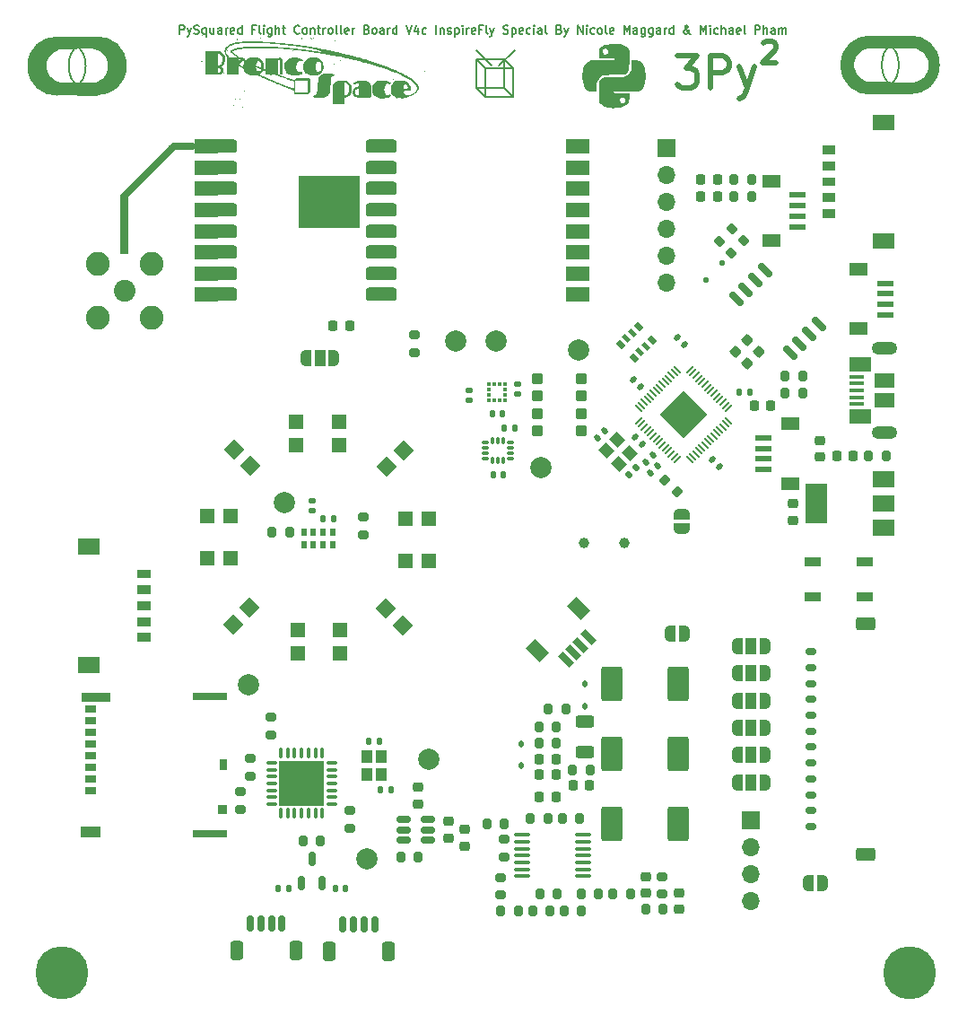
<source format=gbr>
%TF.GenerationSoftware,KiCad,Pcbnew,8.0.3*%
%TF.CreationDate,2024-10-08T19:21:30-07:00*%
%TF.ProjectId,FC_V4c_InspireFly_Special,46435f56-3463-45f4-996e-737069726546,rev?*%
%TF.SameCoordinates,Original*%
%TF.FileFunction,Soldermask,Top*%
%TF.FilePolarity,Negative*%
%FSLAX46Y46*%
G04 Gerber Fmt 4.6, Leading zero omitted, Abs format (unit mm)*
G04 Created by KiCad (PCBNEW 8.0.3) date 2024-10-08 19:21:30*
%MOMM*%
%LPD*%
G01*
G04 APERTURE LIST*
G04 Aperture macros list*
%AMRoundRect*
0 Rectangle with rounded corners*
0 $1 Rounding radius*
0 $2 $3 $4 $5 $6 $7 $8 $9 X,Y pos of 4 corners*
0 Add a 4 corners polygon primitive as box body*
4,1,4,$2,$3,$4,$5,$6,$7,$8,$9,$2,$3,0*
0 Add four circle primitives for the rounded corners*
1,1,$1+$1,$2,$3*
1,1,$1+$1,$4,$5*
1,1,$1+$1,$6,$7*
1,1,$1+$1,$8,$9*
0 Add four rect primitives between the rounded corners*
20,1,$1+$1,$2,$3,$4,$5,0*
20,1,$1+$1,$4,$5,$6,$7,0*
20,1,$1+$1,$6,$7,$8,$9,0*
20,1,$1+$1,$8,$9,$2,$3,0*%
%AMRotRect*
0 Rectangle, with rotation*
0 The origin of the aperture is its center*
0 $1 length*
0 $2 width*
0 $3 Rotation angle, in degrees counterclockwise*
0 Add horizontal line*
21,1,$1,$2,0,0,$3*%
%AMFreePoly0*
4,1,19,0.550000,-0.750000,0.000000,-0.750000,0.000000,-0.744911,-0.071157,-0.744911,-0.207708,-0.704816,-0.327430,-0.627875,-0.420627,-0.520320,-0.479746,-0.390866,-0.500000,-0.250000,-0.500000,0.250000,-0.479746,0.390866,-0.420627,0.520320,-0.327430,0.627875,-0.207708,0.704816,-0.071157,0.744911,0.000000,0.744911,0.000000,0.750000,0.550000,0.750000,0.550000,-0.750000,0.550000,-0.750000,
$1*%
%AMFreePoly1*
4,1,19,0.000000,0.744911,0.071157,0.744911,0.207708,0.704816,0.327430,0.627875,0.420627,0.520320,0.479746,0.390866,0.500000,0.250000,0.500000,-0.250000,0.479746,-0.390866,0.420627,-0.520320,0.327430,-0.627875,0.207708,-0.704816,0.071157,-0.744911,0.000000,-0.744911,0.000000,-0.750000,-0.550000,-0.750000,-0.550000,0.750000,0.000000,0.750000,0.000000,0.744911,0.000000,0.744911,
$1*%
%AMFreePoly2*
4,1,19,0.500000,-0.750000,0.000000,-0.750000,0.000000,-0.744911,-0.071157,-0.744911,-0.207708,-0.704816,-0.327430,-0.627875,-0.420627,-0.520320,-0.479746,-0.390866,-0.500000,-0.250000,-0.500000,0.250000,-0.479746,0.390866,-0.420627,0.520320,-0.327430,0.627875,-0.207708,0.704816,-0.071157,0.744911,0.000000,0.744911,0.000000,0.750000,0.500000,0.750000,0.500000,-0.750000,0.500000,-0.750000,
$1*%
%AMFreePoly3*
4,1,19,0.000000,0.744911,0.071157,0.744911,0.207708,0.704816,0.327430,0.627875,0.420627,0.520320,0.479746,0.390866,0.500000,0.250000,0.500000,-0.250000,0.479746,-0.390866,0.420627,-0.520320,0.327430,-0.627875,0.207708,-0.704816,0.071157,-0.744911,0.000000,-0.744911,0.000000,-0.750000,-0.500000,-0.750000,-0.500000,0.750000,0.000000,0.750000,0.000000,0.744911,0.000000,0.744911,
$1*%
G04 Aperture macros list end*
%ADD10C,0.200000*%
%ADD11C,0.150000*%
%ADD12C,0.500000*%
%ADD13C,0.000000*%
%ADD14C,0.010000*%
%ADD15R,1.100000X0.700000*%
%ADD16R,0.930000X0.900000*%
%ADD17R,0.780000X1.050000*%
%ADD18R,3.330000X0.700000*%
%ADD19R,2.800000X0.860000*%
%ADD20R,1.830000X1.140000*%
%ADD21FreePoly0,0.000000*%
%ADD22R,1.000000X1.500000*%
%ADD23FreePoly1,0.000000*%
%ADD24RoundRect,0.140000X-0.021213X0.219203X-0.219203X0.021213X0.021213X-0.219203X0.219203X-0.021213X0*%
%ADD25RoundRect,0.225000X-0.250000X0.225000X-0.250000X-0.225000X0.250000X-0.225000X0.250000X0.225000X0*%
%ADD26RoundRect,0.200000X-0.200000X-0.275000X0.200000X-0.275000X0.200000X0.275000X-0.200000X0.275000X0*%
%ADD27C,2.050000*%
%ADD28C,2.250000*%
%ADD29C,2.000000*%
%ADD30RoundRect,0.218750X0.256250X-0.218750X0.256250X0.218750X-0.256250X0.218750X-0.256250X-0.218750X0*%
%ADD31C,5.000000*%
%ADD32RoundRect,0.150000X0.150000X0.625000X-0.150000X0.625000X-0.150000X-0.625000X0.150000X-0.625000X0*%
%ADD33RoundRect,0.250000X0.350000X0.650000X-0.350000X0.650000X-0.350000X-0.650000X0.350000X-0.650000X0*%
%ADD34R,2.000000X1.500000*%
%ADD35R,2.000000X3.800000*%
%ADD36R,1.550000X0.600000*%
%ADD37R,1.800000X1.200000*%
%ADD38R,1.700000X1.700000*%
%ADD39O,1.700000X1.700000*%
%ADD40RoundRect,0.200000X-0.275000X0.200000X-0.275000X-0.200000X0.275000X-0.200000X0.275000X0.200000X0*%
%ADD41RoundRect,0.225000X-0.225000X-0.250000X0.225000X-0.250000X0.225000X0.250000X-0.225000X0.250000X0*%
%ADD42RotRect,1.400000X1.400000X45.000000*%
%ADD43RoundRect,0.140000X0.021213X-0.219203X0.219203X-0.021213X-0.021213X0.219203X-0.219203X0.021213X0*%
%ADD44FreePoly2,90.000000*%
%ADD45FreePoly3,90.000000*%
%ADD46RoundRect,0.218750X0.218750X0.256250X-0.218750X0.256250X-0.218750X-0.256250X0.218750X-0.256250X0*%
%ADD47R,1.400000X1.400000*%
%ADD48RotRect,0.800000X0.500000X135.000000*%
%ADD49RotRect,0.800000X0.400000X135.000000*%
%ADD50RoundRect,0.225000X0.250000X-0.225000X0.250000X0.225000X-0.250000X0.225000X-0.250000X-0.225000X0*%
%ADD51RoundRect,0.218750X-0.218750X-0.256250X0.218750X-0.256250X0.218750X0.256250X-0.218750X0.256250X0*%
%ADD52RoundRect,0.140000X0.170000X-0.140000X0.170000X0.140000X-0.170000X0.140000X-0.170000X-0.140000X0*%
%ADD53RoundRect,0.050800X-0.450000X-0.450000X0.450000X-0.450000X0.450000X0.450000X-0.450000X0.450000X0*%
%ADD54RoundRect,0.140000X-0.140000X-0.170000X0.140000X-0.170000X0.140000X0.170000X-0.140000X0.170000X0*%
%ADD55RoundRect,0.140000X-0.170000X0.140000X-0.170000X-0.140000X0.170000X-0.140000X0.170000X0.140000X0*%
%ADD56RoundRect,0.225000X0.017678X-0.335876X0.335876X-0.017678X-0.017678X0.335876X-0.335876X0.017678X0*%
%ADD57RoundRect,0.135000X-0.035355X0.226274X-0.226274X0.035355X0.035355X-0.226274X0.226274X-0.035355X0*%
%ADD58RoundRect,0.200000X0.200000X0.275000X-0.200000X0.275000X-0.200000X-0.275000X0.200000X-0.275000X0*%
%ADD59RotRect,1.400000X1.400000X135.000000*%
%ADD60RotRect,1.150000X1.000000X315.000000*%
%ADD61FreePoly2,180.000000*%
%ADD62FreePoly3,180.000000*%
%ADD63RoundRect,0.140000X0.219203X0.021213X0.021213X0.219203X-0.219203X-0.021213X-0.021213X-0.219203X0*%
%ADD64RoundRect,0.140000X0.140000X0.170000X-0.140000X0.170000X-0.140000X-0.170000X0.140000X-0.170000X0*%
%ADD65RoundRect,0.112500X0.112500X-0.187500X0.112500X0.187500X-0.112500X0.187500X-0.112500X-0.187500X0*%
%ADD66FreePoly2,0.000000*%
%ADD67FreePoly3,0.000000*%
%ADD68R,1.000000X1.150000*%
%ADD69RoundRect,0.150000X-0.512500X-0.150000X0.512500X-0.150000X0.512500X0.150000X-0.512500X0.150000X0*%
%ADD70RoundRect,0.150000X0.150000X-0.512500X0.150000X0.512500X-0.150000X0.512500X-0.150000X-0.512500X0*%
%ADD71RoundRect,0.200000X0.053033X-0.335876X0.335876X-0.053033X-0.053033X0.335876X-0.335876X0.053033X0*%
%ADD72RoundRect,0.250000X-0.750000X-1.400000X0.750000X-1.400000X0.750000X1.400000X-0.750000X1.400000X0*%
%ADD73RoundRect,0.063500X1.000000X0.650000X-1.000000X0.650000X-1.000000X-0.650000X1.000000X-0.650000X0*%
%ADD74RoundRect,0.063500X2.849999X2.400000X-2.849999X2.400000X-2.849999X-2.400000X2.849999X-2.400000X0*%
%ADD75RotRect,0.600000X1.550000X45.000000*%
%ADD76RotRect,1.200000X1.800000X45.000000*%
%ADD77RoundRect,0.087500X-0.225000X-0.087500X0.225000X-0.087500X0.225000X0.087500X-0.225000X0.087500X0*%
%ADD78RoundRect,0.087500X-0.087500X-0.225000X0.087500X-0.225000X0.087500X0.225000X-0.087500X0.225000X0*%
%ADD79RoundRect,0.150000X-0.565685X0.353553X0.353553X-0.565685X0.565685X-0.353553X-0.353553X0.565685X0*%
%ADD80RoundRect,0.140000X-0.219203X-0.021213X-0.021213X-0.219203X0.219203X0.021213X0.021213X0.219203X0*%
%ADD81R,1.500000X0.900000*%
%ADD82RotRect,1.400000X1.400000X315.000000*%
%ADD83RoundRect,0.125000X0.000000X-0.176777X0.176777X0.000000X0.000000X0.176777X-0.176777X0.000000X0*%
%ADD84RoundRect,0.200000X0.335876X0.053033X0.053033X0.335876X-0.335876X-0.053033X-0.053033X-0.335876X0*%
%ADD85RoundRect,0.250000X-0.625000X0.312500X-0.625000X-0.312500X0.625000X-0.312500X0.625000X0.312500X0*%
%ADD86RoundRect,0.200000X0.275000X-0.200000X0.275000X0.200000X-0.275000X0.200000X-0.275000X-0.200000X0*%
%ADD87RoundRect,0.050000X-0.309359X0.238649X0.238649X-0.309359X0.309359X-0.238649X-0.238649X0.309359X0*%
%ADD88RoundRect,0.050000X-0.309359X-0.238649X-0.238649X-0.309359X0.309359X0.238649X0.238649X0.309359X0*%
%ADD89RotRect,3.200000X3.200000X315.000000*%
%ADD90RoundRect,0.317500X1.157500X0.317500X-1.157500X0.317500X-1.157500X-0.317500X1.157500X-0.317500X0*%
%ADD91RoundRect,0.225000X0.225000X0.250000X-0.225000X0.250000X-0.225000X-0.250000X0.225000X-0.250000X0*%
%ADD92R,0.375000X0.350000*%
%ADD93R,0.350000X0.375000*%
%ADD94RoundRect,0.100000X0.637500X0.100000X-0.637500X0.100000X-0.637500X-0.100000X0.637500X-0.100000X0*%
%ADD95RoundRect,0.075000X-0.437500X-0.075000X0.437500X-0.075000X0.437500X0.075000X-0.437500X0.075000X0*%
%ADD96RoundRect,0.075000X-0.075000X-0.437500X0.075000X-0.437500X0.075000X0.437500X-0.075000X0.437500X0*%
%ADD97R,4.250000X4.250000*%
%ADD98RotRect,1.400000X1.400000X225.000000*%
%ADD99R,0.500000X0.800000*%
%ADD100RoundRect,0.150000X0.350000X-0.150000X0.350000X0.150000X-0.350000X0.150000X-0.350000X-0.150000X0*%
%ADD101RoundRect,0.250000X0.650000X-0.375000X0.650000X0.375000X-0.650000X0.375000X-0.650000X-0.375000X0*%
%ADD102RoundRect,0.200000X-0.053033X0.335876X-0.335876X0.053033X0.053033X-0.335876X0.335876X-0.053033X0*%
%ADD103R,1.380000X0.450000*%
%ADD104O,2.416000X1.208000*%
%ADD105R,2.100000X1.475000*%
%ADD106R,1.900000X1.375000*%
%ADD107C,1.000000*%
G04 APERTURE END LIST*
D10*
X187840000Y-52410000D02*
X186360000Y-50930000D01*
D11*
X153291978Y-52405459D02*
G75*
G02*
X147907162Y-52405459I-2692408J0D01*
G01*
X147907162Y-52405459D02*
G75*
G02*
X153291978Y-52405459I2692408J0D01*
G01*
D10*
X189040000Y-51820000D02*
X186340000Y-51820000D01*
X186340000Y-51820000D02*
X187190000Y-52670000D01*
X186340000Y-54520000D02*
X189040000Y-54520000D01*
X189040000Y-54520000D02*
X189040000Y-51820000D01*
D11*
X146799570Y-55127504D02*
X150599570Y-55134011D01*
D10*
X189040000Y-54520000D02*
X189890000Y-55370000D01*
X186340000Y-54520000D02*
X186340000Y-51820000D01*
D11*
X223543845Y-55035798D02*
X227343845Y-55042305D01*
X149506967Y-52430757D02*
G75*
G02*
X144092173Y-52430757I-2707397J0D01*
G01*
X144092173Y-52430757D02*
G75*
G02*
X149506967Y-52430757I2707397J0D01*
G01*
X230036253Y-52313753D02*
G75*
G02*
X224651437Y-52313753I-2692408J0D01*
G01*
X224651437Y-52313753D02*
G75*
G02*
X230036253Y-52313753I2692408J0D01*
G01*
X227393845Y-49635798D02*
X223593845Y-49642305D01*
X150649570Y-49727504D02*
X146849570Y-49734011D01*
D10*
X189890000Y-55370000D02*
X189890000Y-52670000D01*
X189040000Y-51820000D02*
X189890000Y-52670000D01*
X187190000Y-52670000D02*
X187190000Y-55370000D01*
X187190000Y-55370000D02*
X186340000Y-54520000D01*
X189890000Y-52670000D02*
X187190000Y-52670000D01*
X187190000Y-55370000D02*
X189890000Y-55370000D01*
X188520000Y-52390000D02*
X189990000Y-50920000D01*
D11*
X226251242Y-52339051D02*
G75*
G02*
X220836448Y-52339051I-2707397J0D01*
G01*
X220836448Y-52339051D02*
G75*
G02*
X226251242Y-52339051I2707397J0D01*
G01*
D12*
X213498571Y-50289714D02*
X213593809Y-50194476D01*
X213593809Y-50194476D02*
X213784285Y-50099238D01*
X213784285Y-50099238D02*
X214260476Y-50099238D01*
X214260476Y-50099238D02*
X214450952Y-50194476D01*
X214450952Y-50194476D02*
X214546190Y-50289714D01*
X214546190Y-50289714D02*
X214641428Y-50480190D01*
X214641428Y-50480190D02*
X214641428Y-50670666D01*
X214641428Y-50670666D02*
X214546190Y-50956380D01*
X214546190Y-50956380D02*
X213403333Y-52099238D01*
X213403333Y-52099238D02*
X214641428Y-52099238D01*
X205367143Y-51481857D02*
X207224286Y-51481857D01*
X207224286Y-51481857D02*
X206224286Y-52624714D01*
X206224286Y-52624714D02*
X206652857Y-52624714D01*
X206652857Y-52624714D02*
X206938572Y-52767571D01*
X206938572Y-52767571D02*
X207081429Y-52910428D01*
X207081429Y-52910428D02*
X207224286Y-53196142D01*
X207224286Y-53196142D02*
X207224286Y-53910428D01*
X207224286Y-53910428D02*
X207081429Y-54196142D01*
X207081429Y-54196142D02*
X206938572Y-54339000D01*
X206938572Y-54339000D02*
X206652857Y-54481857D01*
X206652857Y-54481857D02*
X205795714Y-54481857D01*
X205795714Y-54481857D02*
X205510000Y-54339000D01*
X205510000Y-54339000D02*
X205367143Y-54196142D01*
X208510000Y-54481857D02*
X208510000Y-51481857D01*
X208510000Y-51481857D02*
X209652857Y-51481857D01*
X209652857Y-51481857D02*
X209938572Y-51624714D01*
X209938572Y-51624714D02*
X210081429Y-51767571D01*
X210081429Y-51767571D02*
X210224286Y-52053285D01*
X210224286Y-52053285D02*
X210224286Y-52481857D01*
X210224286Y-52481857D02*
X210081429Y-52767571D01*
X210081429Y-52767571D02*
X209938572Y-52910428D01*
X209938572Y-52910428D02*
X209652857Y-53053285D01*
X209652857Y-53053285D02*
X208510000Y-53053285D01*
X211224286Y-52481857D02*
X211938572Y-54481857D01*
X212652857Y-52481857D02*
X211938572Y-54481857D01*
X211938572Y-54481857D02*
X211652857Y-55196142D01*
X211652857Y-55196142D02*
X211510000Y-55339000D01*
X211510000Y-55339000D02*
X211224286Y-55481857D01*
D10*
X158371422Y-49391695D02*
X158371422Y-48591695D01*
X158371422Y-48591695D02*
X158676184Y-48591695D01*
X158676184Y-48591695D02*
X158752374Y-48629790D01*
X158752374Y-48629790D02*
X158790469Y-48667885D01*
X158790469Y-48667885D02*
X158828565Y-48744076D01*
X158828565Y-48744076D02*
X158828565Y-48858361D01*
X158828565Y-48858361D02*
X158790469Y-48934552D01*
X158790469Y-48934552D02*
X158752374Y-48972647D01*
X158752374Y-48972647D02*
X158676184Y-49010742D01*
X158676184Y-49010742D02*
X158371422Y-49010742D01*
X159095231Y-48858361D02*
X159285707Y-49391695D01*
X159476184Y-48858361D02*
X159285707Y-49391695D01*
X159285707Y-49391695D02*
X159209517Y-49582171D01*
X159209517Y-49582171D02*
X159171422Y-49620266D01*
X159171422Y-49620266D02*
X159095231Y-49658361D01*
X159742850Y-49353600D02*
X159857136Y-49391695D01*
X159857136Y-49391695D02*
X160047612Y-49391695D01*
X160047612Y-49391695D02*
X160123803Y-49353600D01*
X160123803Y-49353600D02*
X160161898Y-49315504D01*
X160161898Y-49315504D02*
X160199993Y-49239314D01*
X160199993Y-49239314D02*
X160199993Y-49163123D01*
X160199993Y-49163123D02*
X160161898Y-49086933D01*
X160161898Y-49086933D02*
X160123803Y-49048838D01*
X160123803Y-49048838D02*
X160047612Y-49010742D01*
X160047612Y-49010742D02*
X159895231Y-48972647D01*
X159895231Y-48972647D02*
X159819041Y-48934552D01*
X159819041Y-48934552D02*
X159780946Y-48896457D01*
X159780946Y-48896457D02*
X159742850Y-48820266D01*
X159742850Y-48820266D02*
X159742850Y-48744076D01*
X159742850Y-48744076D02*
X159780946Y-48667885D01*
X159780946Y-48667885D02*
X159819041Y-48629790D01*
X159819041Y-48629790D02*
X159895231Y-48591695D01*
X159895231Y-48591695D02*
X160085708Y-48591695D01*
X160085708Y-48591695D02*
X160199993Y-48629790D01*
X160885708Y-48858361D02*
X160885708Y-49658361D01*
X160885708Y-49353600D02*
X160809517Y-49391695D01*
X160809517Y-49391695D02*
X160657136Y-49391695D01*
X160657136Y-49391695D02*
X160580946Y-49353600D01*
X160580946Y-49353600D02*
X160542851Y-49315504D01*
X160542851Y-49315504D02*
X160504755Y-49239314D01*
X160504755Y-49239314D02*
X160504755Y-49010742D01*
X160504755Y-49010742D02*
X160542851Y-48934552D01*
X160542851Y-48934552D02*
X160580946Y-48896457D01*
X160580946Y-48896457D02*
X160657136Y-48858361D01*
X160657136Y-48858361D02*
X160809517Y-48858361D01*
X160809517Y-48858361D02*
X160885708Y-48896457D01*
X161609518Y-48858361D02*
X161609518Y-49391695D01*
X161266661Y-48858361D02*
X161266661Y-49277409D01*
X161266661Y-49277409D02*
X161304756Y-49353600D01*
X161304756Y-49353600D02*
X161380946Y-49391695D01*
X161380946Y-49391695D02*
X161495232Y-49391695D01*
X161495232Y-49391695D02*
X161571423Y-49353600D01*
X161571423Y-49353600D02*
X161609518Y-49315504D01*
X162333328Y-49391695D02*
X162333328Y-48972647D01*
X162333328Y-48972647D02*
X162295233Y-48896457D01*
X162295233Y-48896457D02*
X162219042Y-48858361D01*
X162219042Y-48858361D02*
X162066661Y-48858361D01*
X162066661Y-48858361D02*
X161990471Y-48896457D01*
X162333328Y-49353600D02*
X162257137Y-49391695D01*
X162257137Y-49391695D02*
X162066661Y-49391695D01*
X162066661Y-49391695D02*
X161990471Y-49353600D01*
X161990471Y-49353600D02*
X161952375Y-49277409D01*
X161952375Y-49277409D02*
X161952375Y-49201219D01*
X161952375Y-49201219D02*
X161990471Y-49125028D01*
X161990471Y-49125028D02*
X162066661Y-49086933D01*
X162066661Y-49086933D02*
X162257137Y-49086933D01*
X162257137Y-49086933D02*
X162333328Y-49048838D01*
X162714281Y-49391695D02*
X162714281Y-48858361D01*
X162714281Y-49010742D02*
X162752376Y-48934552D01*
X162752376Y-48934552D02*
X162790471Y-48896457D01*
X162790471Y-48896457D02*
X162866662Y-48858361D01*
X162866662Y-48858361D02*
X162942852Y-48858361D01*
X163514281Y-49353600D02*
X163438090Y-49391695D01*
X163438090Y-49391695D02*
X163285709Y-49391695D01*
X163285709Y-49391695D02*
X163209519Y-49353600D01*
X163209519Y-49353600D02*
X163171423Y-49277409D01*
X163171423Y-49277409D02*
X163171423Y-48972647D01*
X163171423Y-48972647D02*
X163209519Y-48896457D01*
X163209519Y-48896457D02*
X163285709Y-48858361D01*
X163285709Y-48858361D02*
X163438090Y-48858361D01*
X163438090Y-48858361D02*
X163514281Y-48896457D01*
X163514281Y-48896457D02*
X163552376Y-48972647D01*
X163552376Y-48972647D02*
X163552376Y-49048838D01*
X163552376Y-49048838D02*
X163171423Y-49125028D01*
X164238090Y-49391695D02*
X164238090Y-48591695D01*
X164238090Y-49353600D02*
X164161899Y-49391695D01*
X164161899Y-49391695D02*
X164009518Y-49391695D01*
X164009518Y-49391695D02*
X163933328Y-49353600D01*
X163933328Y-49353600D02*
X163895233Y-49315504D01*
X163895233Y-49315504D02*
X163857137Y-49239314D01*
X163857137Y-49239314D02*
X163857137Y-49010742D01*
X163857137Y-49010742D02*
X163895233Y-48934552D01*
X163895233Y-48934552D02*
X163933328Y-48896457D01*
X163933328Y-48896457D02*
X164009518Y-48858361D01*
X164009518Y-48858361D02*
X164161899Y-48858361D01*
X164161899Y-48858361D02*
X164238090Y-48896457D01*
X165495233Y-48972647D02*
X165228567Y-48972647D01*
X165228567Y-49391695D02*
X165228567Y-48591695D01*
X165228567Y-48591695D02*
X165609519Y-48591695D01*
X166028566Y-49391695D02*
X165952376Y-49353600D01*
X165952376Y-49353600D02*
X165914281Y-49277409D01*
X165914281Y-49277409D02*
X165914281Y-48591695D01*
X166333329Y-49391695D02*
X166333329Y-48858361D01*
X166333329Y-48591695D02*
X166295233Y-48629790D01*
X166295233Y-48629790D02*
X166333329Y-48667885D01*
X166333329Y-48667885D02*
X166371424Y-48629790D01*
X166371424Y-48629790D02*
X166333329Y-48591695D01*
X166333329Y-48591695D02*
X166333329Y-48667885D01*
X167057138Y-48858361D02*
X167057138Y-49505980D01*
X167057138Y-49505980D02*
X167019043Y-49582171D01*
X167019043Y-49582171D02*
X166980947Y-49620266D01*
X166980947Y-49620266D02*
X166904757Y-49658361D01*
X166904757Y-49658361D02*
X166790471Y-49658361D01*
X166790471Y-49658361D02*
X166714281Y-49620266D01*
X167057138Y-49353600D02*
X166980947Y-49391695D01*
X166980947Y-49391695D02*
X166828566Y-49391695D01*
X166828566Y-49391695D02*
X166752376Y-49353600D01*
X166752376Y-49353600D02*
X166714281Y-49315504D01*
X166714281Y-49315504D02*
X166676185Y-49239314D01*
X166676185Y-49239314D02*
X166676185Y-49010742D01*
X166676185Y-49010742D02*
X166714281Y-48934552D01*
X166714281Y-48934552D02*
X166752376Y-48896457D01*
X166752376Y-48896457D02*
X166828566Y-48858361D01*
X166828566Y-48858361D02*
X166980947Y-48858361D01*
X166980947Y-48858361D02*
X167057138Y-48896457D01*
X167438091Y-49391695D02*
X167438091Y-48591695D01*
X167780948Y-49391695D02*
X167780948Y-48972647D01*
X167780948Y-48972647D02*
X167742853Y-48896457D01*
X167742853Y-48896457D02*
X167666662Y-48858361D01*
X167666662Y-48858361D02*
X167552376Y-48858361D01*
X167552376Y-48858361D02*
X167476186Y-48896457D01*
X167476186Y-48896457D02*
X167438091Y-48934552D01*
X168047615Y-48858361D02*
X168352377Y-48858361D01*
X168161901Y-48591695D02*
X168161901Y-49277409D01*
X168161901Y-49277409D02*
X168199996Y-49353600D01*
X168199996Y-49353600D02*
X168276186Y-49391695D01*
X168276186Y-49391695D02*
X168352377Y-49391695D01*
X169685711Y-49315504D02*
X169647615Y-49353600D01*
X169647615Y-49353600D02*
X169533330Y-49391695D01*
X169533330Y-49391695D02*
X169457139Y-49391695D01*
X169457139Y-49391695D02*
X169342853Y-49353600D01*
X169342853Y-49353600D02*
X169266663Y-49277409D01*
X169266663Y-49277409D02*
X169228568Y-49201219D01*
X169228568Y-49201219D02*
X169190472Y-49048838D01*
X169190472Y-49048838D02*
X169190472Y-48934552D01*
X169190472Y-48934552D02*
X169228568Y-48782171D01*
X169228568Y-48782171D02*
X169266663Y-48705980D01*
X169266663Y-48705980D02*
X169342853Y-48629790D01*
X169342853Y-48629790D02*
X169457139Y-48591695D01*
X169457139Y-48591695D02*
X169533330Y-48591695D01*
X169533330Y-48591695D02*
X169647615Y-48629790D01*
X169647615Y-48629790D02*
X169685711Y-48667885D01*
X170142853Y-49391695D02*
X170066663Y-49353600D01*
X170066663Y-49353600D02*
X170028568Y-49315504D01*
X170028568Y-49315504D02*
X169990472Y-49239314D01*
X169990472Y-49239314D02*
X169990472Y-49010742D01*
X169990472Y-49010742D02*
X170028568Y-48934552D01*
X170028568Y-48934552D02*
X170066663Y-48896457D01*
X170066663Y-48896457D02*
X170142853Y-48858361D01*
X170142853Y-48858361D02*
X170257139Y-48858361D01*
X170257139Y-48858361D02*
X170333330Y-48896457D01*
X170333330Y-48896457D02*
X170371425Y-48934552D01*
X170371425Y-48934552D02*
X170409520Y-49010742D01*
X170409520Y-49010742D02*
X170409520Y-49239314D01*
X170409520Y-49239314D02*
X170371425Y-49315504D01*
X170371425Y-49315504D02*
X170333330Y-49353600D01*
X170333330Y-49353600D02*
X170257139Y-49391695D01*
X170257139Y-49391695D02*
X170142853Y-49391695D01*
X170752378Y-48858361D02*
X170752378Y-49391695D01*
X170752378Y-48934552D02*
X170790473Y-48896457D01*
X170790473Y-48896457D02*
X170866663Y-48858361D01*
X170866663Y-48858361D02*
X170980949Y-48858361D01*
X170980949Y-48858361D02*
X171057140Y-48896457D01*
X171057140Y-48896457D02*
X171095235Y-48972647D01*
X171095235Y-48972647D02*
X171095235Y-49391695D01*
X171361902Y-48858361D02*
X171666664Y-48858361D01*
X171476188Y-48591695D02*
X171476188Y-49277409D01*
X171476188Y-49277409D02*
X171514283Y-49353600D01*
X171514283Y-49353600D02*
X171590473Y-49391695D01*
X171590473Y-49391695D02*
X171666664Y-49391695D01*
X171933331Y-49391695D02*
X171933331Y-48858361D01*
X171933331Y-49010742D02*
X171971426Y-48934552D01*
X171971426Y-48934552D02*
X172009521Y-48896457D01*
X172009521Y-48896457D02*
X172085712Y-48858361D01*
X172085712Y-48858361D02*
X172161902Y-48858361D01*
X172542854Y-49391695D02*
X172466664Y-49353600D01*
X172466664Y-49353600D02*
X172428569Y-49315504D01*
X172428569Y-49315504D02*
X172390473Y-49239314D01*
X172390473Y-49239314D02*
X172390473Y-49010742D01*
X172390473Y-49010742D02*
X172428569Y-48934552D01*
X172428569Y-48934552D02*
X172466664Y-48896457D01*
X172466664Y-48896457D02*
X172542854Y-48858361D01*
X172542854Y-48858361D02*
X172657140Y-48858361D01*
X172657140Y-48858361D02*
X172733331Y-48896457D01*
X172733331Y-48896457D02*
X172771426Y-48934552D01*
X172771426Y-48934552D02*
X172809521Y-49010742D01*
X172809521Y-49010742D02*
X172809521Y-49239314D01*
X172809521Y-49239314D02*
X172771426Y-49315504D01*
X172771426Y-49315504D02*
X172733331Y-49353600D01*
X172733331Y-49353600D02*
X172657140Y-49391695D01*
X172657140Y-49391695D02*
X172542854Y-49391695D01*
X173266664Y-49391695D02*
X173190474Y-49353600D01*
X173190474Y-49353600D02*
X173152379Y-49277409D01*
X173152379Y-49277409D02*
X173152379Y-48591695D01*
X173685712Y-49391695D02*
X173609522Y-49353600D01*
X173609522Y-49353600D02*
X173571427Y-49277409D01*
X173571427Y-49277409D02*
X173571427Y-48591695D01*
X174295237Y-49353600D02*
X174219046Y-49391695D01*
X174219046Y-49391695D02*
X174066665Y-49391695D01*
X174066665Y-49391695D02*
X173990475Y-49353600D01*
X173990475Y-49353600D02*
X173952379Y-49277409D01*
X173952379Y-49277409D02*
X173952379Y-48972647D01*
X173952379Y-48972647D02*
X173990475Y-48896457D01*
X173990475Y-48896457D02*
X174066665Y-48858361D01*
X174066665Y-48858361D02*
X174219046Y-48858361D01*
X174219046Y-48858361D02*
X174295237Y-48896457D01*
X174295237Y-48896457D02*
X174333332Y-48972647D01*
X174333332Y-48972647D02*
X174333332Y-49048838D01*
X174333332Y-49048838D02*
X173952379Y-49125028D01*
X174676189Y-49391695D02*
X174676189Y-48858361D01*
X174676189Y-49010742D02*
X174714284Y-48934552D01*
X174714284Y-48934552D02*
X174752379Y-48896457D01*
X174752379Y-48896457D02*
X174828570Y-48858361D01*
X174828570Y-48858361D02*
X174904760Y-48858361D01*
X176047617Y-48972647D02*
X176161903Y-49010742D01*
X176161903Y-49010742D02*
X176199998Y-49048838D01*
X176199998Y-49048838D02*
X176238094Y-49125028D01*
X176238094Y-49125028D02*
X176238094Y-49239314D01*
X176238094Y-49239314D02*
X176199998Y-49315504D01*
X176199998Y-49315504D02*
X176161903Y-49353600D01*
X176161903Y-49353600D02*
X176085713Y-49391695D01*
X176085713Y-49391695D02*
X175780951Y-49391695D01*
X175780951Y-49391695D02*
X175780951Y-48591695D01*
X175780951Y-48591695D02*
X176047617Y-48591695D01*
X176047617Y-48591695D02*
X176123808Y-48629790D01*
X176123808Y-48629790D02*
X176161903Y-48667885D01*
X176161903Y-48667885D02*
X176199998Y-48744076D01*
X176199998Y-48744076D02*
X176199998Y-48820266D01*
X176199998Y-48820266D02*
X176161903Y-48896457D01*
X176161903Y-48896457D02*
X176123808Y-48934552D01*
X176123808Y-48934552D02*
X176047617Y-48972647D01*
X176047617Y-48972647D02*
X175780951Y-48972647D01*
X176695236Y-49391695D02*
X176619046Y-49353600D01*
X176619046Y-49353600D02*
X176580951Y-49315504D01*
X176580951Y-49315504D02*
X176542855Y-49239314D01*
X176542855Y-49239314D02*
X176542855Y-49010742D01*
X176542855Y-49010742D02*
X176580951Y-48934552D01*
X176580951Y-48934552D02*
X176619046Y-48896457D01*
X176619046Y-48896457D02*
X176695236Y-48858361D01*
X176695236Y-48858361D02*
X176809522Y-48858361D01*
X176809522Y-48858361D02*
X176885713Y-48896457D01*
X176885713Y-48896457D02*
X176923808Y-48934552D01*
X176923808Y-48934552D02*
X176961903Y-49010742D01*
X176961903Y-49010742D02*
X176961903Y-49239314D01*
X176961903Y-49239314D02*
X176923808Y-49315504D01*
X176923808Y-49315504D02*
X176885713Y-49353600D01*
X176885713Y-49353600D02*
X176809522Y-49391695D01*
X176809522Y-49391695D02*
X176695236Y-49391695D01*
X177647618Y-49391695D02*
X177647618Y-48972647D01*
X177647618Y-48972647D02*
X177609523Y-48896457D01*
X177609523Y-48896457D02*
X177533332Y-48858361D01*
X177533332Y-48858361D02*
X177380951Y-48858361D01*
X177380951Y-48858361D02*
X177304761Y-48896457D01*
X177647618Y-49353600D02*
X177571427Y-49391695D01*
X177571427Y-49391695D02*
X177380951Y-49391695D01*
X177380951Y-49391695D02*
X177304761Y-49353600D01*
X177304761Y-49353600D02*
X177266665Y-49277409D01*
X177266665Y-49277409D02*
X177266665Y-49201219D01*
X177266665Y-49201219D02*
X177304761Y-49125028D01*
X177304761Y-49125028D02*
X177380951Y-49086933D01*
X177380951Y-49086933D02*
X177571427Y-49086933D01*
X177571427Y-49086933D02*
X177647618Y-49048838D01*
X178028571Y-49391695D02*
X178028571Y-48858361D01*
X178028571Y-49010742D02*
X178066666Y-48934552D01*
X178066666Y-48934552D02*
X178104761Y-48896457D01*
X178104761Y-48896457D02*
X178180952Y-48858361D01*
X178180952Y-48858361D02*
X178257142Y-48858361D01*
X178866666Y-49391695D02*
X178866666Y-48591695D01*
X178866666Y-49353600D02*
X178790475Y-49391695D01*
X178790475Y-49391695D02*
X178638094Y-49391695D01*
X178638094Y-49391695D02*
X178561904Y-49353600D01*
X178561904Y-49353600D02*
X178523809Y-49315504D01*
X178523809Y-49315504D02*
X178485713Y-49239314D01*
X178485713Y-49239314D02*
X178485713Y-49010742D01*
X178485713Y-49010742D02*
X178523809Y-48934552D01*
X178523809Y-48934552D02*
X178561904Y-48896457D01*
X178561904Y-48896457D02*
X178638094Y-48858361D01*
X178638094Y-48858361D02*
X178790475Y-48858361D01*
X178790475Y-48858361D02*
X178866666Y-48896457D01*
X179742857Y-48591695D02*
X180009524Y-49391695D01*
X180009524Y-49391695D02*
X180276190Y-48591695D01*
X180885714Y-48858361D02*
X180885714Y-49391695D01*
X180695238Y-48553600D02*
X180504761Y-49125028D01*
X180504761Y-49125028D02*
X181000000Y-49125028D01*
X181647619Y-49353600D02*
X181571428Y-49391695D01*
X181571428Y-49391695D02*
X181419047Y-49391695D01*
X181419047Y-49391695D02*
X181342857Y-49353600D01*
X181342857Y-49353600D02*
X181304762Y-49315504D01*
X181304762Y-49315504D02*
X181266666Y-49239314D01*
X181266666Y-49239314D02*
X181266666Y-49010742D01*
X181266666Y-49010742D02*
X181304762Y-48934552D01*
X181304762Y-48934552D02*
X181342857Y-48896457D01*
X181342857Y-48896457D02*
X181419047Y-48858361D01*
X181419047Y-48858361D02*
X181571428Y-48858361D01*
X181571428Y-48858361D02*
X181647619Y-48896457D01*
X182600000Y-49391695D02*
X182600000Y-48591695D01*
X182980952Y-48858361D02*
X182980952Y-49391695D01*
X182980952Y-48934552D02*
X183019047Y-48896457D01*
X183019047Y-48896457D02*
X183095237Y-48858361D01*
X183095237Y-48858361D02*
X183209523Y-48858361D01*
X183209523Y-48858361D02*
X183285714Y-48896457D01*
X183285714Y-48896457D02*
X183323809Y-48972647D01*
X183323809Y-48972647D02*
X183323809Y-49391695D01*
X183666666Y-49353600D02*
X183742857Y-49391695D01*
X183742857Y-49391695D02*
X183895238Y-49391695D01*
X183895238Y-49391695D02*
X183971428Y-49353600D01*
X183971428Y-49353600D02*
X184009524Y-49277409D01*
X184009524Y-49277409D02*
X184009524Y-49239314D01*
X184009524Y-49239314D02*
X183971428Y-49163123D01*
X183971428Y-49163123D02*
X183895238Y-49125028D01*
X183895238Y-49125028D02*
X183780952Y-49125028D01*
X183780952Y-49125028D02*
X183704762Y-49086933D01*
X183704762Y-49086933D02*
X183666666Y-49010742D01*
X183666666Y-49010742D02*
X183666666Y-48972647D01*
X183666666Y-48972647D02*
X183704762Y-48896457D01*
X183704762Y-48896457D02*
X183780952Y-48858361D01*
X183780952Y-48858361D02*
X183895238Y-48858361D01*
X183895238Y-48858361D02*
X183971428Y-48896457D01*
X184352381Y-48858361D02*
X184352381Y-49658361D01*
X184352381Y-48896457D02*
X184428571Y-48858361D01*
X184428571Y-48858361D02*
X184580952Y-48858361D01*
X184580952Y-48858361D02*
X184657143Y-48896457D01*
X184657143Y-48896457D02*
X184695238Y-48934552D01*
X184695238Y-48934552D02*
X184733333Y-49010742D01*
X184733333Y-49010742D02*
X184733333Y-49239314D01*
X184733333Y-49239314D02*
X184695238Y-49315504D01*
X184695238Y-49315504D02*
X184657143Y-49353600D01*
X184657143Y-49353600D02*
X184580952Y-49391695D01*
X184580952Y-49391695D02*
X184428571Y-49391695D01*
X184428571Y-49391695D02*
X184352381Y-49353600D01*
X185076191Y-49391695D02*
X185076191Y-48858361D01*
X185076191Y-48591695D02*
X185038095Y-48629790D01*
X185038095Y-48629790D02*
X185076191Y-48667885D01*
X185076191Y-48667885D02*
X185114286Y-48629790D01*
X185114286Y-48629790D02*
X185076191Y-48591695D01*
X185076191Y-48591695D02*
X185076191Y-48667885D01*
X185457143Y-49391695D02*
X185457143Y-48858361D01*
X185457143Y-49010742D02*
X185495238Y-48934552D01*
X185495238Y-48934552D02*
X185533333Y-48896457D01*
X185533333Y-48896457D02*
X185609524Y-48858361D01*
X185609524Y-48858361D02*
X185685714Y-48858361D01*
X186257143Y-49353600D02*
X186180952Y-49391695D01*
X186180952Y-49391695D02*
X186028571Y-49391695D01*
X186028571Y-49391695D02*
X185952381Y-49353600D01*
X185952381Y-49353600D02*
X185914285Y-49277409D01*
X185914285Y-49277409D02*
X185914285Y-48972647D01*
X185914285Y-48972647D02*
X185952381Y-48896457D01*
X185952381Y-48896457D02*
X186028571Y-48858361D01*
X186028571Y-48858361D02*
X186180952Y-48858361D01*
X186180952Y-48858361D02*
X186257143Y-48896457D01*
X186257143Y-48896457D02*
X186295238Y-48972647D01*
X186295238Y-48972647D02*
X186295238Y-49048838D01*
X186295238Y-49048838D02*
X185914285Y-49125028D01*
X186904761Y-48972647D02*
X186638095Y-48972647D01*
X186638095Y-49391695D02*
X186638095Y-48591695D01*
X186638095Y-48591695D02*
X187019047Y-48591695D01*
X187438094Y-49391695D02*
X187361904Y-49353600D01*
X187361904Y-49353600D02*
X187323809Y-49277409D01*
X187323809Y-49277409D02*
X187323809Y-48591695D01*
X187666666Y-48858361D02*
X187857142Y-49391695D01*
X188047619Y-48858361D02*
X187857142Y-49391695D01*
X187857142Y-49391695D02*
X187780952Y-49582171D01*
X187780952Y-49582171D02*
X187742857Y-49620266D01*
X187742857Y-49620266D02*
X187666666Y-49658361D01*
X188923809Y-49353600D02*
X189038095Y-49391695D01*
X189038095Y-49391695D02*
X189228571Y-49391695D01*
X189228571Y-49391695D02*
X189304762Y-49353600D01*
X189304762Y-49353600D02*
X189342857Y-49315504D01*
X189342857Y-49315504D02*
X189380952Y-49239314D01*
X189380952Y-49239314D02*
X189380952Y-49163123D01*
X189380952Y-49163123D02*
X189342857Y-49086933D01*
X189342857Y-49086933D02*
X189304762Y-49048838D01*
X189304762Y-49048838D02*
X189228571Y-49010742D01*
X189228571Y-49010742D02*
X189076190Y-48972647D01*
X189076190Y-48972647D02*
X189000000Y-48934552D01*
X189000000Y-48934552D02*
X188961905Y-48896457D01*
X188961905Y-48896457D02*
X188923809Y-48820266D01*
X188923809Y-48820266D02*
X188923809Y-48744076D01*
X188923809Y-48744076D02*
X188961905Y-48667885D01*
X188961905Y-48667885D02*
X189000000Y-48629790D01*
X189000000Y-48629790D02*
X189076190Y-48591695D01*
X189076190Y-48591695D02*
X189266667Y-48591695D01*
X189266667Y-48591695D02*
X189380952Y-48629790D01*
X189723810Y-48858361D02*
X189723810Y-49658361D01*
X189723810Y-48896457D02*
X189800000Y-48858361D01*
X189800000Y-48858361D02*
X189952381Y-48858361D01*
X189952381Y-48858361D02*
X190028572Y-48896457D01*
X190028572Y-48896457D02*
X190066667Y-48934552D01*
X190066667Y-48934552D02*
X190104762Y-49010742D01*
X190104762Y-49010742D02*
X190104762Y-49239314D01*
X190104762Y-49239314D02*
X190066667Y-49315504D01*
X190066667Y-49315504D02*
X190028572Y-49353600D01*
X190028572Y-49353600D02*
X189952381Y-49391695D01*
X189952381Y-49391695D02*
X189800000Y-49391695D01*
X189800000Y-49391695D02*
X189723810Y-49353600D01*
X190752382Y-49353600D02*
X190676191Y-49391695D01*
X190676191Y-49391695D02*
X190523810Y-49391695D01*
X190523810Y-49391695D02*
X190447620Y-49353600D01*
X190447620Y-49353600D02*
X190409524Y-49277409D01*
X190409524Y-49277409D02*
X190409524Y-48972647D01*
X190409524Y-48972647D02*
X190447620Y-48896457D01*
X190447620Y-48896457D02*
X190523810Y-48858361D01*
X190523810Y-48858361D02*
X190676191Y-48858361D01*
X190676191Y-48858361D02*
X190752382Y-48896457D01*
X190752382Y-48896457D02*
X190790477Y-48972647D01*
X190790477Y-48972647D02*
X190790477Y-49048838D01*
X190790477Y-49048838D02*
X190409524Y-49125028D01*
X191476191Y-49353600D02*
X191400000Y-49391695D01*
X191400000Y-49391695D02*
X191247619Y-49391695D01*
X191247619Y-49391695D02*
X191171429Y-49353600D01*
X191171429Y-49353600D02*
X191133334Y-49315504D01*
X191133334Y-49315504D02*
X191095238Y-49239314D01*
X191095238Y-49239314D02*
X191095238Y-49010742D01*
X191095238Y-49010742D02*
X191133334Y-48934552D01*
X191133334Y-48934552D02*
X191171429Y-48896457D01*
X191171429Y-48896457D02*
X191247619Y-48858361D01*
X191247619Y-48858361D02*
X191400000Y-48858361D01*
X191400000Y-48858361D02*
X191476191Y-48896457D01*
X191819048Y-49391695D02*
X191819048Y-48858361D01*
X191819048Y-48591695D02*
X191780952Y-48629790D01*
X191780952Y-48629790D02*
X191819048Y-48667885D01*
X191819048Y-48667885D02*
X191857143Y-48629790D01*
X191857143Y-48629790D02*
X191819048Y-48591695D01*
X191819048Y-48591695D02*
X191819048Y-48667885D01*
X192542857Y-49391695D02*
X192542857Y-48972647D01*
X192542857Y-48972647D02*
X192504762Y-48896457D01*
X192504762Y-48896457D02*
X192428571Y-48858361D01*
X192428571Y-48858361D02*
X192276190Y-48858361D01*
X192276190Y-48858361D02*
X192200000Y-48896457D01*
X192542857Y-49353600D02*
X192466666Y-49391695D01*
X192466666Y-49391695D02*
X192276190Y-49391695D01*
X192276190Y-49391695D02*
X192200000Y-49353600D01*
X192200000Y-49353600D02*
X192161904Y-49277409D01*
X192161904Y-49277409D02*
X192161904Y-49201219D01*
X192161904Y-49201219D02*
X192200000Y-49125028D01*
X192200000Y-49125028D02*
X192276190Y-49086933D01*
X192276190Y-49086933D02*
X192466666Y-49086933D01*
X192466666Y-49086933D02*
X192542857Y-49048838D01*
X193038095Y-49391695D02*
X192961905Y-49353600D01*
X192961905Y-49353600D02*
X192923810Y-49277409D01*
X192923810Y-49277409D02*
X192923810Y-48591695D01*
X194219048Y-48972647D02*
X194333334Y-49010742D01*
X194333334Y-49010742D02*
X194371429Y-49048838D01*
X194371429Y-49048838D02*
X194409525Y-49125028D01*
X194409525Y-49125028D02*
X194409525Y-49239314D01*
X194409525Y-49239314D02*
X194371429Y-49315504D01*
X194371429Y-49315504D02*
X194333334Y-49353600D01*
X194333334Y-49353600D02*
X194257144Y-49391695D01*
X194257144Y-49391695D02*
X193952382Y-49391695D01*
X193952382Y-49391695D02*
X193952382Y-48591695D01*
X193952382Y-48591695D02*
X194219048Y-48591695D01*
X194219048Y-48591695D02*
X194295239Y-48629790D01*
X194295239Y-48629790D02*
X194333334Y-48667885D01*
X194333334Y-48667885D02*
X194371429Y-48744076D01*
X194371429Y-48744076D02*
X194371429Y-48820266D01*
X194371429Y-48820266D02*
X194333334Y-48896457D01*
X194333334Y-48896457D02*
X194295239Y-48934552D01*
X194295239Y-48934552D02*
X194219048Y-48972647D01*
X194219048Y-48972647D02*
X193952382Y-48972647D01*
X194676191Y-48858361D02*
X194866667Y-49391695D01*
X195057144Y-48858361D02*
X194866667Y-49391695D01*
X194866667Y-49391695D02*
X194790477Y-49582171D01*
X194790477Y-49582171D02*
X194752382Y-49620266D01*
X194752382Y-49620266D02*
X194676191Y-49658361D01*
X195971430Y-49391695D02*
X195971430Y-48591695D01*
X195971430Y-48591695D02*
X196428573Y-49391695D01*
X196428573Y-49391695D02*
X196428573Y-48591695D01*
X196809525Y-49391695D02*
X196809525Y-48858361D01*
X196809525Y-48591695D02*
X196771429Y-48629790D01*
X196771429Y-48629790D02*
X196809525Y-48667885D01*
X196809525Y-48667885D02*
X196847620Y-48629790D01*
X196847620Y-48629790D02*
X196809525Y-48591695D01*
X196809525Y-48591695D02*
X196809525Y-48667885D01*
X197533334Y-49353600D02*
X197457143Y-49391695D01*
X197457143Y-49391695D02*
X197304762Y-49391695D01*
X197304762Y-49391695D02*
X197228572Y-49353600D01*
X197228572Y-49353600D02*
X197190477Y-49315504D01*
X197190477Y-49315504D02*
X197152381Y-49239314D01*
X197152381Y-49239314D02*
X197152381Y-49010742D01*
X197152381Y-49010742D02*
X197190477Y-48934552D01*
X197190477Y-48934552D02*
X197228572Y-48896457D01*
X197228572Y-48896457D02*
X197304762Y-48858361D01*
X197304762Y-48858361D02*
X197457143Y-48858361D01*
X197457143Y-48858361D02*
X197533334Y-48896457D01*
X197990476Y-49391695D02*
X197914286Y-49353600D01*
X197914286Y-49353600D02*
X197876191Y-49315504D01*
X197876191Y-49315504D02*
X197838095Y-49239314D01*
X197838095Y-49239314D02*
X197838095Y-49010742D01*
X197838095Y-49010742D02*
X197876191Y-48934552D01*
X197876191Y-48934552D02*
X197914286Y-48896457D01*
X197914286Y-48896457D02*
X197990476Y-48858361D01*
X197990476Y-48858361D02*
X198104762Y-48858361D01*
X198104762Y-48858361D02*
X198180953Y-48896457D01*
X198180953Y-48896457D02*
X198219048Y-48934552D01*
X198219048Y-48934552D02*
X198257143Y-49010742D01*
X198257143Y-49010742D02*
X198257143Y-49239314D01*
X198257143Y-49239314D02*
X198219048Y-49315504D01*
X198219048Y-49315504D02*
X198180953Y-49353600D01*
X198180953Y-49353600D02*
X198104762Y-49391695D01*
X198104762Y-49391695D02*
X197990476Y-49391695D01*
X198714286Y-49391695D02*
X198638096Y-49353600D01*
X198638096Y-49353600D02*
X198600001Y-49277409D01*
X198600001Y-49277409D02*
X198600001Y-48591695D01*
X199323811Y-49353600D02*
X199247620Y-49391695D01*
X199247620Y-49391695D02*
X199095239Y-49391695D01*
X199095239Y-49391695D02*
X199019049Y-49353600D01*
X199019049Y-49353600D02*
X198980953Y-49277409D01*
X198980953Y-49277409D02*
X198980953Y-48972647D01*
X198980953Y-48972647D02*
X199019049Y-48896457D01*
X199019049Y-48896457D02*
X199095239Y-48858361D01*
X199095239Y-48858361D02*
X199247620Y-48858361D01*
X199247620Y-48858361D02*
X199323811Y-48896457D01*
X199323811Y-48896457D02*
X199361906Y-48972647D01*
X199361906Y-48972647D02*
X199361906Y-49048838D01*
X199361906Y-49048838D02*
X198980953Y-49125028D01*
X200314287Y-49391695D02*
X200314287Y-48591695D01*
X200314287Y-48591695D02*
X200580953Y-49163123D01*
X200580953Y-49163123D02*
X200847620Y-48591695D01*
X200847620Y-48591695D02*
X200847620Y-49391695D01*
X201571430Y-49391695D02*
X201571430Y-48972647D01*
X201571430Y-48972647D02*
X201533335Y-48896457D01*
X201533335Y-48896457D02*
X201457144Y-48858361D01*
X201457144Y-48858361D02*
X201304763Y-48858361D01*
X201304763Y-48858361D02*
X201228573Y-48896457D01*
X201571430Y-49353600D02*
X201495239Y-49391695D01*
X201495239Y-49391695D02*
X201304763Y-49391695D01*
X201304763Y-49391695D02*
X201228573Y-49353600D01*
X201228573Y-49353600D02*
X201190477Y-49277409D01*
X201190477Y-49277409D02*
X201190477Y-49201219D01*
X201190477Y-49201219D02*
X201228573Y-49125028D01*
X201228573Y-49125028D02*
X201304763Y-49086933D01*
X201304763Y-49086933D02*
X201495239Y-49086933D01*
X201495239Y-49086933D02*
X201571430Y-49048838D01*
X202295240Y-48858361D02*
X202295240Y-49505980D01*
X202295240Y-49505980D02*
X202257145Y-49582171D01*
X202257145Y-49582171D02*
X202219049Y-49620266D01*
X202219049Y-49620266D02*
X202142859Y-49658361D01*
X202142859Y-49658361D02*
X202028573Y-49658361D01*
X202028573Y-49658361D02*
X201952383Y-49620266D01*
X202295240Y-49353600D02*
X202219049Y-49391695D01*
X202219049Y-49391695D02*
X202066668Y-49391695D01*
X202066668Y-49391695D02*
X201990478Y-49353600D01*
X201990478Y-49353600D02*
X201952383Y-49315504D01*
X201952383Y-49315504D02*
X201914287Y-49239314D01*
X201914287Y-49239314D02*
X201914287Y-49010742D01*
X201914287Y-49010742D02*
X201952383Y-48934552D01*
X201952383Y-48934552D02*
X201990478Y-48896457D01*
X201990478Y-48896457D02*
X202066668Y-48858361D01*
X202066668Y-48858361D02*
X202219049Y-48858361D01*
X202219049Y-48858361D02*
X202295240Y-48896457D01*
X203019050Y-48858361D02*
X203019050Y-49505980D01*
X203019050Y-49505980D02*
X202980955Y-49582171D01*
X202980955Y-49582171D02*
X202942859Y-49620266D01*
X202942859Y-49620266D02*
X202866669Y-49658361D01*
X202866669Y-49658361D02*
X202752383Y-49658361D01*
X202752383Y-49658361D02*
X202676193Y-49620266D01*
X203019050Y-49353600D02*
X202942859Y-49391695D01*
X202942859Y-49391695D02*
X202790478Y-49391695D01*
X202790478Y-49391695D02*
X202714288Y-49353600D01*
X202714288Y-49353600D02*
X202676193Y-49315504D01*
X202676193Y-49315504D02*
X202638097Y-49239314D01*
X202638097Y-49239314D02*
X202638097Y-49010742D01*
X202638097Y-49010742D02*
X202676193Y-48934552D01*
X202676193Y-48934552D02*
X202714288Y-48896457D01*
X202714288Y-48896457D02*
X202790478Y-48858361D01*
X202790478Y-48858361D02*
X202942859Y-48858361D01*
X202942859Y-48858361D02*
X203019050Y-48896457D01*
X203742860Y-49391695D02*
X203742860Y-48972647D01*
X203742860Y-48972647D02*
X203704765Y-48896457D01*
X203704765Y-48896457D02*
X203628574Y-48858361D01*
X203628574Y-48858361D02*
X203476193Y-48858361D01*
X203476193Y-48858361D02*
X203400003Y-48896457D01*
X203742860Y-49353600D02*
X203666669Y-49391695D01*
X203666669Y-49391695D02*
X203476193Y-49391695D01*
X203476193Y-49391695D02*
X203400003Y-49353600D01*
X203400003Y-49353600D02*
X203361907Y-49277409D01*
X203361907Y-49277409D02*
X203361907Y-49201219D01*
X203361907Y-49201219D02*
X203400003Y-49125028D01*
X203400003Y-49125028D02*
X203476193Y-49086933D01*
X203476193Y-49086933D02*
X203666669Y-49086933D01*
X203666669Y-49086933D02*
X203742860Y-49048838D01*
X204123813Y-49391695D02*
X204123813Y-48858361D01*
X204123813Y-49010742D02*
X204161908Y-48934552D01*
X204161908Y-48934552D02*
X204200003Y-48896457D01*
X204200003Y-48896457D02*
X204276194Y-48858361D01*
X204276194Y-48858361D02*
X204352384Y-48858361D01*
X204961908Y-49391695D02*
X204961908Y-48591695D01*
X204961908Y-49353600D02*
X204885717Y-49391695D01*
X204885717Y-49391695D02*
X204733336Y-49391695D01*
X204733336Y-49391695D02*
X204657146Y-49353600D01*
X204657146Y-49353600D02*
X204619051Y-49315504D01*
X204619051Y-49315504D02*
X204580955Y-49239314D01*
X204580955Y-49239314D02*
X204580955Y-49010742D01*
X204580955Y-49010742D02*
X204619051Y-48934552D01*
X204619051Y-48934552D02*
X204657146Y-48896457D01*
X204657146Y-48896457D02*
X204733336Y-48858361D01*
X204733336Y-48858361D02*
X204885717Y-48858361D01*
X204885717Y-48858361D02*
X204961908Y-48896457D01*
X206600004Y-49391695D02*
X206561909Y-49391695D01*
X206561909Y-49391695D02*
X206485718Y-49353600D01*
X206485718Y-49353600D02*
X206371432Y-49239314D01*
X206371432Y-49239314D02*
X206180956Y-49010742D01*
X206180956Y-49010742D02*
X206104766Y-48896457D01*
X206104766Y-48896457D02*
X206066670Y-48782171D01*
X206066670Y-48782171D02*
X206066670Y-48705980D01*
X206066670Y-48705980D02*
X206104766Y-48629790D01*
X206104766Y-48629790D02*
X206180956Y-48591695D01*
X206180956Y-48591695D02*
X206219051Y-48591695D01*
X206219051Y-48591695D02*
X206295242Y-48629790D01*
X206295242Y-48629790D02*
X206333337Y-48705980D01*
X206333337Y-48705980D02*
X206333337Y-48744076D01*
X206333337Y-48744076D02*
X206295242Y-48820266D01*
X206295242Y-48820266D02*
X206257147Y-48858361D01*
X206257147Y-48858361D02*
X206028575Y-49010742D01*
X206028575Y-49010742D02*
X205990480Y-49048838D01*
X205990480Y-49048838D02*
X205952385Y-49125028D01*
X205952385Y-49125028D02*
X205952385Y-49239314D01*
X205952385Y-49239314D02*
X205990480Y-49315504D01*
X205990480Y-49315504D02*
X206028575Y-49353600D01*
X206028575Y-49353600D02*
X206104766Y-49391695D01*
X206104766Y-49391695D02*
X206219051Y-49391695D01*
X206219051Y-49391695D02*
X206295242Y-49353600D01*
X206295242Y-49353600D02*
X206333337Y-49315504D01*
X206333337Y-49315504D02*
X206447623Y-49163123D01*
X206447623Y-49163123D02*
X206485718Y-49048838D01*
X206485718Y-49048838D02*
X206485718Y-48972647D01*
X207552385Y-49391695D02*
X207552385Y-48591695D01*
X207552385Y-48591695D02*
X207819051Y-49163123D01*
X207819051Y-49163123D02*
X208085718Y-48591695D01*
X208085718Y-48591695D02*
X208085718Y-49391695D01*
X208466671Y-49391695D02*
X208466671Y-48858361D01*
X208466671Y-48591695D02*
X208428575Y-48629790D01*
X208428575Y-48629790D02*
X208466671Y-48667885D01*
X208466671Y-48667885D02*
X208504766Y-48629790D01*
X208504766Y-48629790D02*
X208466671Y-48591695D01*
X208466671Y-48591695D02*
X208466671Y-48667885D01*
X209190480Y-49353600D02*
X209114289Y-49391695D01*
X209114289Y-49391695D02*
X208961908Y-49391695D01*
X208961908Y-49391695D02*
X208885718Y-49353600D01*
X208885718Y-49353600D02*
X208847623Y-49315504D01*
X208847623Y-49315504D02*
X208809527Y-49239314D01*
X208809527Y-49239314D02*
X208809527Y-49010742D01*
X208809527Y-49010742D02*
X208847623Y-48934552D01*
X208847623Y-48934552D02*
X208885718Y-48896457D01*
X208885718Y-48896457D02*
X208961908Y-48858361D01*
X208961908Y-48858361D02*
X209114289Y-48858361D01*
X209114289Y-48858361D02*
X209190480Y-48896457D01*
X209533337Y-49391695D02*
X209533337Y-48591695D01*
X209876194Y-49391695D02*
X209876194Y-48972647D01*
X209876194Y-48972647D02*
X209838099Y-48896457D01*
X209838099Y-48896457D02*
X209761908Y-48858361D01*
X209761908Y-48858361D02*
X209647622Y-48858361D01*
X209647622Y-48858361D02*
X209571432Y-48896457D01*
X209571432Y-48896457D02*
X209533337Y-48934552D01*
X210600004Y-49391695D02*
X210600004Y-48972647D01*
X210600004Y-48972647D02*
X210561909Y-48896457D01*
X210561909Y-48896457D02*
X210485718Y-48858361D01*
X210485718Y-48858361D02*
X210333337Y-48858361D01*
X210333337Y-48858361D02*
X210257147Y-48896457D01*
X210600004Y-49353600D02*
X210523813Y-49391695D01*
X210523813Y-49391695D02*
X210333337Y-49391695D01*
X210333337Y-49391695D02*
X210257147Y-49353600D01*
X210257147Y-49353600D02*
X210219051Y-49277409D01*
X210219051Y-49277409D02*
X210219051Y-49201219D01*
X210219051Y-49201219D02*
X210257147Y-49125028D01*
X210257147Y-49125028D02*
X210333337Y-49086933D01*
X210333337Y-49086933D02*
X210523813Y-49086933D01*
X210523813Y-49086933D02*
X210600004Y-49048838D01*
X211285719Y-49353600D02*
X211209528Y-49391695D01*
X211209528Y-49391695D02*
X211057147Y-49391695D01*
X211057147Y-49391695D02*
X210980957Y-49353600D01*
X210980957Y-49353600D02*
X210942861Y-49277409D01*
X210942861Y-49277409D02*
X210942861Y-48972647D01*
X210942861Y-48972647D02*
X210980957Y-48896457D01*
X210980957Y-48896457D02*
X211057147Y-48858361D01*
X211057147Y-48858361D02*
X211209528Y-48858361D01*
X211209528Y-48858361D02*
X211285719Y-48896457D01*
X211285719Y-48896457D02*
X211323814Y-48972647D01*
X211323814Y-48972647D02*
X211323814Y-49048838D01*
X211323814Y-49048838D02*
X210942861Y-49125028D01*
X211780956Y-49391695D02*
X211704766Y-49353600D01*
X211704766Y-49353600D02*
X211666671Y-49277409D01*
X211666671Y-49277409D02*
X211666671Y-48591695D01*
X212695243Y-49391695D02*
X212695243Y-48591695D01*
X212695243Y-48591695D02*
X213000005Y-48591695D01*
X213000005Y-48591695D02*
X213076195Y-48629790D01*
X213076195Y-48629790D02*
X213114290Y-48667885D01*
X213114290Y-48667885D02*
X213152386Y-48744076D01*
X213152386Y-48744076D02*
X213152386Y-48858361D01*
X213152386Y-48858361D02*
X213114290Y-48934552D01*
X213114290Y-48934552D02*
X213076195Y-48972647D01*
X213076195Y-48972647D02*
X213000005Y-49010742D01*
X213000005Y-49010742D02*
X212695243Y-49010742D01*
X213495243Y-49391695D02*
X213495243Y-48591695D01*
X213838100Y-49391695D02*
X213838100Y-48972647D01*
X213838100Y-48972647D02*
X213800005Y-48896457D01*
X213800005Y-48896457D02*
X213723814Y-48858361D01*
X213723814Y-48858361D02*
X213609528Y-48858361D01*
X213609528Y-48858361D02*
X213533338Y-48896457D01*
X213533338Y-48896457D02*
X213495243Y-48934552D01*
X214561910Y-49391695D02*
X214561910Y-48972647D01*
X214561910Y-48972647D02*
X214523815Y-48896457D01*
X214523815Y-48896457D02*
X214447624Y-48858361D01*
X214447624Y-48858361D02*
X214295243Y-48858361D01*
X214295243Y-48858361D02*
X214219053Y-48896457D01*
X214561910Y-49353600D02*
X214485719Y-49391695D01*
X214485719Y-49391695D02*
X214295243Y-49391695D01*
X214295243Y-49391695D02*
X214219053Y-49353600D01*
X214219053Y-49353600D02*
X214180957Y-49277409D01*
X214180957Y-49277409D02*
X214180957Y-49201219D01*
X214180957Y-49201219D02*
X214219053Y-49125028D01*
X214219053Y-49125028D02*
X214295243Y-49086933D01*
X214295243Y-49086933D02*
X214485719Y-49086933D01*
X214485719Y-49086933D02*
X214561910Y-49048838D01*
X214942863Y-49391695D02*
X214942863Y-48858361D01*
X214942863Y-48934552D02*
X214980958Y-48896457D01*
X214980958Y-48896457D02*
X215057148Y-48858361D01*
X215057148Y-48858361D02*
X215171434Y-48858361D01*
X215171434Y-48858361D02*
X215247625Y-48896457D01*
X215247625Y-48896457D02*
X215285720Y-48972647D01*
X215285720Y-48972647D02*
X215285720Y-49391695D01*
X215285720Y-48972647D02*
X215323815Y-48896457D01*
X215323815Y-48896457D02*
X215400006Y-48858361D01*
X215400006Y-48858361D02*
X215514291Y-48858361D01*
X215514291Y-48858361D02*
X215590482Y-48896457D01*
X215590482Y-48896457D02*
X215628577Y-48972647D01*
X215628577Y-48972647D02*
X215628577Y-49391695D01*
D13*
%TO.C,G\u002A\u002A\u002A*%
G36*
X199620334Y-50355565D02*
G01*
X199828168Y-50366891D01*
X200003889Y-50386690D01*
X200153499Y-50415801D01*
X200283002Y-50455060D01*
X200367669Y-50490315D01*
X200521673Y-50583331D01*
X200652262Y-50704203D01*
X200749839Y-50843813D01*
X200759384Y-50862427D01*
X200814015Y-50973444D01*
X200814015Y-51843919D01*
X200813941Y-52064303D01*
X200813565Y-52244691D01*
X200812655Y-52389729D01*
X200810981Y-52504060D01*
X200808310Y-52592329D01*
X200804410Y-52659181D01*
X200799051Y-52709259D01*
X200792001Y-52747209D01*
X200783028Y-52777674D01*
X200771901Y-52805300D01*
X200765374Y-52819681D01*
X200694072Y-52937753D01*
X200596415Y-53050432D01*
X200485612Y-53144255D01*
X200394708Y-53197450D01*
X200364950Y-53210463D01*
X200335662Y-53221195D01*
X200302299Y-53229925D01*
X200260311Y-53236936D01*
X200205151Y-53242508D01*
X200132272Y-53246923D01*
X200037124Y-53250461D01*
X199915161Y-53253405D01*
X199761835Y-53256035D01*
X199572597Y-53258632D01*
X199363224Y-53261230D01*
X198448109Y-53272390D01*
X198296919Y-53344006D01*
X198169903Y-53418755D01*
X198047139Y-53516928D01*
X197941122Y-53627009D01*
X197864344Y-53737482D01*
X197858969Y-53747688D01*
X197817011Y-53840902D01*
X197786124Y-53938344D01*
X197764912Y-54048737D01*
X197751981Y-54180804D01*
X197745936Y-54343266D01*
X197745034Y-54460032D01*
X197745034Y-54823620D01*
X197438136Y-54822127D01*
X197298879Y-54819165D01*
X197178414Y-54812166D01*
X197086037Y-54801832D01*
X197039644Y-54791966D01*
X196894540Y-54727350D01*
X196769404Y-54629565D01*
X196662942Y-54496684D01*
X196573863Y-54326777D01*
X196500873Y-54117915D01*
X196451815Y-53914728D01*
X196402593Y-53581746D01*
X196393612Y-53257385D01*
X196425110Y-52932391D01*
X196484634Y-52645814D01*
X196557431Y-52436491D01*
X196660560Y-52257242D01*
X196792418Y-52110153D01*
X196951402Y-51997310D01*
X197003611Y-51970697D01*
X197131238Y-51910879D01*
X199385544Y-51888559D01*
X199385544Y-51710000D01*
X198663993Y-51704108D01*
X197942443Y-51698217D01*
X197949758Y-51280031D01*
X197952740Y-51131132D01*
X197953873Y-51095760D01*
X198300776Y-51095760D01*
X198316177Y-51160561D01*
X198354071Y-51220168D01*
X198362590Y-51230520D01*
X198442115Y-51304752D01*
X198524419Y-51336718D01*
X198617558Y-51328481D01*
X198671536Y-51309585D01*
X198736159Y-51267705D01*
X198790055Y-51208966D01*
X198793495Y-51203566D01*
X198832517Y-51104535D01*
X198833434Y-51008842D01*
X198802407Y-50922723D01*
X198745597Y-50852410D01*
X198669164Y-50804140D01*
X198579270Y-50784147D01*
X198482076Y-50798665D01*
X198421634Y-50827254D01*
X198347954Y-50887129D01*
X198310638Y-50959706D01*
X198302832Y-51006924D01*
X198300776Y-51095760D01*
X197953873Y-51095760D01*
X197956323Y-51019225D01*
X197961376Y-50936661D01*
X197968771Y-50875793D01*
X197979379Y-50828973D01*
X197994070Y-50788553D01*
X198009499Y-50755380D01*
X198083318Y-50648984D01*
X198192344Y-50559402D01*
X198337692Y-50486304D01*
X198520473Y-50429362D01*
X198741803Y-50388245D01*
X199002793Y-50362626D01*
X199304559Y-50352175D01*
X199374384Y-50351877D01*
X199620334Y-50355565D01*
G37*
G36*
X201356598Y-51900698D02*
G01*
X201514172Y-51902570D01*
X201635501Y-51908311D01*
X201728926Y-51919610D01*
X201802789Y-51938157D01*
X201865431Y-51965640D01*
X201925193Y-52003747D01*
X201947533Y-52020334D01*
X202042519Y-52116913D01*
X202129157Y-52253238D01*
X202205948Y-52424941D01*
X202271390Y-52627657D01*
X202323985Y-52857020D01*
X202362232Y-53108663D01*
X202378030Y-53273279D01*
X202380772Y-53473291D01*
X202361680Y-53684060D01*
X202323210Y-53897086D01*
X202267821Y-54103874D01*
X202197971Y-54295926D01*
X202116117Y-54464743D01*
X202024718Y-54601829D01*
X201978908Y-54653135D01*
X201942568Y-54688956D01*
X201908347Y-54719372D01*
X201872428Y-54744824D01*
X201830995Y-54765754D01*
X201780231Y-54782605D01*
X201716319Y-54795819D01*
X201635444Y-54805838D01*
X201533788Y-54813104D01*
X201407536Y-54818060D01*
X201252870Y-54821147D01*
X201065975Y-54822808D01*
X200843033Y-54823485D01*
X200580229Y-54823619D01*
X200507362Y-54823620D01*
X199371817Y-54823620D01*
X199378680Y-54918480D01*
X199385544Y-55013339D01*
X200105359Y-55019228D01*
X200825175Y-55025117D01*
X200825175Y-55333235D01*
X200822479Y-55501337D01*
X200812897Y-55633618D01*
X200794187Y-55738655D01*
X200764107Y-55825023D01*
X200720414Y-55901301D01*
X200660866Y-55976063D01*
X200655578Y-55981983D01*
X200533581Y-56089144D01*
X200375348Y-56183598D01*
X200187920Y-56263583D01*
X199978337Y-56327337D01*
X199753641Y-56373097D01*
X199520872Y-56399102D01*
X199287072Y-56403590D01*
X199059280Y-56384799D01*
X199050746Y-56383589D01*
X198924329Y-56359809D01*
X198778860Y-56323761D01*
X198630680Y-56280201D01*
X198496134Y-56233884D01*
X198402783Y-56195000D01*
X198277443Y-56121106D01*
X198160034Y-56025431D01*
X198062474Y-55919110D01*
X197998528Y-55817307D01*
X197985063Y-55787493D01*
X197974138Y-55758520D01*
X197965487Y-55725584D01*
X197958842Y-55683884D01*
X197953938Y-55628616D01*
X197953403Y-55617131D01*
X199930084Y-55617131D01*
X199934155Y-55712929D01*
X199973516Y-55805890D01*
X200004387Y-55845189D01*
X200085754Y-55911664D01*
X200171453Y-55935834D01*
X200269511Y-55919386D01*
X200300886Y-55907477D01*
X200386643Y-55851652D01*
X200440159Y-55775604D01*
X200463194Y-55688032D01*
X200457509Y-55597637D01*
X200424863Y-55513120D01*
X200367017Y-55443180D01*
X200285731Y-55396519D01*
X200194495Y-55381617D01*
X200093508Y-55400738D01*
X200013370Y-55452232D01*
X199957692Y-55527298D01*
X199930084Y-55617131D01*
X197953403Y-55617131D01*
X197950506Y-55554978D01*
X197948280Y-55458166D01*
X197946992Y-55333379D01*
X197946377Y-55175813D01*
X197946166Y-54980666D01*
X197946131Y-54874677D01*
X197946197Y-54658690D01*
X197946674Y-54482459D01*
X197947795Y-54341103D01*
X197949790Y-54229740D01*
X197952892Y-54143487D01*
X197957331Y-54077463D01*
X197963341Y-54026784D01*
X197971151Y-53986568D01*
X197980995Y-53951934D01*
X197991297Y-53922800D01*
X198070223Y-53773435D01*
X198184836Y-53644220D01*
X198327907Y-53543018D01*
X198351884Y-53530486D01*
X198488719Y-53462109D01*
X199271929Y-53461667D01*
X199462163Y-53460931D01*
X199644666Y-53459044D01*
X199813000Y-53456159D01*
X199960726Y-53452432D01*
X200081405Y-53448017D01*
X200168600Y-53443070D01*
X200207497Y-53439197D01*
X200404097Y-53389085D01*
X200581480Y-53300165D01*
X200735147Y-53175774D01*
X200860596Y-53019248D01*
X200920958Y-52910224D01*
X200992573Y-52759033D01*
X200999480Y-52329376D01*
X201006386Y-51899719D01*
X201356598Y-51900698D01*
G37*
D14*
%TO.C,J14*%
X150756200Y-98396200D02*
X148803800Y-98396200D01*
X148803800Y-96993800D01*
X150756200Y-96993800D01*
X150756200Y-98396200D01*
G36*
X150756200Y-98396200D02*
G01*
X148803800Y-98396200D01*
X148803800Y-96993800D01*
X150756200Y-96993800D01*
X150756200Y-98396200D01*
G37*
X150756200Y-109606200D02*
X148803800Y-109606200D01*
X148803800Y-108203800D01*
X150756200Y-108203800D01*
X150756200Y-109606200D01*
G36*
X150756200Y-109606200D02*
G01*
X148803800Y-109606200D01*
X148803800Y-108203800D01*
X150756200Y-108203800D01*
X150756200Y-109606200D01*
G37*
X155546200Y-100676200D02*
X154393800Y-100676200D01*
X154393800Y-99923800D01*
X155546200Y-99923800D01*
X155546200Y-100676200D01*
G36*
X155546200Y-100676200D02*
G01*
X154393800Y-100676200D01*
X154393800Y-99923800D01*
X155546200Y-99923800D01*
X155546200Y-100676200D01*
G37*
X155546200Y-102176200D02*
X154393800Y-102176200D01*
X154393800Y-101423800D01*
X155546200Y-101423800D01*
X155546200Y-102176200D01*
G36*
X155546200Y-102176200D02*
G01*
X154393800Y-102176200D01*
X154393800Y-101423800D01*
X155546200Y-101423800D01*
X155546200Y-102176200D01*
G37*
X155546200Y-103676200D02*
X154393800Y-103676200D01*
X154393800Y-102923800D01*
X155546200Y-102923800D01*
X155546200Y-103676200D01*
G36*
X155546200Y-103676200D02*
G01*
X154393800Y-103676200D01*
X154393800Y-102923800D01*
X155546200Y-102923800D01*
X155546200Y-103676200D01*
G37*
X155546200Y-105176200D02*
X154393800Y-105176200D01*
X154393800Y-104423800D01*
X155546200Y-104423800D01*
X155546200Y-105176200D01*
G36*
X155546200Y-105176200D02*
G01*
X154393800Y-105176200D01*
X154393800Y-104423800D01*
X155546200Y-104423800D01*
X155546200Y-105176200D01*
G37*
X155546200Y-106676200D02*
X154393800Y-106676200D01*
X154393800Y-105923800D01*
X155546200Y-105923800D01*
X155546200Y-106676200D01*
G36*
X155546200Y-106676200D02*
G01*
X154393800Y-106676200D01*
X154393800Y-105923800D01*
X155546200Y-105923800D01*
X155546200Y-106676200D01*
G37*
%TO.C,J16*%
X220176200Y-59923801D02*
X220176200Y-60676200D01*
X219023800Y-60676200D01*
X219023801Y-59923800D01*
X220176200Y-59923801D01*
G36*
X220176200Y-59923801D02*
G01*
X220176200Y-60676200D01*
X219023800Y-60676200D01*
X219023801Y-59923800D01*
X220176200Y-59923801D01*
G37*
X220176200Y-62176200D02*
X219023800Y-62176200D01*
X219023800Y-61423800D01*
X220176200Y-61423800D01*
X220176200Y-62176200D01*
G36*
X220176200Y-62176200D02*
G01*
X219023800Y-62176200D01*
X219023800Y-61423800D01*
X220176200Y-61423800D01*
X220176200Y-62176200D01*
G37*
X220176200Y-63676200D02*
X219023800Y-63676200D01*
X219023800Y-62923800D01*
X220176200Y-62923800D01*
X220176200Y-63676200D01*
G36*
X220176200Y-63676200D02*
G01*
X219023800Y-63676200D01*
X219023800Y-62923800D01*
X220176200Y-62923800D01*
X220176200Y-63676200D01*
G37*
X220176200Y-65176200D02*
X219023800Y-65176200D01*
X219023800Y-64423800D01*
X220176200Y-64423800D01*
X220176200Y-65176200D01*
G36*
X220176200Y-65176200D02*
G01*
X219023800Y-65176200D01*
X219023800Y-64423800D01*
X220176200Y-64423800D01*
X220176200Y-65176200D01*
G37*
X220176200Y-66676199D02*
X219023801Y-66676200D01*
X219023800Y-65923800D01*
X220176200Y-65923800D01*
X220176200Y-66676199D01*
G36*
X220176200Y-66676199D02*
G01*
X219023801Y-66676200D01*
X219023800Y-65923800D01*
X220176200Y-65923800D01*
X220176200Y-66676199D01*
G37*
X225766200Y-58396200D02*
X223813800Y-58396200D01*
X223813800Y-56993800D01*
X225766200Y-56993800D01*
X225766200Y-58396200D01*
G36*
X225766200Y-58396200D02*
G01*
X223813800Y-58396200D01*
X223813800Y-56993800D01*
X225766200Y-56993800D01*
X225766200Y-58396200D01*
G37*
X225766200Y-69606200D02*
X223813800Y-69606200D01*
X223813800Y-68203800D01*
X225766200Y-68203800D01*
X225766200Y-69606200D01*
G36*
X225766200Y-69606200D02*
G01*
X223813800Y-69606200D01*
X223813800Y-68203800D01*
X225766200Y-68203800D01*
X225766200Y-69606200D01*
G37*
D13*
%TO.C,G\u002A\u002A\u002A*%
G36*
X160505790Y-49669035D02*
G01*
X160494649Y-49680175D01*
X160483509Y-49669035D01*
X160494649Y-49657895D01*
X160505790Y-49669035D01*
G37*
G36*
X160528070Y-49535351D02*
G01*
X160516930Y-49546490D01*
X160505790Y-49535351D01*
X160516930Y-49524211D01*
X160528070Y-49535351D01*
G37*
G36*
X161798070Y-55528860D02*
G01*
X161786930Y-55540000D01*
X161775791Y-55528860D01*
X161786930Y-55517719D01*
X161798070Y-55528860D01*
G37*
G36*
X162867544Y-51028158D02*
G01*
X162856404Y-51039298D01*
X162845263Y-51028158D01*
X162856404Y-51017018D01*
X162867544Y-51028158D01*
G37*
G36*
X166833508Y-56241842D02*
G01*
X166822369Y-56252982D01*
X166811227Y-56241842D01*
X166822369Y-56230702D01*
X166833508Y-56241842D01*
G37*
G36*
X169351228Y-56286403D02*
G01*
X169340088Y-56297544D01*
X169328948Y-56286403D01*
X169340088Y-56275263D01*
X169351228Y-56286403D01*
G37*
G36*
X169395790Y-55417456D02*
G01*
X169384649Y-55428596D01*
X169373509Y-55417456D01*
X169384649Y-55406316D01*
X169395790Y-55417456D01*
G37*
G36*
X169596316Y-56241842D02*
G01*
X169585176Y-56252982D01*
X169574035Y-56241842D01*
X169585176Y-56230702D01*
X169596316Y-56241842D01*
G37*
G36*
X169908246Y-56308684D02*
G01*
X169897105Y-56319825D01*
X169885965Y-56308684D01*
X169897105Y-56297544D01*
X169908246Y-56308684D01*
G37*
G36*
X170799474Y-53612719D02*
G01*
X170788334Y-53623860D01*
X170777193Y-53612719D01*
X170788334Y-53601579D01*
X170799474Y-53612719D01*
G37*
G36*
X173049825Y-50047807D02*
G01*
X173038684Y-50058947D01*
X173027544Y-50047807D01*
X173038684Y-50036667D01*
X173049825Y-50047807D01*
G37*
G36*
X173228070Y-52097632D02*
G01*
X173216930Y-52108772D01*
X173205791Y-52097632D01*
X173216930Y-52086491D01*
X173228070Y-52097632D01*
G37*
G36*
X174542632Y-50872193D02*
G01*
X174531491Y-50883333D01*
X174520351Y-50872193D01*
X174531491Y-50861053D01*
X174542632Y-50872193D01*
G37*
G36*
X181917543Y-51963947D02*
G01*
X181906404Y-51975088D01*
X181895263Y-51963947D01*
X181906404Y-51952807D01*
X181917543Y-51963947D01*
G37*
G36*
X164196959Y-55458304D02*
G01*
X164193901Y-55471550D01*
X164182105Y-55473158D01*
X164163766Y-55465006D01*
X164167252Y-55458304D01*
X164193694Y-55455638D01*
X164196959Y-55458304D01*
G37*
G36*
X164352924Y-56037601D02*
G01*
X164355591Y-56064044D01*
X164352924Y-56067310D01*
X164339678Y-56064251D01*
X164338070Y-56052456D01*
X164346223Y-56034117D01*
X164352924Y-56037601D01*
G37*
G36*
X164820819Y-56349532D02*
G01*
X164823484Y-56375974D01*
X164820819Y-56379240D01*
X164807572Y-56376181D01*
X164805965Y-56364386D01*
X164814117Y-56346046D01*
X164820819Y-56349532D01*
G37*
G36*
X164887563Y-54130746D02*
G01*
X164890506Y-54176362D01*
X164887563Y-54186447D01*
X164879431Y-54189246D01*
X164876325Y-54158596D01*
X164879827Y-54126966D01*
X164887563Y-54130746D01*
G37*
G36*
X169300632Y-56462328D02*
G01*
X169293988Y-56472455D01*
X169271389Y-56474030D01*
X169247615Y-56468589D01*
X169257928Y-56460569D01*
X169292750Y-56457913D01*
X169300632Y-56462328D01*
G37*
G36*
X169878538Y-53274795D02*
G01*
X169875480Y-53288041D01*
X169863684Y-53289649D01*
X169845345Y-53281497D01*
X169848831Y-53274795D01*
X169875273Y-53272129D01*
X169878538Y-53274795D01*
G37*
G36*
X170212749Y-53920937D02*
G01*
X170209690Y-53934181D01*
X170197895Y-53935789D01*
X170179555Y-53927637D01*
X170183041Y-53920936D01*
X170209483Y-53918269D01*
X170212749Y-53920937D01*
G37*
G36*
X170279591Y-54723041D02*
G01*
X170282257Y-54749483D01*
X170279591Y-54752749D01*
X170266345Y-54749690D01*
X170264737Y-54737895D01*
X170272889Y-54719555D01*
X170279591Y-54723041D01*
G37*
G36*
X170904843Y-53565837D02*
G01*
X170898198Y-53575964D01*
X170875600Y-53577539D01*
X170851825Y-53572098D01*
X170862138Y-53564078D01*
X170896960Y-53561422D01*
X170904843Y-53565837D01*
G37*
G36*
X174067310Y-52717778D02*
G01*
X174064252Y-52731024D01*
X174052456Y-52732632D01*
X174034117Y-52724479D01*
X174037603Y-52717778D01*
X174064044Y-52715111D01*
X174067310Y-52717778D01*
G37*
G36*
X181954679Y-51002164D02*
G01*
X181951620Y-51015410D01*
X181939824Y-51017018D01*
X181921485Y-51008865D01*
X181924971Y-51002165D01*
X181951413Y-50999497D01*
X181954679Y-51002164D01*
G37*
G36*
X160477939Y-49778322D02*
G01*
X160520039Y-49817826D01*
X160526117Y-49835032D01*
X160520383Y-49836140D01*
X160502187Y-49821115D01*
X160470252Y-49786009D01*
X160427807Y-49735877D01*
X160477939Y-49778322D01*
G37*
G36*
X163511675Y-56146219D02*
G01*
X163508944Y-56166940D01*
X163496673Y-56183712D01*
X163482111Y-56166850D01*
X163473936Y-56134049D01*
X163478032Y-56125243D01*
X163500058Y-56121584D01*
X163511675Y-56146219D01*
G37*
G36*
X168765128Y-51251664D02*
G01*
X168752414Y-51268047D01*
X168733680Y-51282127D01*
X168738355Y-51259801D01*
X168739941Y-51255575D01*
X168757592Y-51228290D01*
X168767627Y-51228095D01*
X168765128Y-51251664D01*
G37*
G36*
X169774925Y-56108382D02*
G01*
X169787778Y-56135084D01*
X169784750Y-56143119D01*
X169763242Y-56162874D01*
X169752717Y-56140373D01*
X169752281Y-56129124D01*
X169763243Y-56106176D01*
X169774925Y-56108382D01*
G37*
G36*
X173532835Y-53012988D02*
G01*
X173528945Y-53039712D01*
X173499615Y-53061736D01*
X173476888Y-53052039D01*
X173473158Y-53035278D01*
X173491097Y-53004586D01*
X173508436Y-53000000D01*
X173532835Y-53012988D01*
G37*
G36*
X180933751Y-52229188D02*
G01*
X180957670Y-52251622D01*
X180952763Y-52264520D01*
X180949648Y-52264737D01*
X180930803Y-52248911D01*
X180923925Y-52239014D01*
X180921299Y-52223767D01*
X180933751Y-52229188D01*
G37*
G36*
X162548624Y-53103515D02*
G01*
X162544474Y-53111403D01*
X162523481Y-53132682D01*
X162519563Y-53133683D01*
X162518043Y-53119292D01*
X162522193Y-53111403D01*
X162543185Y-53090125D01*
X162547103Y-53089123D01*
X162548624Y-53103515D01*
G37*
G36*
X162814627Y-49533541D02*
G01*
X162822983Y-49546491D01*
X162804321Y-49564594D01*
X162778421Y-49568772D01*
X162742216Y-49559440D01*
X162733860Y-49546491D01*
X162752521Y-49528388D01*
X162778421Y-49524211D01*
X162814627Y-49533541D01*
G37*
G36*
X162906236Y-50941524D02*
G01*
X162889825Y-50972456D01*
X162872521Y-50993336D01*
X162867961Y-50973268D01*
X162867885Y-50968201D01*
X162879239Y-50927915D01*
X162889825Y-50916754D01*
X162909507Y-50914956D01*
X162906236Y-50941524D01*
G37*
G36*
X163580526Y-56264123D02*
G01*
X163601781Y-56284144D01*
X163602807Y-56287718D01*
X163585569Y-56297288D01*
X163580526Y-56297544D01*
X163559102Y-56280415D01*
X163558246Y-56273948D01*
X163571896Y-56260641D01*
X163580526Y-56264123D01*
G37*
G36*
X163704178Y-55508855D02*
G01*
X163691930Y-55528860D01*
X163658381Y-55556945D01*
X163641912Y-55562281D01*
X163635121Y-55548864D01*
X163647369Y-55528860D01*
X163680917Y-55500775D01*
X163697386Y-55495439D01*
X163704178Y-55508855D01*
G37*
G36*
X163994504Y-55639603D02*
G01*
X163992719Y-55651403D01*
X163973662Y-55672636D01*
X163970439Y-55673684D01*
X163952725Y-55658144D01*
X163948158Y-55651403D01*
X163953449Y-55632527D01*
X163970439Y-55629123D01*
X163994504Y-55639603D01*
G37*
G36*
X164486739Y-51253828D02*
G01*
X164489765Y-51260434D01*
X164479009Y-51280750D01*
X164460614Y-51284386D01*
X164432884Y-51273081D01*
X164431464Y-51260434D01*
X164454466Y-51237415D01*
X164460614Y-51236482D01*
X164486739Y-51253828D01*
G37*
G36*
X164515853Y-54781819D02*
G01*
X164533026Y-54799167D01*
X164521433Y-54820295D01*
X164471755Y-54827018D01*
X164420681Y-54819662D01*
X164410483Y-54799167D01*
X164437338Y-54777418D01*
X164471755Y-54771316D01*
X164515853Y-54781819D01*
G37*
G36*
X165667254Y-50830141D02*
G01*
X165663772Y-50838772D01*
X165643750Y-50860027D01*
X165640176Y-50861053D01*
X165630606Y-50843814D01*
X165630351Y-50838772D01*
X165647479Y-50817347D01*
X165653947Y-50816491D01*
X165667254Y-50830141D01*
G37*
G36*
X165763388Y-56403622D02*
G01*
X165764035Y-56408947D01*
X165747080Y-56430581D01*
X165741755Y-56431228D01*
X165720121Y-56414273D01*
X165719474Y-56408947D01*
X165736429Y-56387314D01*
X165741755Y-56386667D01*
X165763388Y-56403622D01*
G37*
G36*
X166139804Y-54597871D02*
G01*
X166142807Y-54612721D01*
X166129734Y-54651216D01*
X166120526Y-54659912D01*
X166101249Y-54655111D01*
X166098246Y-54640261D01*
X166111319Y-54601766D01*
X166120526Y-54593070D01*
X166139804Y-54597871D01*
G37*
G36*
X166402879Y-50897337D02*
G01*
X166405905Y-50903943D01*
X166395150Y-50924259D01*
X166376756Y-50927895D01*
X166349025Y-50916589D01*
X166347604Y-50903943D01*
X166370606Y-50880923D01*
X166376755Y-50879991D01*
X166402879Y-50897337D01*
G37*
G36*
X168013739Y-54554323D02*
G01*
X168014386Y-54559648D01*
X167997431Y-54581282D01*
X167992105Y-54581929D01*
X167970472Y-54564975D01*
X167969825Y-54559649D01*
X167986780Y-54538016D01*
X167992105Y-54537368D01*
X168013739Y-54554323D01*
G37*
G36*
X169103891Y-50970384D02*
G01*
X169106141Y-50981963D01*
X169087398Y-51010888D01*
X169059722Y-51017018D01*
X169025765Y-51006373D01*
X169022577Y-50989167D01*
X169046552Y-50961423D01*
X169080243Y-50954594D01*
X169103891Y-50970384D01*
G37*
G36*
X169644289Y-54017990D02*
G01*
X169663158Y-54036053D01*
X169681771Y-54068806D01*
X169680648Y-54081691D01*
X169659747Y-54076396D01*
X169640876Y-54058333D01*
X169622265Y-54025580D01*
X169623387Y-54012695D01*
X169644289Y-54017990D01*
G37*
G36*
X169656153Y-56015743D02*
G01*
X169652312Y-56038695D01*
X169632389Y-56064127D01*
X169605122Y-56087299D01*
X169596682Y-56077192D01*
X169596316Y-56066504D01*
X169609038Y-56030383D01*
X169636009Y-56010622D01*
X169656153Y-56015743D01*
G37*
G36*
X171754097Y-50606766D02*
G01*
X171745003Y-50633414D01*
X171719068Y-50654735D01*
X171717145Y-50655425D01*
X171700369Y-50648464D01*
X171704211Y-50628967D01*
X171726979Y-50598321D01*
X171739504Y-50593684D01*
X171754097Y-50606766D01*
G37*
G36*
X171980351Y-52880625D02*
G01*
X171967614Y-52913328D01*
X171945701Y-52945610D01*
X171922666Y-52973001D01*
X171922627Y-52965511D01*
X171937579Y-52933158D01*
X171964167Y-52881123D01*
X171977352Y-52866634D01*
X171980351Y-52880625D01*
G37*
G36*
X172177107Y-52455013D02*
G01*
X172180877Y-52465263D01*
X172162831Y-52485030D01*
X172147456Y-52487544D01*
X172117806Y-52475513D01*
X172114035Y-52465263D01*
X172132081Y-52445496D01*
X172147456Y-52442982D01*
X172177107Y-52455013D01*
G37*
G36*
X172979987Y-52245061D02*
G01*
X172972758Y-52263253D01*
X172940373Y-52286022D01*
X172907472Y-52268417D01*
X172904903Y-52264579D01*
X172909869Y-52239235D01*
X172926830Y-52228406D01*
X172967216Y-52224006D01*
X172979987Y-52245061D01*
G37*
G36*
X173575122Y-51869098D02*
G01*
X173579568Y-51896698D01*
X173554793Y-51922159D01*
X173522770Y-51930526D01*
X173498405Y-51927327D01*
X173506535Y-51910488D01*
X173523555Y-51892861D01*
X173557299Y-51869039D01*
X173575122Y-51869098D01*
G37*
G36*
X173736756Y-51786592D02*
G01*
X173740526Y-51796842D01*
X173722480Y-51816609D01*
X173707105Y-51819123D01*
X173677455Y-51807092D01*
X173673684Y-51796842D01*
X173691731Y-51777075D01*
X173707105Y-51774561D01*
X173736756Y-51786592D01*
G37*
G36*
X174609218Y-50900572D02*
G01*
X174609474Y-50905614D01*
X174592346Y-50927039D01*
X174585878Y-50927895D01*
X174572571Y-50914245D01*
X174576053Y-50905614D01*
X174596074Y-50884359D01*
X174599648Y-50883333D01*
X174609218Y-50900572D01*
G37*
G36*
X175119791Y-50402977D02*
G01*
X175143897Y-50430661D01*
X175128382Y-50452231D01*
X175083735Y-50460000D01*
X175042964Y-50457417D01*
X175040963Y-50444029D01*
X175059315Y-50423943D01*
X175096825Y-50401440D01*
X175119791Y-50402977D01*
G37*
G36*
X176611022Y-53730846D02*
G01*
X176614737Y-53746403D01*
X176598122Y-53774430D01*
X176562989Y-53778316D01*
X176541074Y-53765576D01*
X176535892Y-53738314D01*
X176561386Y-53716685D01*
X176582631Y-53712982D01*
X176611022Y-53730846D01*
G37*
G36*
X176910966Y-52771108D02*
G01*
X176915526Y-52777193D01*
X176910475Y-52796267D01*
X176894561Y-52799474D01*
X176864076Y-52787841D01*
X176859825Y-52777193D01*
X176875816Y-52755550D01*
X176880790Y-52754912D01*
X176910966Y-52771108D01*
G37*
G36*
X177496609Y-49534691D02*
G01*
X177494825Y-49546491D01*
X177475767Y-49567723D01*
X177472544Y-49568772D01*
X177454830Y-49553232D01*
X177450263Y-49546491D01*
X177455554Y-49527615D01*
X177472544Y-49524211D01*
X177496609Y-49534691D01*
G37*
G36*
X179621984Y-49585727D02*
G01*
X179622632Y-49591053D01*
X179605677Y-49612686D01*
X179600351Y-49613333D01*
X179578718Y-49596378D01*
X179578070Y-49591053D01*
X179595025Y-49569418D01*
X179600351Y-49568772D01*
X179621984Y-49585727D01*
G37*
G36*
X181487490Y-53205232D02*
G01*
X181494211Y-53224122D01*
X181480192Y-53243738D01*
X181452003Y-53236765D01*
X181437593Y-53221325D01*
X181431576Y-53191319D01*
X181434795Y-53185672D01*
X181460855Y-53183993D01*
X181487490Y-53205232D01*
G37*
G36*
X161482259Y-49920817D02*
G01*
X161486141Y-49936403D01*
X161483137Y-49965093D01*
X161480570Y-49968065D01*
X161458063Y-49959436D01*
X161447149Y-49955068D01*
X161421097Y-49931410D01*
X161429892Y-49908547D01*
X161452718Y-49902982D01*
X161482259Y-49920817D01*
G37*
G36*
X164115269Y-55473240D02*
G01*
X164133852Y-55492344D01*
X164122768Y-55518104D01*
X164098553Y-55544218D01*
X164063188Y-55573829D01*
X164050154Y-55568033D01*
X164049987Y-55561662D01*
X164062003Y-55499030D01*
X164087560Y-55469024D01*
X164115269Y-55473240D01*
G37*
G36*
X164378321Y-55541513D02*
G01*
X164396794Y-55551003D01*
X164436141Y-55573461D01*
X164437667Y-55582775D01*
X164413211Y-55584424D01*
X164361491Y-55569667D01*
X164338071Y-55551140D01*
X164320073Y-55524325D01*
X164332389Y-55521119D01*
X164378321Y-55541513D01*
G37*
G36*
X166030816Y-49773930D02*
G01*
X166031062Y-49786009D01*
X166022942Y-49825128D01*
X166009123Y-49836140D01*
X165987726Y-49823345D01*
X165987183Y-49819429D01*
X165998316Y-49788187D01*
X166009123Y-49769298D01*
X166025376Y-49751800D01*
X166030816Y-49773930D01*
G37*
G36*
X169929721Y-49799495D02*
G01*
X169930185Y-49818115D01*
X169922963Y-49867450D01*
X169908246Y-49891842D01*
X169890132Y-49885847D01*
X169886306Y-49865306D01*
X169898462Y-49811026D01*
X169908246Y-49791579D01*
X169923774Y-49776243D01*
X169929721Y-49799495D01*
G37*
G36*
X178586817Y-53635481D02*
G01*
X178597719Y-53657281D01*
X178580005Y-53682589D01*
X178541476Y-53691058D01*
X178504052Y-53678472D01*
X178501170Y-53675848D01*
X178486762Y-53644918D01*
X178512454Y-53626718D01*
X178542018Y-53623861D01*
X178586817Y-53635481D01*
G37*
G36*
X164538580Y-55454194D02*
G01*
X164538597Y-55456561D01*
X164522763Y-55498087D01*
X164505176Y-55517719D01*
X164478726Y-55533589D01*
X164471772Y-55514403D01*
X164471755Y-55512035D01*
X164487588Y-55470509D01*
X164505176Y-55450877D01*
X164531625Y-55435008D01*
X164538580Y-55454194D01*
G37*
G36*
X170765990Y-49768082D02*
G01*
X170800918Y-49792988D01*
X170837664Y-49827465D01*
X170862570Y-49859443D01*
X170866316Y-49870709D01*
X170852437Y-49881909D01*
X170818964Y-49867244D01*
X170778832Y-49832766D01*
X170750697Y-49792555D01*
X170746538Y-49764823D01*
X170765990Y-49768082D01*
G37*
G36*
X160523077Y-51962375D02*
G01*
X160519695Y-51987870D01*
X160478762Y-52024476D01*
X160473152Y-52028227D01*
X160423700Y-52057533D01*
X160400415Y-52060140D01*
X160394394Y-52036843D01*
X160394386Y-52035245D01*
X160413721Y-51988481D01*
X160459933Y-51957506D01*
X160487965Y-51952807D01*
X160523077Y-51962375D01*
G37*
G36*
X163852523Y-49849564D02*
G01*
X163848410Y-49857458D01*
X163830311Y-49913792D01*
X163825614Y-49957219D01*
X163817243Y-49999772D01*
X163800548Y-50014386D01*
X163785328Y-49995039D01*
X163789408Y-49944759D01*
X163799171Y-49891004D01*
X163803332Y-49858294D01*
X163803334Y-49858020D01*
X163821016Y-49836227D01*
X163837270Y-49827885D01*
X163859481Y-49824869D01*
X163852523Y-49849564D01*
G37*
G36*
X171106952Y-49640146D02*
G01*
X171106891Y-49659491D01*
X171086802Y-49702275D01*
X171061272Y-49748002D01*
X171021864Y-49808398D01*
X170993144Y-49835165D01*
X170978724Y-49825458D01*
X170977719Y-49813860D01*
X170992101Y-49783122D01*
X171022281Y-49747017D01*
X171055330Y-49702906D01*
X171066841Y-49669035D01*
X171078873Y-49639385D01*
X171089123Y-49635614D01*
X171106952Y-49640146D01*
G37*
G36*
X164382632Y-56272724D02*
G01*
X164364431Y-56294002D01*
X164319249Y-56322194D01*
X164304649Y-56329472D01*
X164254685Y-56358143D01*
X164228031Y-56383111D01*
X164226667Y-56387712D01*
X164209680Y-56408338D01*
X164204386Y-56408947D01*
X164186435Y-56390238D01*
X164182105Y-56363249D01*
X164202187Y-56319688D01*
X164259372Y-56285267D01*
X164332051Y-56258953D01*
X164371548Y-56255604D01*
X164382632Y-56272724D01*
G37*
G36*
X181483930Y-52680523D02*
G01*
X181496160Y-52710065D01*
X181507989Y-52772050D01*
X181520687Y-52871797D01*
X181524367Y-52905307D01*
X181525666Y-52968799D01*
X181514470Y-52999183D01*
X181493421Y-52991856D01*
X181482896Y-52977437D01*
X181470987Y-52938704D01*
X181462489Y-52875764D01*
X181458038Y-52803458D01*
X181458273Y-52736628D01*
X181463833Y-52690113D01*
X181470028Y-52678105D01*
X181483930Y-52680523D01*
G37*
G36*
X169192699Y-51636937D02*
G01*
X169363676Y-51640905D01*
X169504399Y-51654261D01*
X169628652Y-51679564D01*
X169750217Y-51719373D01*
X169841403Y-51757378D01*
X169932982Y-51801908D01*
X169985705Y-51839270D01*
X170003421Y-51875041D01*
X169989973Y-51914800D01*
X169968951Y-51942420D01*
X169929326Y-51981668D01*
X169897559Y-51989367D01*
X169869289Y-51978087D01*
X169818870Y-51962882D01*
X169746469Y-51953870D01*
X169713353Y-51952807D01*
X169638673Y-51957853D01*
X169588067Y-51977869D01*
X169547326Y-52014079D01*
X169481537Y-52097081D01*
X169437974Y-52186867D01*
X169412163Y-52295987D01*
X169400117Y-52426791D01*
X169400120Y-52589887D01*
X169419883Y-52720477D01*
X169461563Y-52826995D01*
X169525096Y-52915429D01*
X169574350Y-52965353D01*
X169617447Y-52990470D01*
X169673897Y-52999171D01*
X169721755Y-53000000D01*
X169798165Y-52995210D01*
X169861293Y-52982967D01*
X169884458Y-52973490D01*
X169935240Y-52962593D01*
X169978560Y-52991328D01*
X170004248Y-53046183D01*
X169994100Y-53090936D01*
X169944428Y-53137916D01*
X169860050Y-53184887D01*
X169745778Y-53229616D01*
X169606429Y-53269869D01*
X169451491Y-53302590D01*
X169325658Y-53322163D01*
X169223768Y-53329751D01*
X169126809Y-53325227D01*
X169015767Y-53308459D01*
X168968177Y-53299300D01*
X168807508Y-53254426D01*
X168658245Y-53188511D01*
X168530030Y-53107092D01*
X168432504Y-53015704D01*
X168402167Y-52974343D01*
X168324088Y-52825774D01*
X168278968Y-52673953D01*
X168263165Y-52504568D01*
X168264118Y-52431842D01*
X168286108Y-52239150D01*
X168338553Y-52077108D01*
X168424325Y-51941372D01*
X168546297Y-51827596D01*
X168707341Y-51731431D01*
X168735945Y-51717841D01*
X168810393Y-51684221D01*
X168869416Y-51661482D01*
X168924970Y-51647500D01*
X168989014Y-51640161D01*
X169073504Y-51637345D01*
X169190397Y-51636935D01*
X169192699Y-51636937D01*
G37*
G36*
X177701648Y-53787994D02*
G01*
X177821692Y-53809082D01*
X177943753Y-53839774D01*
X178059918Y-53877265D01*
X178162274Y-53918754D01*
X178242910Y-53961440D01*
X178293912Y-54002517D01*
X178308070Y-54033113D01*
X178290471Y-54076589D01*
X178247543Y-54111946D01*
X178194087Y-54132857D01*
X178144912Y-54132996D01*
X178118684Y-54114035D01*
X178082340Y-54093086D01*
X178021510Y-54090626D01*
X177951267Y-54104632D01*
X177886687Y-54133078D01*
X177865901Y-54147976D01*
X177788106Y-54232522D01*
X177735791Y-54337075D01*
X177706503Y-54468618D01*
X177697773Y-54626491D01*
X177707139Y-54789580D01*
X177736967Y-54919168D01*
X177789856Y-55022570D01*
X177868226Y-55106962D01*
X177917277Y-55140198D01*
X177970635Y-55154936D01*
X178040035Y-55151978D01*
X178137210Y-55132133D01*
X178158456Y-55126855D01*
X178222623Y-55128915D01*
X178276900Y-55160704D01*
X178306323Y-55212019D01*
X178308069Y-55228869D01*
X178287755Y-55263112D01*
X178232389Y-55303656D01*
X178150344Y-55346783D01*
X178049991Y-55388777D01*
X177939699Y-55425920D01*
X177827841Y-55454497D01*
X177779630Y-55463505D01*
X177653707Y-55481942D01*
X177553173Y-55490291D01*
X177460016Y-55488538D01*
X177356217Y-55476667D01*
X177272018Y-55463093D01*
X177125439Y-55425161D01*
X176979583Y-55364894D01*
X176849785Y-55289652D01*
X176762911Y-55218794D01*
X176710526Y-55155507D01*
X176655676Y-55072544D01*
X176622804Y-55012588D01*
X176590108Y-54938653D01*
X176569561Y-54868667D01*
X176557760Y-54786555D01*
X176551308Y-54676241D01*
X176551234Y-54674251D01*
X176550676Y-54556838D01*
X176557074Y-54449446D01*
X176569396Y-54368395D01*
X176570926Y-54362321D01*
X176636779Y-54192584D01*
X176736372Y-54051932D01*
X176869674Y-53940389D01*
X177036651Y-53857971D01*
X177237267Y-53804698D01*
X177471491Y-53780588D01*
X177591534Y-53779312D01*
X177701648Y-53787994D01*
G37*
G36*
X172325243Y-53123255D02*
G01*
X172485841Y-53126650D01*
X172634931Y-53135567D01*
X172765429Y-53149142D01*
X172870247Y-53166516D01*
X172942300Y-53186827D01*
X172968485Y-53201442D01*
X172980312Y-53237230D01*
X172961345Y-53283080D01*
X172919071Y-53326242D01*
X172883239Y-53346570D01*
X172832141Y-53377044D01*
X172776003Y-53423411D01*
X172726951Y-53473915D01*
X172697106Y-53516797D01*
X172693164Y-53530876D01*
X172689751Y-53559169D01*
X172681017Y-53618036D01*
X172670280Y-53685865D01*
X172661467Y-53745662D01*
X172652439Y-53819184D01*
X172642744Y-53911302D01*
X172631936Y-54026892D01*
X172619565Y-54170824D01*
X172605182Y-54347972D01*
X172588338Y-54563210D01*
X172582608Y-54637632D01*
X172570401Y-54761291D01*
X172554449Y-54871710D01*
X172536661Y-54957122D01*
X172524823Y-54994123D01*
X172437458Y-55151726D01*
X172320335Y-55276746D01*
X172172505Y-55369935D01*
X171993017Y-55432044D01*
X171962184Y-55438962D01*
X171881769Y-55454869D01*
X171814365Y-55464558D01*
X171748796Y-55468029D01*
X171673888Y-55465284D01*
X171578468Y-55456327D01*
X171451363Y-55441158D01*
X171434474Y-55439048D01*
X171334985Y-55425954D01*
X171248518Y-55413406D01*
X171187066Y-55403206D01*
X171167105Y-55398938D01*
X171110529Y-55384840D01*
X171061272Y-55373812D01*
X171018620Y-55357724D01*
X171002054Y-55323845D01*
X171000000Y-55285972D01*
X171002736Y-55243540D01*
X171017635Y-55216278D01*
X171054738Y-55195054D01*
X171124082Y-55170735D01*
X171128114Y-55169423D01*
X171205106Y-55140646D01*
X171252789Y-55109831D01*
X171285560Y-55066269D01*
X171297425Y-55043478D01*
X171318694Y-54985501D01*
X171340089Y-54897299D01*
X171361938Y-54776573D01*
X171384569Y-54621026D01*
X171408309Y-54428359D01*
X171433485Y-54196274D01*
X171460429Y-53922474D01*
X171466495Y-53857807D01*
X171478023Y-53752285D01*
X171491729Y-53654160D01*
X171505433Y-53578109D01*
X171511880Y-53552010D01*
X171574318Y-53419092D01*
X171676625Y-53304448D01*
X171817357Y-53209649D01*
X171835068Y-53200526D01*
X171990574Y-53122544D01*
X172325243Y-53123255D01*
G37*
G36*
X171157607Y-51632670D02*
G01*
X171247854Y-51635229D01*
X171314788Y-51641233D01*
X171369031Y-51652465D01*
X171421209Y-51670705D01*
X171481941Y-51697734D01*
X171512457Y-51712089D01*
X171674676Y-51807225D01*
X171798890Y-51922864D01*
X171886883Y-52061891D01*
X171940441Y-52227197D01*
X171961352Y-52421667D01*
X171961664Y-52438293D01*
X171946954Y-52649428D01*
X171897555Y-52834194D01*
X171814275Y-52991377D01*
X171697927Y-53119766D01*
X171549320Y-53218147D01*
X171401440Y-53276330D01*
X171315623Y-53293160D01*
X171199436Y-53304279D01*
X171066735Y-53309442D01*
X170931375Y-53308404D01*
X170807211Y-53300920D01*
X170716360Y-53288445D01*
X170559243Y-53240313D01*
X170398754Y-53160171D01*
X170317445Y-53106875D01*
X170241697Y-53039927D01*
X170176472Y-52951484D01*
X170135324Y-52877456D01*
X170100872Y-52808269D01*
X170078100Y-52753001D01*
X170064590Y-52699170D01*
X170057924Y-52634296D01*
X170055684Y-52545898D01*
X170055532Y-52492741D01*
X171236479Y-52492741D01*
X171239944Y-52601163D01*
X171247118Y-52697641D01*
X171257681Y-52770231D01*
X171267249Y-52801082D01*
X171331950Y-52894964D01*
X171406755Y-52945505D01*
X171492032Y-52952855D01*
X171575623Y-52923918D01*
X171644724Y-52863182D01*
X171694450Y-52762728D01*
X171724639Y-52623049D01*
X171735131Y-52444634D01*
X171735139Y-52440214D01*
X171725647Y-52292709D01*
X171698270Y-52169651D01*
X171654999Y-52077873D01*
X171617559Y-52036855D01*
X171559237Y-52010130D01*
X171482687Y-51998001D01*
X171475446Y-51997864D01*
X171406027Y-52004519D01*
X171356689Y-52032335D01*
X171325938Y-52064865D01*
X171282428Y-52133342D01*
X171252938Y-52209200D01*
X171251545Y-52215261D01*
X171241960Y-52287845D01*
X171237046Y-52384320D01*
X171236479Y-52492741D01*
X170055532Y-52492741D01*
X170055454Y-52465263D01*
X170056295Y-52351088D01*
X170060126Y-52269809D01*
X170068824Y-52209774D01*
X170084267Y-52159331D01*
X170108332Y-52106829D01*
X170115467Y-52092884D01*
X170208020Y-51944377D01*
X170318523Y-51828355D01*
X170455669Y-51737394D01*
X170610088Y-51670452D01*
X170668918Y-51653042D01*
X170737412Y-51641393D01*
X170825181Y-51634626D01*
X170941835Y-51631862D01*
X171033421Y-51631777D01*
X171157607Y-51632670D01*
G37*
G36*
X175726403Y-53816167D02*
G01*
X175827917Y-53818870D01*
X175903853Y-53824580D01*
X175963700Y-53834321D01*
X176016945Y-53849120D01*
X176065115Y-53866843D01*
X176203191Y-53936059D01*
X176307292Y-54024328D01*
X176386609Y-54139625D01*
X176392519Y-54150961D01*
X176410150Y-54187180D01*
X176423672Y-54222248D01*
X176433734Y-54262682D01*
X176440989Y-54314998D01*
X176446085Y-54385712D01*
X176449678Y-54481342D01*
X176452415Y-54608404D01*
X176454950Y-54773412D01*
X176454988Y-54776112D01*
X176462345Y-55293365D01*
X176349394Y-55406316D01*
X175785794Y-55403875D01*
X175626227Y-55402481D01*
X175476641Y-55399860D01*
X175344337Y-55396242D01*
X175236616Y-55391858D01*
X175160781Y-55386940D01*
X175129589Y-55383112D01*
X174976056Y-55333688D01*
X174851107Y-55254549D01*
X174757838Y-55150399D01*
X174699343Y-55025939D01*
X174678719Y-54885877D01*
X174684019Y-54846545D01*
X174927249Y-54846545D01*
X174928854Y-54944275D01*
X174950734Y-55032330D01*
X175003104Y-55106949D01*
X175083776Y-55166489D01*
X175176743Y-55200565D01*
X175216623Y-55204805D01*
X175277895Y-55205789D01*
X175277895Y-54882719D01*
X175277603Y-54756803D01*
X175276094Y-54668708D01*
X175272420Y-54611698D01*
X175265635Y-54579034D01*
X175254789Y-54563979D01*
X175238935Y-54559793D01*
X175232446Y-54559649D01*
X175171685Y-54573061D01*
X175096009Y-54607051D01*
X175023501Y-54652251D01*
X174979427Y-54690737D01*
X174944582Y-54756364D01*
X174927249Y-54846545D01*
X174684019Y-54846545D01*
X174699062Y-54734913D01*
X174700204Y-54730748D01*
X174751375Y-54623223D01*
X174837210Y-54525864D01*
X174947877Y-54446258D01*
X175073553Y-54391995D01*
X175162956Y-54373399D01*
X175225009Y-54363914D01*
X175266200Y-54353033D01*
X175272931Y-54349233D01*
X175281474Y-54317307D01*
X175282063Y-54258972D01*
X175276154Y-54191378D01*
X175265201Y-54131673D01*
X175251610Y-54098070D01*
X175207814Y-54075653D01*
X175139173Y-54070768D01*
X175061402Y-54082484D01*
X174990213Y-54109873D01*
X174983215Y-54113952D01*
X174925611Y-54143333D01*
X174878230Y-54158104D01*
X174872536Y-54158513D01*
X174834830Y-54141416D01*
X174794588Y-54101896D01*
X174768329Y-54057815D01*
X174765439Y-54042686D01*
X174784375Y-54020361D01*
X174834332Y-53986746D01*
X174905036Y-53947298D01*
X174986212Y-53907468D01*
X175067587Y-53872711D01*
X175121930Y-53853452D01*
X175187529Y-53837032D01*
X175266676Y-53825759D01*
X175368084Y-53818923D01*
X175500462Y-53815818D01*
X175589824Y-53815444D01*
X175726403Y-53816167D01*
G37*
G36*
X173852672Y-53784541D02*
G01*
X173930026Y-53794287D01*
X174010605Y-53812966D01*
X174086704Y-53835146D01*
X174255015Y-53902746D01*
X174389213Y-53994562D01*
X174495394Y-54115597D01*
X174556598Y-54220962D01*
X174584102Y-54280156D01*
X174602133Y-54332501D01*
X174612645Y-54390014D01*
X174617593Y-54464710D01*
X174618930Y-54568606D01*
X174618924Y-54604211D01*
X174613318Y-54764080D01*
X174594777Y-54890889D01*
X174559902Y-54995108D01*
X174505294Y-55087206D01*
X174435459Y-55169441D01*
X174369056Y-55226434D01*
X174282822Y-55283504D01*
X174190036Y-55333532D01*
X174103981Y-55369395D01*
X174037939Y-55383975D01*
X174035194Y-55384017D01*
X173998550Y-55393356D01*
X173972206Y-55424830D01*
X173954783Y-55483681D01*
X173944902Y-55575146D01*
X173941182Y-55704464D01*
X173941053Y-55741406D01*
X173941053Y-55984469D01*
X173875317Y-56018463D01*
X173841626Y-56031176D01*
X173792865Y-56040322D01*
X173722555Y-56046339D01*
X173624214Y-56049667D01*
X173491361Y-56050745D01*
X173401852Y-56050541D01*
X173267119Y-56048916D01*
X173144019Y-56045583D01*
X173041030Y-56040915D01*
X172966627Y-56035287D01*
X172931427Y-56029805D01*
X172898589Y-56020102D01*
X172871972Y-56009755D01*
X172850922Y-55994352D01*
X172834787Y-55969476D01*
X172822917Y-55930714D01*
X172814658Y-55873649D01*
X172809360Y-55793867D01*
X172806371Y-55686953D01*
X172805039Y-55548492D01*
X172804711Y-55374068D01*
X172804737Y-55171623D01*
X172804835Y-54962969D01*
X172805311Y-54793794D01*
X172806443Y-54659013D01*
X172808504Y-54553540D01*
X172811772Y-54472295D01*
X172816521Y-54410193D01*
X172823027Y-54362151D01*
X172831565Y-54323084D01*
X172842113Y-54288878D01*
X173950780Y-54288878D01*
X173950970Y-54433878D01*
X173952386Y-54608050D01*
X173954068Y-54764935D01*
X173955755Y-54906523D01*
X173957362Y-55026906D01*
X173958807Y-55120178D01*
X173960004Y-55180434D01*
X173960839Y-55201721D01*
X173982128Y-55201981D01*
X174031295Y-55186672D01*
X174096289Y-55160010D01*
X174141579Y-55138459D01*
X174239246Y-55072904D01*
X174310172Y-54985619D01*
X174356666Y-54871504D01*
X174381036Y-54725461D01*
X174386178Y-54597925D01*
X174381955Y-54457318D01*
X174366157Y-54349275D01*
X174335168Y-54262514D01*
X174285372Y-54185754D01*
X174236572Y-54131094D01*
X174164145Y-54070364D01*
X174086613Y-54026892D01*
X174016549Y-54006522D01*
X173976242Y-54010010D01*
X173967028Y-54021346D01*
X173960055Y-54050387D01*
X173955143Y-54101646D01*
X173952111Y-54179638D01*
X173950780Y-54288878D01*
X172842113Y-54288878D01*
X172842412Y-54287909D01*
X172854416Y-54255272D01*
X172931212Y-54111990D01*
X173041447Y-53985698D01*
X173174783Y-53886813D01*
X173261492Y-53845004D01*
X173342038Y-53818395D01*
X173428968Y-53800722D01*
X173535913Y-53789832D01*
X173644107Y-53784590D01*
X173762661Y-53781913D01*
X173852672Y-53784541D01*
G37*
G36*
X161328470Y-50990751D02*
G01*
X161517959Y-50994973D01*
X161519562Y-50995014D01*
X161691653Y-50999841D01*
X161825828Y-51004653D01*
X161928726Y-51010089D01*
X162006988Y-51016784D01*
X162067257Y-51025377D01*
X162116169Y-51036503D01*
X162160366Y-51050801D01*
X162180430Y-51058417D01*
X162346362Y-51144894D01*
X162479030Y-51259536D01*
X162576933Y-51399256D01*
X162638577Y-51560971D01*
X162662462Y-51741594D01*
X162647093Y-51938041D01*
X162635473Y-51995799D01*
X162610865Y-52089669D01*
X162582166Y-52178343D01*
X162556082Y-52241540D01*
X162518656Y-52299056D01*
X162466430Y-52360734D01*
X162410046Y-52415962D01*
X162360147Y-52454133D01*
X162331641Y-52465263D01*
X162334730Y-52478971D01*
X162364223Y-52514795D01*
X162410398Y-52561707D01*
X162464968Y-52616120D01*
X162495072Y-52658236D01*
X162507972Y-52705351D01*
X162510933Y-52774764D01*
X162510970Y-52801225D01*
X162495698Y-52936266D01*
X162448282Y-53043051D01*
X162366051Y-53124905D01*
X162246339Y-53185153D01*
X162187983Y-53203773D01*
X162147224Y-53209469D01*
X162070221Y-53215166D01*
X161964587Y-53220676D01*
X161837939Y-53225814D01*
X161697890Y-53230394D01*
X161552054Y-53234230D01*
X161408047Y-53237134D01*
X161273483Y-53238921D01*
X161155975Y-53239406D01*
X161063141Y-53238400D01*
X161002593Y-53235719D01*
X160984825Y-53233199D01*
X160947772Y-53223854D01*
X160901915Y-53213352D01*
X160875200Y-53206677D01*
X160852937Y-53196928D01*
X160834749Y-53180318D01*
X160820262Y-53153060D01*
X160809098Y-53111366D01*
X160800883Y-53051449D01*
X160798875Y-53022281D01*
X161996924Y-53022281D01*
X162064251Y-53022281D01*
X162138831Y-53002663D01*
X162199545Y-52961009D01*
X162259269Y-52882801D01*
X162280310Y-52819172D01*
X162284427Y-52765180D01*
X162269411Y-52727567D01*
X162226739Y-52688096D01*
X162214721Y-52678820D01*
X162150791Y-52639995D01*
X162087924Y-52616801D01*
X162073037Y-52614560D01*
X162009737Y-52610089D01*
X162003331Y-52816184D01*
X161996924Y-53022281D01*
X160798875Y-53022281D01*
X160795240Y-52969522D01*
X160791793Y-52861797D01*
X160790166Y-52724487D01*
X160789984Y-52553804D01*
X160790871Y-52345961D01*
X160792171Y-52140655D01*
X161999333Y-52140655D01*
X162001307Y-52245751D01*
X162005454Y-52320487D01*
X162011771Y-52358489D01*
X162013450Y-52361287D01*
X162050344Y-52375296D01*
X162106886Y-52358679D01*
X162176285Y-52318163D01*
X162241920Y-52261552D01*
X162298350Y-52180611D01*
X162331772Y-52115135D01*
X162364325Y-52040941D01*
X162384480Y-51977842D01*
X162395131Y-51910422D01*
X162399183Y-51823264D01*
X162399649Y-51754141D01*
X162398635Y-51651384D01*
X162393829Y-51580322D01*
X162382591Y-51528101D01*
X162362277Y-51481869D01*
X162333957Y-51434612D01*
X162274297Y-51361754D01*
X162198875Y-51298661D01*
X162121169Y-51254870D01*
X162058640Y-51239825D01*
X162045267Y-51249517D01*
X162034728Y-51282361D01*
X162026182Y-51344005D01*
X162018782Y-51440095D01*
X162013191Y-51544137D01*
X162006459Y-51706939D01*
X162001907Y-51864877D01*
X161999532Y-52011572D01*
X161999333Y-52140655D01*
X160792171Y-52140655D01*
X160792368Y-52109591D01*
X160794480Y-51866781D01*
X160797368Y-51651056D01*
X160800948Y-51465272D01*
X160805144Y-51312288D01*
X160809876Y-51194963D01*
X160815061Y-51116157D01*
X160820622Y-51078728D01*
X160821272Y-51077222D01*
X160841429Y-51048262D01*
X160870573Y-51025834D01*
X160913772Y-51009336D01*
X160976093Y-50998176D01*
X161062605Y-50991757D01*
X161178375Y-50989480D01*
X161328470Y-50990751D01*
G37*
G36*
X165449618Y-50119944D02*
G01*
X165700307Y-50122135D01*
X165947027Y-50125640D01*
X166183718Y-50130432D01*
X166404315Y-50136481D01*
X166602757Y-50143759D01*
X166772980Y-50152237D01*
X166844649Y-50156849D01*
X166996113Y-50167888D01*
X167134016Y-50178577D01*
X167251719Y-50188351D01*
X167342583Y-50196642D01*
X167399971Y-50202886D01*
X167416228Y-50205592D01*
X167452150Y-50211649D01*
X167522198Y-50219904D01*
X167616061Y-50229244D01*
X167717018Y-50238038D01*
X167845518Y-50249020D01*
X167980967Y-50261453D01*
X168104135Y-50273532D01*
X168170351Y-50280547D01*
X168285496Y-50293221D01*
X168419596Y-50307830D01*
X168547294Y-50321610D01*
X168571404Y-50324192D01*
X168765262Y-50345068D01*
X168919304Y-50362043D01*
X169038052Y-50375672D01*
X169126027Y-50386506D01*
X169187750Y-50395102D01*
X169227746Y-50402011D01*
X169248447Y-50407102D01*
X169291349Y-50415936D01*
X169369060Y-50427543D01*
X169472004Y-50440715D01*
X169590607Y-50454242D01*
X169715295Y-50466914D01*
X169741141Y-50469333D01*
X169807249Y-50476688D01*
X169898850Y-50488463D01*
X169997400Y-50502262D01*
X170008509Y-50503895D01*
X170117036Y-50519647D01*
X170230621Y-50535669D01*
X170324779Y-50548509D01*
X170325245Y-50548571D01*
X170421598Y-50562964D01*
X170519406Y-50580125D01*
X170570333Y-50590455D01*
X170655719Y-50607634D01*
X170777200Y-50629673D01*
X170926747Y-50655210D01*
X171096328Y-50682880D01*
X171277916Y-50711317D01*
X171311930Y-50716515D01*
X171483512Y-50744249D01*
X171635252Y-50771973D01*
X171758655Y-50798038D01*
X171837108Y-50818308D01*
X171903890Y-50833265D01*
X171958070Y-50838772D01*
X172018103Y-50845608D01*
X172079032Y-50860301D01*
X172132850Y-50874577D01*
X172215095Y-50893395D01*
X172310361Y-50913279D01*
X172336842Y-50918481D01*
X172438725Y-50938402D01*
X172537468Y-50958052D01*
X172614693Y-50973769D01*
X172626491Y-50976234D01*
X172716930Y-50994960D01*
X172811298Y-51014062D01*
X172827018Y-51017187D01*
X172917119Y-51035931D01*
X173011257Y-51056801D01*
X173027544Y-51060581D01*
X173117632Y-51080733D01*
X173211760Y-51100353D01*
X173228070Y-51103562D01*
X173281818Y-51114957D01*
X173362309Y-51133592D01*
X173472506Y-51160195D01*
X173615371Y-51195495D01*
X173793867Y-51240221D01*
X174010955Y-51295102D01*
X174141579Y-51328277D01*
X174314152Y-51371650D01*
X174445272Y-51403446D01*
X174536420Y-51424019D01*
X174553772Y-51427580D01*
X174596064Y-51437975D01*
X174666865Y-51457297D01*
X174751998Y-51481661D01*
X174765439Y-51485601D01*
X174851019Y-51510264D01*
X174965584Y-51542558D01*
X175095076Y-51578557D01*
X175225445Y-51614332D01*
X175244474Y-51619508D01*
X175376673Y-51656003D01*
X175512908Y-51694594D01*
X175638041Y-51730937D01*
X175736944Y-51760688D01*
X175745790Y-51763439D01*
X175940595Y-51824033D01*
X176128557Y-51881841D01*
X176329702Y-51943006D01*
X176436491Y-51975263D01*
X176526615Y-52003513D01*
X176647521Y-52042957D01*
X176788010Y-52089857D01*
X176936877Y-52140476D01*
X177071491Y-52187080D01*
X177213034Y-52236454D01*
X177351515Y-52284571D01*
X177477177Y-52328053D01*
X177580261Y-52363524D01*
X177650790Y-52387532D01*
X177737668Y-52418045D01*
X177844346Y-52457483D01*
X177963329Y-52502854D01*
X178087125Y-52551164D01*
X178208241Y-52599421D01*
X178319182Y-52644634D01*
X178412455Y-52683809D01*
X178480567Y-52713955D01*
X178516024Y-52732079D01*
X178518623Y-52734082D01*
X178557824Y-52753865D01*
X178567564Y-52754912D01*
X178602903Y-52764558D01*
X178671921Y-52791572D01*
X178768603Y-52833070D01*
X178886935Y-52886167D01*
X179020903Y-52947980D01*
X179164493Y-53015619D01*
X179311690Y-53086204D01*
X179456481Y-53156849D01*
X179592850Y-53224668D01*
X179714783Y-53286780D01*
X179816267Y-53340296D01*
X179891288Y-53382333D01*
X179933830Y-53410006D01*
X179934561Y-53410600D01*
X179972746Y-53437229D01*
X180033063Y-53474669D01*
X180070655Y-53496632D01*
X180189726Y-53571607D01*
X180324510Y-53667743D01*
X180461012Y-53774167D01*
X180585235Y-53880007D01*
X180676243Y-53967099D01*
X180794882Y-54109719D01*
X180883811Y-54257349D01*
X180938045Y-54401100D01*
X180948409Y-54452124D01*
X180945139Y-54574640D01*
X180902357Y-54700875D01*
X180823890Y-54824181D01*
X180713565Y-54937912D01*
X180633649Y-54998805D01*
X180380933Y-55151959D01*
X180103774Y-55283689D01*
X179793545Y-55398035D01*
X179756316Y-55409951D01*
X179668671Y-55436806D01*
X179598211Y-55454944D01*
X179532721Y-55465700D01*
X179459987Y-55470409D01*
X179367795Y-55470408D01*
X179243929Y-55467031D01*
X179236450Y-55466789D01*
X179108694Y-55463501D01*
X179019109Y-55463543D01*
X178961399Y-55467314D01*
X178929268Y-55475218D01*
X178916566Y-55487271D01*
X178890834Y-55515882D01*
X178860072Y-55503843D01*
X178853948Y-55495439D01*
X178850582Y-55458058D01*
X178853802Y-55451113D01*
X178842571Y-55431375D01*
X178799659Y-55402228D01*
X178745313Y-55375064D01*
X178588512Y-55282404D01*
X178459702Y-55157429D01*
X178364300Y-55005439D01*
X178361606Y-54999636D01*
X178333474Y-54934700D01*
X178315068Y-54878205D01*
X178304378Y-54817626D01*
X178299390Y-54740435D01*
X178298095Y-54634108D01*
X178298108Y-54604211D01*
X178298881Y-54492373D01*
X178300927Y-54445240D01*
X179488948Y-54445240D01*
X179495181Y-54498378D01*
X179518734Y-54532317D01*
X179566884Y-54550472D01*
X179646908Y-54556259D01*
X179722597Y-54554895D01*
X179811368Y-54550924D01*
X179865063Y-54544771D01*
X179893157Y-54533326D01*
X179905125Y-54513482D01*
X179908862Y-54493786D01*
X179905153Y-54414607D01*
X179880215Y-54322962D01*
X179841112Y-54240809D01*
X179817156Y-54208728D01*
X179753157Y-54165500D01*
X179683697Y-54160067D01*
X179615718Y-54187424D01*
X179556167Y-54242567D01*
X179511988Y-54320493D01*
X179490124Y-54416195D01*
X179488948Y-54445240D01*
X178300927Y-54445240D01*
X178302325Y-54413031D01*
X178310753Y-54354115D01*
X178326475Y-54303563D01*
X178351803Y-54249307D01*
X178374233Y-54206860D01*
X178474875Y-54058505D01*
X178601032Y-53942886D01*
X178754754Y-53858988D01*
X178938089Y-53805793D01*
X179153084Y-53782285D01*
X179232719Y-53780871D01*
X179453068Y-53791404D01*
X179637307Y-53822683D01*
X179789369Y-53875909D01*
X179913190Y-53952282D01*
X179972274Y-54006249D01*
X180056090Y-54118978D01*
X180125091Y-54260975D01*
X180173319Y-54417840D01*
X180192461Y-54538661D01*
X180199004Y-54625028D01*
X180197331Y-54688127D01*
X180181719Y-54731611D01*
X180146447Y-54759131D01*
X180085792Y-54774339D01*
X179994031Y-54780886D01*
X179865443Y-54782425D01*
X179810426Y-54782456D01*
X179679157Y-54782674D01*
X179587039Y-54785189D01*
X179528664Y-54792795D01*
X179498625Y-54808285D01*
X179491514Y-54834451D01*
X179501922Y-54874086D01*
X179524444Y-54929984D01*
X179524505Y-54930130D01*
X179590000Y-55047803D01*
X179675895Y-55127286D01*
X179786602Y-55171487D01*
X179908910Y-55183509D01*
X179979707Y-55180355D01*
X180043957Y-55168157D01*
X180115350Y-55142805D01*
X180207576Y-55100193D01*
X180239693Y-55084262D01*
X180421355Y-54984603D01*
X180561959Y-54887004D01*
X180664696Y-54788267D01*
X180732758Y-54685202D01*
X180769338Y-54574615D01*
X180773262Y-54550557D01*
X180767283Y-54432685D01*
X180719231Y-54306474D01*
X180630459Y-54173581D01*
X180502318Y-54035660D01*
X180336161Y-53894371D01*
X180133340Y-53751368D01*
X180106789Y-53734291D01*
X179970933Y-53652588D01*
X179802898Y-53559238D01*
X179611989Y-53458869D01*
X179407510Y-53356107D01*
X179198766Y-53255580D01*
X178995060Y-53161913D01*
X178805699Y-53079735D01*
X178720263Y-53044783D01*
X178486730Y-52954203D01*
X178224728Y-52857154D01*
X177942686Y-52756454D01*
X177649038Y-52654916D01*
X177352213Y-52555359D01*
X177060644Y-52460598D01*
X176782759Y-52373450D01*
X176526992Y-52296729D01*
X176301774Y-52233253D01*
X176247105Y-52218701D01*
X176141296Y-52190497D01*
X176020778Y-52157694D01*
X175924035Y-52130858D01*
X175754142Y-52084085D01*
X175560881Y-52032435D01*
X175364272Y-51981185D01*
X175184336Y-51935611D01*
X175166491Y-51931188D01*
X175063859Y-51905551D01*
X174958399Y-51878784D01*
X174876842Y-51857698D01*
X174792545Y-51836709D01*
X174686719Y-51811942D01*
X174581497Y-51788569D01*
X174576053Y-51787402D01*
X174466699Y-51763651D01*
X174350879Y-51737919D01*
X174253546Y-51715749D01*
X174252983Y-51715618D01*
X174161186Y-51694274D01*
X174072274Y-51673599D01*
X174019036Y-51661217D01*
X173949615Y-51645961D01*
X173847581Y-51624673D01*
X173722336Y-51599205D01*
X173583286Y-51571410D01*
X173439836Y-51543140D01*
X173301391Y-51516247D01*
X173177356Y-51492583D01*
X173077137Y-51474000D01*
X173010138Y-51462350D01*
X173005264Y-51461581D01*
X172907966Y-51445807D01*
X172800807Y-51427450D01*
X172754605Y-51419184D01*
X172459714Y-51365479D01*
X172253290Y-51328094D01*
X172160059Y-51312189D01*
X172050078Y-51294739D01*
X171969211Y-51282718D01*
X171866849Y-51267739D01*
X171760819Y-51251630D01*
X171690702Y-51240551D01*
X171609061Y-51228273D01*
X171503301Y-51213719D01*
X171393581Y-51199641D01*
X171371266Y-51196923D01*
X171281086Y-51185026D01*
X171207758Y-51173416D01*
X171162600Y-51163968D01*
X171154704Y-51161062D01*
X171124744Y-51152757D01*
X171062299Y-51141330D01*
X170979136Y-51128858D01*
X170950542Y-51125046D01*
X170842125Y-51110725D01*
X170730225Y-51095459D01*
X170637833Y-51082391D01*
X170632369Y-51081592D01*
X170459782Y-51057258D01*
X170259031Y-51030533D01*
X170041622Y-51002823D01*
X169819065Y-50975531D01*
X169602868Y-50950060D01*
X169404540Y-50927814D01*
X169235590Y-50910197D01*
X169195263Y-50906299D01*
X169078828Y-50895226D01*
X168939661Y-50881887D01*
X168799382Y-50868359D01*
X168727369Y-50861375D01*
X168542827Y-50843726D01*
X168379898Y-50828959D01*
X168229639Y-50816475D01*
X168083108Y-50805679D01*
X167931362Y-50795970D01*
X167765457Y-50786752D01*
X167576451Y-50777427D01*
X167355401Y-50767398D01*
X167256842Y-50763091D01*
X166832133Y-50746495D01*
X166444916Y-50735327D01*
X166088457Y-50729536D01*
X165756026Y-50729072D01*
X165440889Y-50733883D01*
X165136315Y-50743919D01*
X165073334Y-50746674D01*
X164846210Y-50757792D01*
X164654044Y-50769239D01*
X164487238Y-50782035D01*
X164336195Y-50797202D01*
X164191317Y-50815760D01*
X164043005Y-50838731D01*
X163881662Y-50867135D01*
X163803334Y-50881756D01*
X163701191Y-50905190D01*
X163599654Y-50935505D01*
X163507851Y-50969114D01*
X163434905Y-51002433D01*
X163389940Y-51031874D01*
X163380000Y-51048125D01*
X163398285Y-51086783D01*
X163448774Y-51142852D01*
X163524915Y-51211745D01*
X163620159Y-51288874D01*
X163727955Y-51369654D01*
X163841753Y-51449499D01*
X163955003Y-51523818D01*
X164061155Y-51588028D01*
X164153657Y-51637542D01*
X164225960Y-51667773D01*
X164271513Y-51674133D01*
X164273298Y-51673641D01*
X164308196Y-51653604D01*
X164315790Y-51639376D01*
X164334271Y-51621943D01*
X164356183Y-51618596D01*
X164400731Y-51635291D01*
X164450349Y-51676037D01*
X164491942Y-51726826D01*
X164512412Y-51773647D01*
X164512341Y-51785629D01*
X164522825Y-51829153D01*
X164540309Y-51847041D01*
X164570599Y-51853650D01*
X164615322Y-51837567D01*
X164683441Y-51795412D01*
X164691083Y-51790184D01*
X164853785Y-51696865D01*
X165026755Y-51636656D01*
X165222359Y-51605505D01*
X165264071Y-51602479D01*
X165494478Y-51603922D01*
X165703024Y-51636402D01*
X165886488Y-51698563D01*
X166041651Y-51789049D01*
X166165291Y-51906504D01*
X166235494Y-52011655D01*
X166285267Y-52133622D01*
X166320841Y-52277884D01*
X166338328Y-52423995D01*
X166335651Y-52537979D01*
X166332831Y-52629663D01*
X166351793Y-52685384D01*
X166394250Y-52708968D01*
X166412904Y-52710351D01*
X166427116Y-52708022D01*
X166437690Y-52697226D01*
X166445161Y-52672250D01*
X166450065Y-52627377D01*
X166452936Y-52556896D01*
X166454310Y-52455092D01*
X166454721Y-52316252D01*
X166454737Y-52263630D01*
X166455797Y-52089111D01*
X166459589Y-51953790D01*
X166467033Y-51852338D01*
X166479048Y-51779431D01*
X166496554Y-51729743D01*
X166520470Y-51697946D01*
X166551716Y-51678713D01*
X166555998Y-51676998D01*
X166594236Y-51671159D01*
X166668252Y-51666971D01*
X166769299Y-51664367D01*
X166888627Y-51663271D01*
X167017489Y-51663617D01*
X167147135Y-51665332D01*
X167268815Y-51668347D01*
X167373783Y-51672590D01*
X167453288Y-51677992D01*
X167498582Y-51684479D01*
X167499027Y-51684606D01*
X167564438Y-51694294D01*
X167627935Y-51678286D01*
X167654844Y-51665859D01*
X167753734Y-51637738D01*
X167862838Y-51639219D01*
X167962965Y-51669034D01*
X167995940Y-51688422D01*
X168031090Y-51716513D01*
X168059355Y-51749050D01*
X168081415Y-51790862D01*
X168097946Y-51846771D01*
X168109629Y-51921604D01*
X168117141Y-52020186D01*
X168121161Y-52147343D01*
X168122367Y-52307900D01*
X168121437Y-52506682D01*
X168120823Y-52576667D01*
X168114649Y-53233947D01*
X168015194Y-53241031D01*
X167972133Y-53243571D01*
X167937780Y-53241421D01*
X167911153Y-53230128D01*
X167891265Y-53205238D01*
X167877135Y-53162297D01*
X167867779Y-53096854D01*
X167862214Y-53004454D01*
X167859455Y-52880645D01*
X167858518Y-52720972D01*
X167858421Y-52531300D01*
X167858252Y-52345090D01*
X167857538Y-52198364D01*
X167855966Y-52086044D01*
X167853227Y-52003052D01*
X167849008Y-51944312D01*
X167842999Y-51904745D01*
X167834887Y-51879274D01*
X167824362Y-51862822D01*
X167816976Y-51855364D01*
X167763155Y-51833261D01*
X167701318Y-51844331D01*
X167648852Y-51885135D01*
X167645839Y-51889214D01*
X167639871Y-51919563D01*
X167634657Y-51989577D01*
X167630353Y-52094364D01*
X167627118Y-52229031D01*
X167625107Y-52388685D01*
X167624474Y-52554386D01*
X167624474Y-53189386D01*
X167724737Y-53218752D01*
X167793717Y-53241669D01*
X167885868Y-53275848D01*
X167983534Y-53314686D01*
X168003246Y-53322881D01*
X168104471Y-53363760D01*
X168228156Y-53411401D01*
X168354552Y-53458274D01*
X168415439Y-53480071D01*
X168542706Y-53524994D01*
X168688674Y-53576644D01*
X168830071Y-53626784D01*
X168892255Y-53648880D01*
X168991257Y-53683192D01*
X169076454Y-53711047D01*
X169138186Y-53729398D01*
X169165732Y-53735263D01*
X169199339Y-53723312D01*
X169255548Y-53692280D01*
X169309704Y-53657281D01*
X169423071Y-53579298D01*
X170022148Y-53579298D01*
X170201439Y-53579441D01*
X170341516Y-53580124D01*
X170447730Y-53581720D01*
X170525429Y-53584608D01*
X170579961Y-53589165D01*
X170616677Y-53595767D01*
X170640923Y-53604790D01*
X170658050Y-53616611D01*
X170666616Y-53624686D01*
X170680178Y-53639812D01*
X170690583Y-53658302D01*
X170698107Y-53685522D01*
X170703028Y-53726839D01*
X170705622Y-53787620D01*
X170706166Y-53873232D01*
X170704936Y-53989039D01*
X170702210Y-54140412D01*
X170699669Y-54265256D01*
X170695976Y-54425162D01*
X170691878Y-54571488D01*
X170687605Y-54697997D01*
X170683390Y-54798451D01*
X170679466Y-54866612D01*
X170676171Y-54895931D01*
X170652284Y-54926860D01*
X170602339Y-54969487D01*
X170556453Y-55001764D01*
X170447897Y-55072105D01*
X169848820Y-55072105D01*
X169654282Y-55072033D01*
X169499710Y-55070905D01*
X169380507Y-55067357D01*
X169292077Y-55060028D01*
X169229824Y-55047550D01*
X169189154Y-55028559D01*
X169165470Y-55001690D01*
X169154176Y-54965581D01*
X169152142Y-54938422D01*
X169150677Y-54918865D01*
X169150391Y-54864745D01*
X169150079Y-54726754D01*
X168933154Y-54641286D01*
X168816503Y-54594887D01*
X168679607Y-54539770D01*
X168543350Y-54484368D01*
X168471171Y-54454738D01*
X168364976Y-54411631D01*
X168264774Y-54372187D01*
X168182883Y-54341186D01*
X168136961Y-54325071D01*
X168084016Y-54306013D01*
X168000386Y-54273492D01*
X167896344Y-54231596D01*
X167782161Y-54184422D01*
X167747018Y-54169664D01*
X167622369Y-54117432D01*
X167495710Y-54064912D01*
X167380627Y-54017704D01*
X167290702Y-53981406D01*
X167279123Y-53976814D01*
X167188537Y-53939232D01*
X167104436Y-53901284D01*
X167043423Y-53870503D01*
X167038332Y-53867585D01*
X166984369Y-53839414D01*
X166945035Y-53824911D01*
X166940362Y-53824385D01*
X166911422Y-53815733D01*
X166848433Y-53791656D01*
X166757998Y-53754979D01*
X166646720Y-53708528D01*
X166521204Y-53655127D01*
X166388054Y-53597600D01*
X166253873Y-53538772D01*
X166125265Y-53481467D01*
X166008835Y-53428509D01*
X165942281Y-53397505D01*
X165708334Y-53287150D01*
X165493576Y-53302235D01*
X165264757Y-53301699D01*
X165049426Y-53268473D01*
X164905515Y-53221007D01*
X165920000Y-53221007D01*
X165939889Y-53237416D01*
X165996582Y-53268632D01*
X166085613Y-53312645D01*
X166202519Y-53367448D01*
X166342836Y-53431031D01*
X166502100Y-53501387D01*
X166675847Y-53576506D01*
X166859612Y-53654379D01*
X167048933Y-53732997D01*
X167145439Y-53772428D01*
X167274553Y-53825361D01*
X167391703Y-53874293D01*
X167489761Y-53916174D01*
X167561599Y-53947955D01*
X167600090Y-53966587D01*
X167602193Y-53967835D01*
X167649160Y-53991116D01*
X167718663Y-54018985D01*
X167758158Y-54032881D01*
X167807067Y-54050696D01*
X167890918Y-54082945D01*
X168003429Y-54127138D01*
X168138318Y-54180788D01*
X168289304Y-54241404D01*
X168450104Y-54306503D01*
X168493421Y-54324131D01*
X168650053Y-54387783D01*
X168793375Y-54445722D01*
X168918189Y-54495870D01*
X169019295Y-54536148D01*
X169091491Y-54564481D01*
X169129578Y-54578787D01*
X169133991Y-54580110D01*
X169139723Y-54559744D01*
X169144607Y-54502352D01*
X169148276Y-54415470D01*
X169148663Y-54395272D01*
X169284386Y-54395272D01*
X169284386Y-54938421D01*
X169838676Y-54938422D01*
X170017571Y-54937960D01*
X170156655Y-54936411D01*
X170260672Y-54933522D01*
X170334363Y-54929043D01*
X170382472Y-54922723D01*
X170409741Y-54914313D01*
X170418384Y-54907793D01*
X170427253Y-54879413D01*
X170433603Y-54817099D01*
X170437521Y-54718377D01*
X170439090Y-54580773D01*
X170438396Y-54401812D01*
X170437822Y-54345206D01*
X170431842Y-53813246D01*
X169888733Y-53807273D01*
X169696078Y-53805976D01*
X169545457Y-53806859D01*
X169434387Y-53810006D01*
X169360390Y-53815500D01*
X169320987Y-53823427D01*
X169315005Y-53826712D01*
X169305048Y-53843397D01*
X169297385Y-53878072D01*
X169291759Y-53935520D01*
X169287913Y-54020525D01*
X169285587Y-54137872D01*
X169284525Y-54292347D01*
X169284386Y-54395272D01*
X169148663Y-54395272D01*
X169150362Y-54306632D01*
X169150702Y-54237622D01*
X169150702Y-53893313D01*
X169056009Y-53851477D01*
X168981552Y-53821477D01*
X168911358Y-53797689D01*
X168894474Y-53793055D01*
X168845753Y-53778246D01*
X168767739Y-53751556D01*
X168672667Y-53717257D01*
X168604825Y-53691883D01*
X168495144Y-53650772D01*
X168360392Y-53601049D01*
X168217516Y-53548932D01*
X168083467Y-53500637D01*
X168081228Y-53499838D01*
X167957703Y-53454705D01*
X167835046Y-53408147D01*
X167726351Y-53365241D01*
X167644710Y-53331066D01*
X167635614Y-53327010D01*
X167577227Y-53301488D01*
X167527758Y-53283782D01*
X167477286Y-53272602D01*
X167415891Y-53266664D01*
X167333653Y-53264676D01*
X167220651Y-53265352D01*
X167166103Y-53266060D01*
X166967390Y-53267013D01*
X166808756Y-53262832D01*
X166685859Y-53251936D01*
X166594359Y-53232751D01*
X166529916Y-53203699D01*
X166488186Y-53163202D01*
X166464832Y-53109684D01*
X166455511Y-53041565D01*
X166454737Y-53007559D01*
X166452414Y-52936145D01*
X166440803Y-52893487D01*
X166412944Y-52863843D01*
X166382325Y-52843791D01*
X166332467Y-52815209D01*
X166300492Y-52800211D01*
X166297305Y-52799557D01*
X166280250Y-52817273D01*
X166250944Y-52862466D01*
X166232855Y-52894167D01*
X166131919Y-53039950D01*
X166009993Y-53148008D01*
X165992412Y-53159343D01*
X165945758Y-53192207D01*
X165921139Y-53217326D01*
X165920000Y-53221007D01*
X164905515Y-53221007D01*
X164854746Y-53204262D01*
X164687879Y-53110770D01*
X164687134Y-53110239D01*
X164621294Y-53059237D01*
X164572063Y-53008551D01*
X164529276Y-52945099D01*
X164482772Y-52855797D01*
X164471888Y-52833174D01*
X164382751Y-52646415D01*
X164182552Y-52533558D01*
X164175297Y-52529519D01*
X165585152Y-52529519D01*
X165588553Y-52581125D01*
X165600440Y-52653434D01*
X165618757Y-52732632D01*
X165645266Y-52808234D01*
X165678307Y-52870050D01*
X165698943Y-52894167D01*
X165765803Y-52924457D01*
X165849763Y-52931308D01*
X165929818Y-52914379D01*
X165959731Y-52898384D01*
X165998497Y-52860998D01*
X166035339Y-52809974D01*
X166061984Y-52759326D01*
X166070163Y-52723068D01*
X166067149Y-52716389D01*
X166044306Y-52704458D01*
X165990667Y-52679722D01*
X165916406Y-52646600D01*
X165831693Y-52609510D01*
X165746699Y-52572869D01*
X165671598Y-52541097D01*
X165616557Y-52518612D01*
X165591750Y-52509830D01*
X165591604Y-52509824D01*
X165585152Y-52529519D01*
X164175297Y-52529519D01*
X164098272Y-52486639D01*
X164029127Y-52449259D01*
X163983803Y-52426046D01*
X163970825Y-52420702D01*
X163966763Y-52441688D01*
X163963286Y-52499467D01*
X163960674Y-52586273D01*
X163959208Y-52694340D01*
X163958994Y-52749342D01*
X163957983Y-52869890D01*
X163955409Y-52977887D01*
X163951622Y-53063880D01*
X163946968Y-53118410D01*
X163945022Y-53129006D01*
X163931809Y-53163209D01*
X163909274Y-53189580D01*
X163872201Y-53209029D01*
X163815370Y-53222465D01*
X163733564Y-53230798D01*
X163621563Y-53234938D01*
X163474151Y-53235793D01*
X163337777Y-53234831D01*
X163179154Y-53232948D01*
X163059211Y-53230572D01*
X162972069Y-53227170D01*
X162911846Y-53222206D01*
X162872661Y-53215146D01*
X162848634Y-53205454D01*
X162833885Y-53192597D01*
X162830892Y-53188734D01*
X162822123Y-53167959D01*
X162815123Y-53129396D01*
X162809724Y-53068853D01*
X162805756Y-52982136D01*
X162803051Y-52865055D01*
X162801440Y-52713417D01*
X162800755Y-52523028D01*
X162800702Y-52438506D01*
X162800797Y-52264202D01*
X163977498Y-52264202D01*
X163994736Y-52285382D01*
X164009430Y-52287453D01*
X164040981Y-52298520D01*
X164098684Y-52327341D01*
X164170912Y-52368044D01*
X164182105Y-52374706D01*
X164275619Y-52428559D01*
X164337816Y-52456953D01*
X164374085Y-52459688D01*
X164389816Y-52436570D01*
X164390398Y-52387403D01*
X164388387Y-52367217D01*
X164387859Y-52313470D01*
X165588764Y-52313470D01*
X165610999Y-52354091D01*
X165665446Y-52390162D01*
X165736184Y-52423530D01*
X165821120Y-52461611D01*
X165899176Y-52496705D01*
X165953421Y-52521198D01*
X166020619Y-52548896D01*
X166063147Y-52554672D01*
X166085968Y-52533104D01*
X166094044Y-52478765D01*
X166092340Y-52386230D01*
X166091613Y-52370151D01*
X166074540Y-52216064D01*
X166038844Y-52101293D01*
X165983500Y-52024215D01*
X165907482Y-51983204D01*
X165842018Y-51975088D01*
X165758427Y-51989222D01*
X165693740Y-52035008D01*
X165642279Y-52117520D01*
X165619964Y-52173478D01*
X165593499Y-52257024D01*
X165588764Y-52313470D01*
X164387859Y-52313470D01*
X164387633Y-52290626D01*
X164406604Y-52212217D01*
X164435686Y-52141717D01*
X164466144Y-52072815D01*
X164487258Y-52020524D01*
X164494035Y-51998252D01*
X164476046Y-51978610D01*
X164434554Y-51955139D01*
X164395068Y-51941873D01*
X164359518Y-51947380D01*
X164312513Y-51975943D01*
X164284160Y-51996975D01*
X164208963Y-52051543D01*
X164123295Y-52110302D01*
X164087412Y-52133814D01*
X164027878Y-52180453D01*
X163989893Y-52226571D01*
X163977498Y-52264202D01*
X162800797Y-52264202D01*
X162800809Y-52241873D01*
X162801321Y-52084990D01*
X162802526Y-51963050D01*
X162804709Y-51871239D01*
X162808159Y-51804748D01*
X162813162Y-51758767D01*
X162820005Y-51728486D01*
X162828974Y-51709093D01*
X162840358Y-51695779D01*
X162845263Y-51691409D01*
X162872916Y-51663158D01*
X163899526Y-51663158D01*
X163903416Y-51678641D01*
X163924614Y-51712677D01*
X163947019Y-51768856D01*
X163958603Y-51848409D01*
X163959297Y-51873164D01*
X163959298Y-51984131D01*
X164047498Y-51898006D01*
X164094125Y-51848020D01*
X164121732Y-51809569D01*
X164125271Y-51795009D01*
X164102277Y-51776693D01*
X164054463Y-51746127D01*
X163996153Y-51711677D01*
X163941662Y-51681704D01*
X163905310Y-51664572D01*
X163899526Y-51663158D01*
X162872916Y-51663158D01*
X162878661Y-51657289D01*
X162889825Y-51636993D01*
X162877960Y-51612113D01*
X162846565Y-51561067D01*
X162801943Y-51494002D01*
X162792574Y-51480410D01*
X162692915Y-51308091D01*
X162635071Y-51140636D01*
X162625775Y-51047973D01*
X162781375Y-51047973D01*
X162796356Y-51154320D01*
X162837005Y-51263507D01*
X162906469Y-51384418D01*
X162989481Y-51501665D01*
X163093328Y-51639813D01*
X163465042Y-51646492D01*
X163588613Y-51648990D01*
X163695471Y-51651680D01*
X163778169Y-51654332D01*
X163829254Y-51656713D01*
X163842325Y-51658164D01*
X163847819Y-51646954D01*
X163847895Y-51643838D01*
X163830735Y-51621633D01*
X163786894Y-51586158D01*
X163753202Y-51562998D01*
X163561821Y-51431898D01*
X163408802Y-51312380D01*
X163294898Y-51205217D01*
X163220859Y-51111179D01*
X163187442Y-51031037D01*
X163188409Y-50984452D01*
X163220028Y-50941913D01*
X163291148Y-50896869D01*
X163396884Y-50850766D01*
X163532351Y-50805055D01*
X163692665Y-50761183D01*
X163872941Y-50720601D01*
X164068295Y-50684756D01*
X164273841Y-50655099D01*
X164315790Y-50650032D01*
X164452676Y-50637335D01*
X164628244Y-50626278D01*
X164836644Y-50616906D01*
X165072024Y-50609266D01*
X165328534Y-50603404D01*
X165600323Y-50599369D01*
X165881538Y-50597204D01*
X166166331Y-50596958D01*
X166448850Y-50598677D01*
X166723244Y-50602407D01*
X166983662Y-50608195D01*
X167224255Y-50616087D01*
X167423948Y-50625296D01*
X167606748Y-50635465D01*
X167788108Y-50646048D01*
X167959591Y-50656513D01*
X168112756Y-50666333D01*
X168239166Y-50674978D01*
X168330383Y-50681920D01*
X168337456Y-50682518D01*
X168499863Y-50697187D01*
X168693996Y-50715914D01*
X168907340Y-50737404D01*
X169127382Y-50760364D01*
X169341609Y-50783498D01*
X169537507Y-50805513D01*
X169624167Y-50815636D01*
X169747196Y-50830201D01*
X169885379Y-50846508D01*
X170009623Y-50861123D01*
X170014079Y-50861646D01*
X170130863Y-50875351D01*
X170256909Y-50890148D01*
X170366766Y-50903049D01*
X170376141Y-50904151D01*
X170480048Y-50917476D01*
X170586564Y-50932910D01*
X170665790Y-50945929D01*
X170746817Y-50959278D01*
X170852365Y-50974917D01*
X170962697Y-50989952D01*
X170988860Y-50993296D01*
X171092256Y-51007389D01*
X171190953Y-51022700D01*
X171267802Y-51036516D01*
X171284399Y-51040046D01*
X171368170Y-51054215D01*
X171452057Y-51061368D01*
X171464890Y-51061578D01*
X171541164Y-51067189D01*
X171610830Y-51080819D01*
X171614965Y-51082080D01*
X171678023Y-51097845D01*
X171751884Y-51110364D01*
X171823870Y-51118345D01*
X171881305Y-51120497D01*
X171911512Y-51115528D01*
X171913369Y-51112478D01*
X171893308Y-51100554D01*
X171838247Y-51077934D01*
X171755736Y-51047172D01*
X171653320Y-51010820D01*
X171538546Y-50971432D01*
X171418963Y-50931562D01*
X171302118Y-50893761D01*
X171195557Y-50860585D01*
X171106828Y-50834586D01*
X171044562Y-50818556D01*
X170868204Y-50783308D01*
X170731229Y-50764481D01*
X170721490Y-50763639D01*
X170661563Y-50755236D01*
X170621228Y-50744607D01*
X170578218Y-50733011D01*
X170514067Y-50721482D01*
X170498684Y-50719332D01*
X170426870Y-50708950D01*
X170334906Y-50694421D01*
X170268545Y-50683306D01*
X170162518Y-50665942D01*
X170035851Y-50646967D01*
X169884732Y-50625880D01*
X169705346Y-50602179D01*
X169493882Y-50575363D01*
X169246527Y-50544931D01*
X168959464Y-50510381D01*
X168894474Y-50502637D01*
X168710264Y-50480877D01*
X168560400Y-50463578D01*
X168435010Y-50449670D01*
X168324224Y-50438082D01*
X168218171Y-50427743D01*
X168125790Y-50419265D01*
X168025414Y-50409369D01*
X167939668Y-50399278D01*
X167879542Y-50390374D01*
X167858421Y-50385532D01*
X167825268Y-50379454D01*
X167756389Y-50371254D01*
X167660516Y-50361830D01*
X167546379Y-50352078D01*
X167490790Y-50347777D01*
X167105100Y-50319989D01*
X166755080Y-50297349D01*
X166432154Y-50279685D01*
X166127749Y-50266829D01*
X165833291Y-50258609D01*
X165540205Y-50254856D01*
X165239918Y-50255399D01*
X164923856Y-50260069D01*
X164583444Y-50268695D01*
X164210109Y-50281107D01*
X164182105Y-50282129D01*
X164064802Y-50291927D01*
X163919254Y-50312327D01*
X163759757Y-50340668D01*
X163600607Y-50374278D01*
X163456101Y-50410497D01*
X163391141Y-50429586D01*
X163246102Y-50480634D01*
X163131577Y-50535637D01*
X163033724Y-50602843D01*
X162938705Y-50690498D01*
X162919223Y-50710785D01*
X162853754Y-50785310D01*
X162814762Y-50846106D01*
X162794010Y-50907386D01*
X162788914Y-50935585D01*
X162781375Y-51047973D01*
X162625775Y-51047973D01*
X162618987Y-50980316D01*
X162644611Y-50829406D01*
X162711885Y-50690177D01*
X162814405Y-50570727D01*
X162972485Y-50451792D01*
X163171106Y-50350404D01*
X163409780Y-50266730D01*
X163688017Y-50200926D01*
X164005330Y-50153161D01*
X164092982Y-50143833D01*
X164201686Y-50136017D01*
X164348861Y-50129717D01*
X164528446Y-50124903D01*
X164734376Y-50121548D01*
X164960590Y-50119622D01*
X165201025Y-50119096D01*
X165449618Y-50119944D01*
G37*
%TD*%
D15*
%TO.C,J4*%
X149960000Y-120775000D03*
X149960000Y-119675000D03*
X149960000Y-118575000D03*
X149960000Y-117475000D03*
X149960000Y-116375000D03*
X149960000Y-115275000D03*
X149960000Y-114175000D03*
X149960000Y-113075000D03*
D16*
X162425000Y-122565000D03*
D17*
X162500000Y-118300000D03*
D18*
X161225000Y-111915000D03*
D19*
X150460000Y-111995000D03*
D20*
X149975000Y-124655000D03*
D18*
X161225000Y-124875000D03*
%TD*%
D21*
%TO.C,JP7*%
X211010000Y-107140000D03*
D22*
X212310000Y-107140000D03*
D23*
X213610000Y-107140000D03*
%TD*%
D24*
%TO.C,C11*%
X203079411Y-89110589D03*
X202400589Y-89789411D03*
%TD*%
D25*
%TO.C,C13*%
X216300000Y-93725000D03*
X216300000Y-95275000D03*
%TD*%
D26*
%TO.C,R7*%
X215520000Y-81700000D03*
X217170000Y-81700000D03*
%TD*%
%TO.C,R18*%
X191675000Y-132100000D03*
X193325000Y-132100000D03*
%TD*%
D27*
%TO.C,J6*%
X153170000Y-73600000D03*
D28*
X150630000Y-71060000D03*
X150630000Y-76140000D03*
X155710000Y-71060000D03*
X155710000Y-76140000D03*
%TD*%
D29*
%TO.C,TP3*%
X164900000Y-110800000D03*
%TD*%
%TO.C,TP6*%
X168300000Y-93600000D03*
%TD*%
D30*
%TO.C,D6*%
X205500000Y-131987501D03*
X205500000Y-130412499D03*
%TD*%
D31*
%TO.C,H2*%
X227300000Y-138000000D03*
%TD*%
D29*
%TO.C,TP5*%
X181900000Y-117800000D03*
%TD*%
D32*
%TO.C,J15*%
X176787500Y-133400000D03*
X175787500Y-133400000D03*
X174787500Y-133400000D03*
X173787500Y-133400000D03*
D33*
X178087500Y-135925000D03*
X172487500Y-135925000D03*
%TD*%
D34*
%TO.C,IC2*%
X224780000Y-95970000D03*
X224780000Y-93670000D03*
X224780000Y-91370000D03*
D35*
X218480000Y-93670000D03*
%TD*%
D36*
%TO.C,J9*%
X224995000Y-75920000D03*
X224995000Y-74920000D03*
X224995000Y-73920000D03*
X224995000Y-72920000D03*
D37*
X222470000Y-77220000D03*
X222470000Y-71620000D03*
%TD*%
D38*
%TO.C,J10*%
X212300000Y-123620000D03*
D39*
X212300000Y-126160000D03*
X212300000Y-128700000D03*
X212300000Y-131240000D03*
%TD*%
D40*
%TO.C,R23*%
X167000000Y-113875000D03*
X167000000Y-115525000D03*
%TD*%
D41*
%TO.C,C25*%
X192325000Y-117800000D03*
X193875000Y-117800000D03*
%TD*%
D42*
%TO.C,C1022*%
X177922182Y-90253552D03*
X179477816Y-88697917D03*
%TD*%
D43*
%TO.C,C4*%
X202780589Y-90849411D03*
X203459411Y-90170589D03*
%TD*%
D44*
%TO.C,JP2*%
X205800000Y-96049999D03*
D45*
X205800000Y-94750001D03*
%TD*%
D46*
%TO.C,D1*%
X209157500Y-63130000D03*
X207582500Y-63130000D03*
%TD*%
D47*
%TO.C,C1021*%
X169399999Y-88199998D03*
X169399998Y-85999999D03*
%TD*%
D48*
%TO.C,R6*%
X201245736Y-79979848D03*
D49*
X201811421Y-79414163D03*
X202377107Y-78848477D03*
D48*
X202942792Y-78282792D03*
X201670000Y-77010000D03*
D49*
X201104315Y-77575685D03*
X200538629Y-78141371D03*
D48*
X199972944Y-78707056D03*
%TD*%
D50*
%TO.C,C12*%
X218810000Y-89315000D03*
X218810000Y-87765000D03*
%TD*%
D51*
%TO.C,D3*%
X220382500Y-89190000D03*
X221957500Y-89190000D03*
%TD*%
D52*
%TO.C,C18*%
X170900000Y-94380000D03*
X170900000Y-93420000D03*
%TD*%
D31*
%TO.C,H1*%
X147300000Y-138000000D03*
%TD*%
D53*
%TO.C,SW2*%
X196250000Y-85200000D03*
X192150000Y-85200000D03*
X196250000Y-86800000D03*
X192150000Y-86800000D03*
%TD*%
D54*
%TO.C,C32*%
X189040000Y-86550000D03*
X190000000Y-86550000D03*
%TD*%
D47*
%TO.C,C1018*%
X163199999Y-94899999D03*
X161000000Y-94900000D03*
%TD*%
D55*
%TO.C,C34*%
X190300000Y-82430000D03*
X190300000Y-83390000D03*
%TD*%
D56*
%TO.C,C3*%
X210853984Y-79396016D03*
X211950000Y-78300000D03*
%TD*%
D26*
%TO.C,R33*%
X192275000Y-116300000D03*
X193925000Y-116300000D03*
%TD*%
D47*
%TO.C,C1023*%
X173499999Y-105600000D03*
X173500000Y-107799999D03*
%TD*%
D57*
%TO.C,R2*%
X201460624Y-90269376D03*
X200739376Y-90990624D03*
%TD*%
D21*
%TO.C,JP9*%
X211010000Y-114870000D03*
D22*
X212310000Y-114870000D03*
D23*
X213610000Y-114870000D03*
%TD*%
D58*
%TO.C,R14*%
X168725000Y-96400000D03*
X167075000Y-96400000D03*
%TD*%
D59*
%TO.C,C1017*%
X165053552Y-90177816D03*
X163497917Y-88622182D03*
%TD*%
D58*
%TO.C,R30*%
X197125000Y-118800000D03*
X195475000Y-118800000D03*
%TD*%
D40*
%TO.C,R16*%
X188700000Y-128975000D03*
X188700000Y-130625000D03*
%TD*%
D60*
%TO.C,Y1*%
X198642614Y-88692512D03*
X199880051Y-89929949D03*
X200870000Y-88940000D03*
X199632563Y-87702563D03*
%TD*%
D61*
%TO.C,JP12*%
X206000000Y-106000000D03*
D62*
X204700000Y-106000000D03*
%TD*%
D56*
%TO.C,C8*%
X211931992Y-80468008D03*
X213028008Y-79371992D03*
%TD*%
D63*
%TO.C,C10*%
X201909411Y-82689411D03*
X201230589Y-82010589D03*
%TD*%
D64*
%TO.C,C39*%
X168657500Y-129980000D03*
X167697500Y-129980000D03*
%TD*%
D65*
%TO.C,D5*%
X196600000Y-112850000D03*
X196600000Y-110750000D03*
%TD*%
D29*
%TO.C,TP4*%
X176067500Y-127240000D03*
%TD*%
D66*
%TO.C,JP1*%
X217730000Y-129510000D03*
D67*
X219030000Y-129510000D03*
%TD*%
D68*
%TO.C,Y3*%
X177417500Y-119305000D03*
X177417500Y-117555000D03*
X176017500Y-117555000D03*
X176017500Y-119305000D03*
%TD*%
D47*
%TO.C,C1027*%
X179699999Y-99099999D03*
X181899999Y-99099999D03*
%TD*%
D69*
%TO.C,U10*%
X179507500Y-123540000D03*
X179507500Y-124490000D03*
X179507500Y-125440000D03*
X181782500Y-125440000D03*
X181782500Y-124490000D03*
X181782500Y-123540000D03*
%TD*%
D26*
%TO.C,R22*%
X202375000Y-132000000D03*
X204025000Y-132000000D03*
%TD*%
%TO.C,R37*%
X193175000Y-113100000D03*
X194825000Y-113100000D03*
%TD*%
D25*
%TO.C,C22*%
X202400000Y-128925000D03*
X202400000Y-130475000D03*
%TD*%
D70*
%TO.C,D8*%
X169907500Y-129527500D03*
X171807500Y-129527500D03*
X170857500Y-127252500D03*
%TD*%
D71*
%TO.C,R12*%
X209316637Y-68983363D03*
X210483363Y-67816637D03*
%TD*%
D41*
%TO.C,C24*%
X192325000Y-119300000D03*
X193875000Y-119300000D03*
%TD*%
D72*
%TO.C,C21*%
X199200000Y-123900000D03*
X205400000Y-123900000D03*
%TD*%
D73*
%TO.C,U4*%
X160910000Y-60001499D03*
X160910000Y-62001499D03*
X160910000Y-64001499D03*
X160910000Y-66001499D03*
X160910000Y-68001499D03*
X160910000Y-70001499D03*
X160910000Y-72001499D03*
X160910000Y-74001499D03*
X195910000Y-74001499D03*
X195910000Y-72001499D03*
X195910000Y-70001499D03*
X195910000Y-68001499D03*
X195910000Y-66001499D03*
X195910000Y-64001499D03*
X195910000Y-62001499D03*
X195910000Y-60001499D03*
D74*
X172477500Y-65251499D03*
%TD*%
D36*
%TO.C,J5*%
X213487500Y-87500000D03*
X213487500Y-88500000D03*
X213487500Y-89500000D03*
X213487500Y-90500000D03*
D37*
X216012500Y-86200000D03*
X216012500Y-91800000D03*
%TD*%
D40*
%TO.C,R21*%
X203900000Y-128875000D03*
X203900000Y-130525000D03*
%TD*%
D26*
%TO.C,R4*%
X210685000Y-63130000D03*
X212335000Y-63130000D03*
%TD*%
D29*
%TO.C,TP2*%
X192500000Y-90300000D03*
%TD*%
D75*
%TO.C,J11*%
X194804683Y-108466206D03*
X195511790Y-107759099D03*
X196218897Y-107051992D03*
X196926004Y-106344885D03*
D76*
X192100000Y-107600000D03*
X196059798Y-103640202D03*
%TD*%
D77*
%TO.C,U7*%
X187257500Y-87970000D03*
X187257500Y-88470000D03*
X187257500Y-88970000D03*
X187257500Y-89470000D03*
D78*
X187920000Y-89632500D03*
X188420000Y-89632500D03*
X188920000Y-89632500D03*
D77*
X189582500Y-89470000D03*
X189582500Y-88970000D03*
X189582500Y-88470000D03*
X189582500Y-87970000D03*
D78*
X188920000Y-87807500D03*
X188420000Y-87807500D03*
X187920000Y-87807500D03*
%TD*%
D24*
%TO.C,C2*%
X198499411Y-86870589D03*
X197820589Y-87549411D03*
%TD*%
D41*
%TO.C,C6*%
X212585000Y-84500000D03*
X214135000Y-84500000D03*
%TD*%
D47*
%TO.C,C1024*%
X169499999Y-105600000D03*
X169500000Y-107799999D03*
%TD*%
D29*
%TO.C,TP8*%
X188200000Y-78400000D03*
%TD*%
D21*
%TO.C,JP5*%
X211010000Y-109690000D03*
D22*
X212310000Y-109690000D03*
D23*
X213610000Y-109690000D03*
%TD*%
D26*
%TO.C,R36*%
X192375000Y-130500000D03*
X194025000Y-130500000D03*
%TD*%
D63*
%TO.C,C9*%
X205989411Y-78729411D03*
X205310589Y-78050589D03*
%TD*%
D26*
%TO.C,R26*%
X170007500Y-125550000D03*
X171657500Y-125550000D03*
%TD*%
D50*
%TO.C,C42*%
X183737500Y-125235000D03*
X183737500Y-123685000D03*
%TD*%
D21*
%TO.C,JP10*%
X170320000Y-80000000D03*
D22*
X171620000Y-80000000D03*
D23*
X172920000Y-80000000D03*
%TD*%
D54*
%TO.C,C37*%
X177337500Y-120680000D03*
X178297500Y-120680000D03*
%TD*%
D40*
%TO.C,R34*%
X189000000Y-125375000D03*
X189000000Y-127025000D03*
%TD*%
D79*
%TO.C,U6*%
X213601454Y-71707377D03*
X212703428Y-72605403D03*
X211805403Y-73503428D03*
X210907377Y-74401454D03*
X215998546Y-79492623D03*
X216896572Y-78594597D03*
X217794597Y-77696572D03*
X218692623Y-76798546D03*
%TD*%
D46*
%TO.C,D2*%
X209137500Y-64730000D03*
X207562500Y-64730000D03*
%TD*%
D80*
%TO.C,C7*%
X208660589Y-89560589D03*
X209339411Y-90239411D03*
%TD*%
D26*
%TO.C,R20*%
X196275000Y-130500000D03*
X197925000Y-130500000D03*
%TD*%
D47*
%TO.C,C1019*%
X163199999Y-98899999D03*
X161000000Y-98900000D03*
%TD*%
D26*
%TO.C,R29*%
X194475000Y-123400000D03*
X196125000Y-123400000D03*
%TD*%
D47*
%TO.C,C1025*%
X173399999Y-88199998D03*
X173399998Y-85999999D03*
%TD*%
D65*
%TO.C,D7*%
X190600000Y-118450000D03*
X190600000Y-116350000D03*
%TD*%
D58*
%TO.C,R27*%
X180882500Y-127080000D03*
X179232500Y-127080000D03*
%TD*%
D26*
%TO.C,R8*%
X215525000Y-83300000D03*
X217175000Y-83300000D03*
%TD*%
D81*
%TO.C,LED1*%
X218160000Y-99190000D03*
X218160000Y-102490000D03*
X223060000Y-102490000D03*
X223060000Y-99190000D03*
%TD*%
D82*
%TO.C,C1028*%
X177846446Y-103622182D03*
X179402081Y-105177816D03*
%TD*%
D80*
%TO.C,C1*%
X201330589Y-87440589D03*
X202009411Y-88119411D03*
%TD*%
D50*
%TO.C,C41*%
X185307500Y-126015000D03*
X185307500Y-124465000D03*
%TD*%
D83*
%TO.C,D4*%
X208022183Y-72577817D03*
X209577817Y-71022183D03*
%TD*%
D54*
%TO.C,C17*%
X171920000Y-95100000D03*
X172880000Y-95100000D03*
%TD*%
D26*
%TO.C,R3*%
X210685000Y-64750000D03*
X212335000Y-64750000D03*
%TD*%
D84*
%TO.C,R1*%
X205323363Y-92633363D03*
X204156637Y-91466637D03*
%TD*%
D85*
%TO.C,R15*%
X196600000Y-114237500D03*
X196600000Y-117162500D03*
%TD*%
D36*
%TO.C,J7*%
X216725000Y-67600000D03*
X216725000Y-66600000D03*
X216725000Y-65600000D03*
X216725000Y-64600000D03*
D37*
X214200000Y-68900000D03*
X214200000Y-63300000D03*
%TD*%
D26*
%TO.C,R17*%
X188675001Y-132100000D03*
X190325001Y-132100000D03*
%TD*%
D86*
%TO.C,R25*%
X174447500Y-124335000D03*
X174447500Y-122685000D03*
%TD*%
D64*
%TO.C,C40*%
X174027500Y-129980000D03*
X173067500Y-129980000D03*
%TD*%
D58*
%TO.C,R32*%
X189025000Y-123900000D03*
X187375000Y-123900000D03*
%TD*%
%TO.C,R31*%
X193125001Y-123400000D03*
X191475001Y-123400000D03*
%TD*%
D25*
%TO.C,C43*%
X180907500Y-120475000D03*
X180907500Y-122025000D03*
%TD*%
D87*
%TO.C,IC1*%
X205337798Y-81040843D03*
X205054955Y-81323686D03*
X204772113Y-81606528D03*
X204489270Y-81889371D03*
X204206427Y-82172214D03*
X203923585Y-82455056D03*
X203640742Y-82737899D03*
X203357899Y-83020742D03*
X203075056Y-83303585D03*
X202792214Y-83586427D03*
X202509371Y-83869270D03*
X202226528Y-84152113D03*
X201943686Y-84434955D03*
X201660843Y-84717798D03*
D88*
X201660843Y-85902202D03*
X201943686Y-86185045D03*
X202226528Y-86467887D03*
X202509371Y-86750730D03*
X202792214Y-87033573D03*
X203075056Y-87316415D03*
X203357899Y-87599258D03*
X203640742Y-87882101D03*
X203923585Y-88164944D03*
X204206427Y-88447786D03*
X204489270Y-88730629D03*
X204772113Y-89013472D03*
X205054955Y-89296314D03*
X205337798Y-89579157D03*
D87*
X206522202Y-89579157D03*
X206805045Y-89296314D03*
X207087887Y-89013472D03*
X207370730Y-88730629D03*
X207653573Y-88447786D03*
X207936415Y-88164944D03*
X208219258Y-87882101D03*
X208502101Y-87599258D03*
X208784944Y-87316415D03*
X209067786Y-87033573D03*
X209350629Y-86750730D03*
X209633472Y-86467887D03*
X209916314Y-86185045D03*
X210199157Y-85902202D03*
D88*
X210199157Y-84717798D03*
X209916314Y-84434955D03*
X209633472Y-84152113D03*
X209350629Y-83869270D03*
X209067786Y-83586427D03*
X208784944Y-83303585D03*
X208502101Y-83020742D03*
X208219258Y-82737899D03*
X207936415Y-82455056D03*
X207653573Y-82172214D03*
X207370730Y-81889371D03*
X207087887Y-81606528D03*
X206805045Y-81323686D03*
X206522202Y-81040843D03*
D89*
X205930000Y-85310000D03*
%TD*%
D54*
%TO.C,C31*%
X187860000Y-85190000D03*
X188820000Y-85190000D03*
%TD*%
D90*
%TO.C,U5*%
X177385000Y-74000000D03*
X177385000Y-72000000D03*
X177385000Y-70000000D03*
X177385000Y-68000000D03*
X177385000Y-66000000D03*
X177385000Y-64000000D03*
X177385000Y-62000000D03*
X177385000Y-60000000D03*
X162335000Y-60000000D03*
X162335000Y-62000000D03*
X162335000Y-64000000D03*
X162335000Y-66000000D03*
X162335000Y-68000000D03*
X162335000Y-70000000D03*
X162335000Y-72000000D03*
X162335000Y-74000000D03*
%TD*%
D91*
%TO.C,C23*%
X197075000Y-120300000D03*
X195525000Y-120300000D03*
%TD*%
D21*
%TO.C,JP3*%
X211010000Y-120010000D03*
D22*
X212310000Y-120010000D03*
D23*
X213610000Y-120010000D03*
%TD*%
D64*
%TO.C,C5*%
X212180000Y-83200000D03*
X211220000Y-83200000D03*
%TD*%
D32*
%TO.C,J13*%
X168037500Y-133305000D03*
X167037500Y-133305000D03*
X166037500Y-133305000D03*
X165037500Y-133305000D03*
D33*
X169337500Y-135830000D03*
X163737500Y-135830000D03*
%TD*%
D72*
%TO.C,C20*%
X199199999Y-110700000D03*
X205399999Y-110700000D03*
%TD*%
D86*
%TO.C,R24*%
X165000000Y-119425000D03*
X165000000Y-117775000D03*
%TD*%
D26*
%TO.C,R19*%
X194675000Y-132099999D03*
X196325000Y-132099999D03*
%TD*%
D29*
%TO.C,TP7*%
X184400000Y-78400000D03*
%TD*%
D92*
%TO.C,U8*%
X187557500Y-82470000D03*
X187557500Y-82970000D03*
X187557500Y-83470000D03*
X187557500Y-83970000D03*
D93*
X188070000Y-83982500D03*
X188570000Y-83982500D03*
D92*
X189082500Y-83970000D03*
X189082500Y-83470000D03*
X189082500Y-82970000D03*
X189082500Y-82470000D03*
D93*
X188570000Y-82457500D03*
X188070000Y-82457500D03*
%TD*%
D47*
%TO.C,C1026*%
X179700000Y-95099999D03*
X181899999Y-95099998D03*
%TD*%
D91*
%TO.C,C26*%
X193875001Y-121400000D03*
X192325001Y-121400000D03*
%TD*%
D94*
%TO.C,U1*%
X196462500Y-128850000D03*
X196462500Y-128200000D03*
X196462500Y-127550000D03*
X196462500Y-126900000D03*
X196462500Y-126250000D03*
X196462500Y-125600000D03*
X196462500Y-124950000D03*
X190737500Y-124950000D03*
X190737500Y-125600000D03*
X190737500Y-126250000D03*
X190737500Y-126900000D03*
X190737500Y-127550000D03*
X190737500Y-128200000D03*
X190737500Y-128850000D03*
%TD*%
D53*
%TO.C,SW1*%
X196250000Y-81900000D03*
X192150000Y-81900000D03*
X196250000Y-83500000D03*
X192150000Y-83500000D03*
%TD*%
D91*
%TO.C,C14*%
X174405000Y-76950000D03*
X172855000Y-76950000D03*
%TD*%
D26*
%TO.C,R35*%
X192275001Y-114800000D03*
X193925001Y-114800000D03*
%TD*%
D54*
%TO.C,C38*%
X176237500Y-116150000D03*
X177197500Y-116150000D03*
%TD*%
D95*
%TO.C,U9*%
X167042500Y-118150000D03*
X167042500Y-118800000D03*
X167042500Y-119450000D03*
X167042500Y-120100000D03*
X167042500Y-120750000D03*
X167042500Y-121400000D03*
X167042500Y-122050000D03*
D96*
X167930000Y-122937500D03*
X168580000Y-122937500D03*
X169230000Y-122937500D03*
X169880000Y-122937500D03*
X170530000Y-122937500D03*
X171180000Y-122937500D03*
X171830000Y-122937500D03*
D95*
X172717500Y-122050000D03*
X172717500Y-121400000D03*
X172717500Y-120750000D03*
X172717500Y-120100000D03*
X172717500Y-119450000D03*
X172717500Y-118800000D03*
X172717500Y-118150000D03*
D96*
X171830000Y-117262500D03*
X171180000Y-117262500D03*
X170530000Y-117262500D03*
X169880000Y-117262500D03*
X169230000Y-117262500D03*
X168580000Y-117262500D03*
X167930000Y-117262500D03*
D97*
X169880000Y-120100000D03*
%TD*%
D98*
%TO.C,C1020*%
X164977816Y-103546446D03*
X163422182Y-105102081D03*
%TD*%
D40*
%TO.C,R11*%
X164100000Y-120875000D03*
X164100000Y-122525000D03*
%TD*%
D99*
%TO.C,IC3*%
X170100000Y-97600000D03*
X171000000Y-97600000D03*
X171900000Y-97600000D03*
X172800000Y-97600000D03*
X172800000Y-96400000D03*
X171900000Y-96400000D03*
X171000000Y-96400000D03*
X170100000Y-96400000D03*
%TD*%
D100*
%TO.C,J2*%
X217950000Y-124180000D03*
X217950000Y-122680000D03*
X217950000Y-121180000D03*
X217950000Y-119680000D03*
X217950000Y-118180000D03*
X217950000Y-116680000D03*
X217950000Y-115180000D03*
X217950000Y-113680000D03*
X217950000Y-112180000D03*
X217950000Y-110680000D03*
X217950000Y-109180000D03*
X217950000Y-107680000D03*
D101*
X223140000Y-126785000D03*
X223140000Y-105075000D03*
%TD*%
D55*
%TO.C,C33*%
X185690000Y-83040000D03*
X185690000Y-84000000D03*
%TD*%
D29*
%TO.C,TP1*%
X196000000Y-79200000D03*
%TD*%
D86*
%TO.C,R5*%
X175700000Y-96625000D03*
X175700000Y-94975000D03*
%TD*%
D21*
%TO.C,JP8*%
X211010000Y-112290000D03*
D22*
X212310000Y-112290000D03*
D23*
X213610000Y-112290000D03*
%TD*%
D21*
%TO.C,JP4*%
X211020000Y-117440000D03*
D22*
X212320000Y-117440000D03*
D23*
X213620000Y-117440000D03*
%TD*%
D102*
%TO.C,R10*%
X211583363Y-68916637D03*
X210416637Y-70083363D03*
%TD*%
D58*
%TO.C,R28*%
X200925001Y-130500000D03*
X199275001Y-130500000D03*
%TD*%
D72*
%TO.C,C19*%
X199200000Y-117300000D03*
X205400000Y-117300000D03*
%TD*%
D103*
%TO.C,J8*%
X222260000Y-81720000D03*
X222260000Y-82370000D03*
X222260000Y-83020000D03*
X222260000Y-83670000D03*
X222260000Y-84320000D03*
D104*
X224920000Y-86970000D03*
D105*
X222620000Y-85482500D03*
D106*
X224920000Y-83957500D03*
X224920000Y-82082500D03*
D105*
X222620000Y-80557500D03*
D104*
X224920000Y-79070000D03*
%TD*%
D86*
%TO.C,R13*%
X180500000Y-79465000D03*
X180500000Y-77815000D03*
%TD*%
D38*
%TO.C,J3*%
X204330000Y-60190000D03*
D39*
X204330000Y-62730000D03*
X204330000Y-65270000D03*
X204330000Y-67810000D03*
X204330000Y-70350000D03*
X204330000Y-72890000D03*
%TD*%
D54*
%TO.C,C35*%
X187970000Y-90950000D03*
X188930000Y-90950000D03*
%TD*%
D58*
%TO.C,R9*%
X225065000Y-89180000D03*
X223415000Y-89180000D03*
%TD*%
D107*
%TO.C,J1*%
X200345000Y-97380000D03*
X196535000Y-97380000D03*
%TD*%
G36*
X223442946Y-49636608D02*
G01*
X227338202Y-49627940D01*
X227347692Y-49628277D01*
X227995056Y-49675724D01*
X228034308Y-49685079D01*
X228603298Y-49922159D01*
X228626284Y-49934683D01*
X229087963Y-50252515D01*
X229109748Y-50271542D01*
X229591266Y-50801213D01*
X229606523Y-50821893D01*
X229784671Y-51123518D01*
X229798292Y-51156534D01*
X230040144Y-52107334D01*
X230044024Y-52136891D01*
X230049533Y-52598528D01*
X230041700Y-52643789D01*
X229704374Y-53554689D01*
X229695615Y-53573445D01*
X229508374Y-53901118D01*
X229490183Y-53925536D01*
X229067070Y-54369468D01*
X229051462Y-54383337D01*
X228668419Y-54670619D01*
X228650301Y-54681943D01*
X228355842Y-54832900D01*
X228330826Y-54842522D01*
X227609798Y-55034797D01*
X227577332Y-55039051D01*
X223255209Y-55039051D01*
X223232669Y-55037019D01*
X222714324Y-54942774D01*
X222675648Y-54928936D01*
X222204120Y-54666835D01*
X222192100Y-54659235D01*
X221852348Y-54416555D01*
X221843741Y-54409825D01*
X221644962Y-54240005D01*
X221642788Y-54238105D01*
X221337547Y-53964992D01*
X221312165Y-53933606D01*
X221125770Y-53607415D01*
X221119536Y-53594952D01*
X220951003Y-53205589D01*
X220941609Y-53171166D01*
X220893825Y-52788894D01*
X220847888Y-52428744D01*
X222042037Y-52428744D01*
X222042037Y-52428752D01*
X222077620Y-52676244D01*
X222151858Y-52914999D01*
X222262892Y-53139035D01*
X222262896Y-53139042D01*
X222407918Y-53342701D01*
X222407927Y-53342712D01*
X222583309Y-53520905D01*
X222784659Y-53669160D01*
X222784662Y-53669162D01*
X223006896Y-53783737D01*
X223006900Y-53783739D01*
X223244446Y-53861762D01*
X223491341Y-53901273D01*
X223616442Y-53903723D01*
X227466359Y-53953722D01*
X227592105Y-53951387D01*
X227592108Y-53951386D01*
X227840491Y-53912051D01*
X228079669Y-53834343D01*
X228079671Y-53834342D01*
X228303748Y-53720174D01*
X228507209Y-53572355D01*
X228507210Y-53572354D01*
X228685028Y-53394540D01*
X228685033Y-53394534D01*
X228832856Y-53191078D01*
X228832856Y-53191077D01*
X228947024Y-52967014D01*
X228947027Y-52967006D01*
X229024741Y-52727835D01*
X229064084Y-52479438D01*
X229064084Y-52227961D01*
X229024741Y-51979564D01*
X228947027Y-51740393D01*
X228947024Y-51740385D01*
X228832856Y-51516322D01*
X228832856Y-51516321D01*
X228685033Y-51312865D01*
X228685028Y-51312859D01*
X228507210Y-51135045D01*
X228507209Y-51135044D01*
X228303748Y-50987225D01*
X228079671Y-50873057D01*
X228079669Y-50873056D01*
X227840491Y-50795348D01*
X227592104Y-50756013D01*
X227466367Y-50753722D01*
X223667129Y-50754514D01*
X223665526Y-50754504D01*
X223541317Y-50752949D01*
X223541301Y-50752950D01*
X223293287Y-50784606D01*
X223053375Y-50855053D01*
X222827612Y-50962521D01*
X222621667Y-51104307D01*
X222440709Y-51276854D01*
X222440702Y-51276861D01*
X222289289Y-51475818D01*
X222289284Y-51475826D01*
X222171199Y-51696225D01*
X222089423Y-51932500D01*
X222046003Y-52178749D01*
X222042037Y-52428744D01*
X220847888Y-52428744D01*
X220838383Y-52354226D01*
X220838198Y-52323859D01*
X220905629Y-51738728D01*
X220909649Y-51718538D01*
X221004661Y-51385996D01*
X221009878Y-51371265D01*
X221188731Y-50951064D01*
X221201313Y-50928340D01*
X221524068Y-50465489D01*
X221553518Y-50435508D01*
X221893849Y-50189047D01*
X222176255Y-49953709D01*
X222215469Y-49931518D01*
X222963430Y-49670967D01*
X222984165Y-49665668D01*
X223256197Y-49620329D01*
X223291086Y-49619415D01*
X223442946Y-49636608D01*
G37*
G36*
X146698671Y-49728314D02*
G01*
X150593927Y-49719646D01*
X150603417Y-49719983D01*
X151250781Y-49767430D01*
X151290033Y-49776785D01*
X151859023Y-50013865D01*
X151882009Y-50026389D01*
X152343688Y-50344221D01*
X152365473Y-50363248D01*
X152846991Y-50892919D01*
X152862248Y-50913599D01*
X153040396Y-51215224D01*
X153054017Y-51248240D01*
X153295869Y-52199040D01*
X153299749Y-52228597D01*
X153305258Y-52690234D01*
X153297425Y-52735495D01*
X152960099Y-53646395D01*
X152951340Y-53665151D01*
X152764099Y-53992824D01*
X152745908Y-54017242D01*
X152322795Y-54461174D01*
X152307187Y-54475043D01*
X151924144Y-54762325D01*
X151906026Y-54773649D01*
X151611567Y-54924606D01*
X151586551Y-54934228D01*
X150865523Y-55126503D01*
X150833057Y-55130757D01*
X146510934Y-55130757D01*
X146488394Y-55128725D01*
X145970049Y-55034480D01*
X145931373Y-55020642D01*
X145459845Y-54758541D01*
X145447825Y-54750941D01*
X145108073Y-54508261D01*
X145099466Y-54501531D01*
X144900687Y-54331711D01*
X144898513Y-54329811D01*
X144593272Y-54056698D01*
X144567890Y-54025312D01*
X144381495Y-53699121D01*
X144375261Y-53686658D01*
X144206728Y-53297295D01*
X144197334Y-53262872D01*
X144149550Y-52880600D01*
X144094108Y-52445932D01*
X144093923Y-52415565D01*
X144097939Y-52380712D01*
X145819392Y-52380712D01*
X145835151Y-52629873D01*
X145889929Y-52873427D01*
X145889935Y-52873446D01*
X145982364Y-53105341D01*
X146110152Y-53319811D01*
X146110159Y-53319821D01*
X146270109Y-53511497D01*
X146458240Y-53675612D01*
X146458239Y-53675612D01*
X146669850Y-53808062D01*
X146669855Y-53808065D01*
X146899690Y-53905563D01*
X147141991Y-53965663D01*
X147142005Y-53965665D01*
X147266152Y-53978711D01*
X147266159Y-53978712D01*
X150016379Y-54003722D01*
X150142105Y-54001387D01*
X150142108Y-54001386D01*
X150390491Y-53962051D01*
X150629669Y-53884343D01*
X150629671Y-53884342D01*
X150853748Y-53770174D01*
X151057209Y-53622355D01*
X151057210Y-53622354D01*
X151235028Y-53444540D01*
X151235033Y-53444534D01*
X151382856Y-53241078D01*
X151382856Y-53241077D01*
X151497024Y-53017014D01*
X151497027Y-53017006D01*
X151574741Y-52777835D01*
X151614084Y-52529438D01*
X151614084Y-52277961D01*
X151574741Y-52029564D01*
X151497027Y-51790393D01*
X151497024Y-51790385D01*
X151382856Y-51566322D01*
X151382856Y-51566321D01*
X151235033Y-51362865D01*
X151235028Y-51362859D01*
X151057210Y-51185045D01*
X151057209Y-51185044D01*
X150853748Y-51037225D01*
X150629671Y-50923057D01*
X150629669Y-50923056D01*
X150390491Y-50845348D01*
X150142104Y-50806013D01*
X150016355Y-50803721D01*
X147316135Y-50829506D01*
X147191611Y-50838525D01*
X146947524Y-50890909D01*
X146947518Y-50890911D01*
X146714716Y-50981063D01*
X146714709Y-50981066D01*
X146499001Y-51106738D01*
X146305755Y-51264804D01*
X146139806Y-51451307D01*
X146139802Y-51451311D01*
X146005278Y-51661614D01*
X146005271Y-51661627D01*
X145905531Y-51890471D01*
X145905528Y-51890482D01*
X145843048Y-52132184D01*
X145819392Y-52380712D01*
X144097939Y-52380712D01*
X144161354Y-51830434D01*
X144165374Y-51810244D01*
X144260386Y-51477702D01*
X144265603Y-51462971D01*
X144444456Y-51042770D01*
X144457038Y-51020046D01*
X144779793Y-50557195D01*
X144809243Y-50527214D01*
X145149574Y-50280753D01*
X145431980Y-50045415D01*
X145471194Y-50023224D01*
X146219155Y-49762673D01*
X146239890Y-49757374D01*
X146511922Y-49712035D01*
X146546811Y-49711121D01*
X146698671Y-49728314D01*
G37*
G36*
X153511980Y-64252383D02*
G01*
X153571480Y-64264218D01*
X153616179Y-64282732D01*
X153656268Y-64309518D01*
X153690481Y-64343732D01*
X153700349Y-64358501D01*
X153721226Y-64425179D01*
X153702740Y-64492558D01*
X153684928Y-64515071D01*
X153500000Y-64700000D01*
X153500000Y-70076000D01*
X153480315Y-70143039D01*
X153427511Y-70188794D01*
X153376000Y-70200000D01*
X152924000Y-70200000D01*
X152856961Y-70180315D01*
X152811206Y-70127511D01*
X152800000Y-70076000D01*
X152800000Y-64551362D01*
X152819685Y-64484323D01*
X152836319Y-64463681D01*
X153013681Y-64286319D01*
X153075004Y-64252834D01*
X153101362Y-64250000D01*
X153487789Y-64250000D01*
X153511980Y-64252383D01*
G37*
G36*
X159743039Y-59719685D02*
G01*
X159788794Y-59772489D01*
X159800000Y-59824000D01*
X159800000Y-60176000D01*
X159780315Y-60243039D01*
X159727511Y-60288794D01*
X159676000Y-60300000D01*
X157899999Y-60300000D01*
X157688570Y-60511429D01*
X157627247Y-60544914D01*
X157576696Y-60545365D01*
X157528517Y-60535781D01*
X157483820Y-60517267D01*
X157443731Y-60490481D01*
X157409518Y-60456268D01*
X157382732Y-60416179D01*
X157364218Y-60371480D01*
X157352383Y-60311980D01*
X157350000Y-60287789D01*
X157350000Y-60001362D01*
X157369685Y-59934323D01*
X157386319Y-59913681D01*
X157563681Y-59736319D01*
X157625004Y-59702834D01*
X157651362Y-59700000D01*
X159676000Y-59700000D01*
X159743039Y-59719685D01*
G37*
G36*
X157869912Y-59719685D02*
G01*
X157913782Y-59768546D01*
X158089782Y-60120546D01*
X158102157Y-60189311D01*
X158075389Y-60253850D01*
X158017979Y-60293672D01*
X157978873Y-60300000D01*
X157899999Y-60300000D01*
X153500000Y-64699999D01*
X153500000Y-64795613D01*
X153480315Y-64862652D01*
X153427511Y-64908407D01*
X153358353Y-64918351D01*
X153341934Y-64914842D01*
X152889934Y-64785698D01*
X152830882Y-64748353D01*
X152801394Y-64685011D01*
X152800000Y-64666469D01*
X152800000Y-64551362D01*
X152819685Y-64484323D01*
X152836319Y-64463681D01*
X157563681Y-59736319D01*
X157625004Y-59702834D01*
X157651362Y-59700000D01*
X157802873Y-59700000D01*
X157869912Y-59719685D01*
G37*
M02*

</source>
